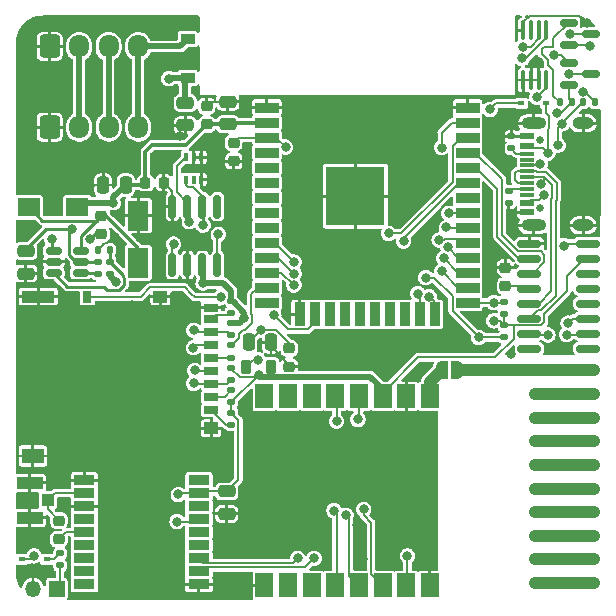
<source format=gbr>
%TF.GenerationSoftware,KiCad,Pcbnew,(6.0.0)*%
%TF.CreationDate,2022-09-29T22:13:06+02:00*%
%TF.ProjectId,bobbycar-lora-can-ethernet,626f6262-7963-4617-922d-6c6f72612d63,rev?*%
%TF.SameCoordinates,Original*%
%TF.FileFunction,Copper,L1,Top*%
%TF.FilePolarity,Positive*%
%FSLAX46Y46*%
G04 Gerber Fmt 4.6, Leading zero omitted, Abs format (unit mm)*
G04 Created by KiCad (PCBNEW (6.0.0)) date 2022-09-29 22:13:06*
%MOMM*%
%LPD*%
G01*
G04 APERTURE LIST*
G04 Aperture macros list*
%AMRoundRect*
0 Rectangle with rounded corners*
0 $1 Rounding radius*
0 $2 $3 $4 $5 $6 $7 $8 $9 X,Y pos of 4 corners*
0 Add a 4 corners polygon primitive as box body*
4,1,4,$2,$3,$4,$5,$6,$7,$8,$9,$2,$3,0*
0 Add four circle primitives for the rounded corners*
1,1,$1+$1,$2,$3*
1,1,$1+$1,$4,$5*
1,1,$1+$1,$6,$7*
1,1,$1+$1,$8,$9*
0 Add four rect primitives between the rounded corners*
20,1,$1+$1,$2,$3,$4,$5,0*
20,1,$1+$1,$4,$5,$6,$7,0*
20,1,$1+$1,$6,$7,$8,$9,0*
20,1,$1+$1,$8,$9,$2,$3,0*%
%AMOutline4P*
0 Free polygon, 4 corners , with rotation*
0 The origin of the aperture is its center*
0 number of corners: always 4*
0 $1 to $8 corner X, Y*
0 $9 Rotation angle, in degrees counterclockwise*
0 create outline with 4 corners*
4,1,4,$1,$2,$3,$4,$5,$6,$7,$8,$1,$2,$9*%
%AMFreePoly0*
4,1,22,0.500000,-0.750000,0.000000,-0.750000,0.000000,-0.745033,-0.079941,-0.743568,-0.215256,-0.701293,-0.333266,-0.622738,-0.424486,-0.514219,-0.481581,-0.384460,-0.499164,-0.250000,-0.500000,-0.250000,-0.500000,0.250000,-0.499164,0.250000,-0.499963,0.256109,-0.478152,0.396186,-0.417904,0.524511,-0.324060,0.630769,-0.204165,0.706417,-0.067858,0.745374,0.000000,0.744959,0.000000,0.750000,
0.500000,0.750000,0.500000,-0.750000,0.500000,-0.750000,$1*%
%AMFreePoly1*
4,1,20,0.000000,0.744959,0.073905,0.744508,0.209726,0.703889,0.328688,0.626782,0.421226,0.519385,0.479903,0.390333,0.500000,0.250000,0.500000,-0.250000,0.499851,-0.262216,0.476331,-0.402017,0.414519,-0.529596,0.319384,-0.634700,0.198574,-0.708877,0.061801,-0.746166,0.000000,-0.745033,0.000000,-0.750000,-0.500000,-0.750000,-0.500000,0.750000,0.000000,0.750000,0.000000,0.744959,
0.000000,0.744959,$1*%
G04 Aperture macros list end*
%TA.AperFunction,EtchedComponent*%
%ADD10C,1.000000*%
%TD*%
%TA.AperFunction,SMDPad,CuDef*%
%ADD11R,1.900000X1.600000*%
%TD*%
%TA.AperFunction,SMDPad,CuDef*%
%ADD12RoundRect,0.250000X0.475000X-0.250000X0.475000X0.250000X-0.475000X0.250000X-0.475000X-0.250000X0*%
%TD*%
%TA.AperFunction,SMDPad,CuDef*%
%ADD13R,0.400000X0.650000*%
%TD*%
%TA.AperFunction,SMDPad,CuDef*%
%ADD14RoundRect,0.225000X-0.250000X0.225000X-0.250000X-0.225000X0.250000X-0.225000X0.250000X0.225000X0*%
%TD*%
%TA.AperFunction,SMDPad,CuDef*%
%ADD15R,0.600000X0.450000*%
%TD*%
%TA.AperFunction,SMDPad,CuDef*%
%ADD16RoundRect,0.135000X-0.185000X0.135000X-0.185000X-0.135000X0.185000X-0.135000X0.185000X0.135000X0*%
%TD*%
%TA.AperFunction,SMDPad,CuDef*%
%ADD17RoundRect,0.135000X0.135000X0.185000X-0.135000X0.185000X-0.135000X-0.185000X0.135000X-0.185000X0*%
%TD*%
%TA.AperFunction,SMDPad,CuDef*%
%ADD18RoundRect,0.150000X-0.825000X-0.150000X0.825000X-0.150000X0.825000X0.150000X-0.825000X0.150000X0*%
%TD*%
%TA.AperFunction,ComponentPad*%
%ADD19R,1.350000X1.350000*%
%TD*%
%TA.AperFunction,ComponentPad*%
%ADD20O,1.350000X1.350000*%
%TD*%
%TA.AperFunction,SMDPad,CuDef*%
%ADD21R,1.500000X2.000000*%
%TD*%
%TA.AperFunction,SMDPad,CuDef*%
%ADD22R,1.200000X0.900000*%
%TD*%
%TA.AperFunction,SMDPad,CuDef*%
%ADD23RoundRect,0.250000X-0.475000X0.250000X-0.475000X-0.250000X0.475000X-0.250000X0.475000X0.250000X0*%
%TD*%
%TA.AperFunction,SMDPad,CuDef*%
%ADD24RoundRect,0.218750X0.218750X0.381250X-0.218750X0.381250X-0.218750X-0.381250X0.218750X-0.381250X0*%
%TD*%
%TA.AperFunction,SMDPad,CuDef*%
%ADD25RoundRect,0.135000X-0.135000X-0.185000X0.135000X-0.185000X0.135000X0.185000X-0.135000X0.185000X0*%
%TD*%
%TA.AperFunction,SMDPad,CuDef*%
%ADD26R,2.000000X0.900000*%
%TD*%
%TA.AperFunction,SMDPad,CuDef*%
%ADD27R,0.900000X2.000000*%
%TD*%
%TA.AperFunction,SMDPad,CuDef*%
%ADD28R,5.000000X5.000000*%
%TD*%
%TA.AperFunction,SMDPad,CuDef*%
%ADD29RoundRect,0.150000X0.150000X-0.825000X0.150000X0.825000X-0.150000X0.825000X-0.150000X-0.825000X0*%
%TD*%
%TA.AperFunction,SMDPad,CuDef*%
%ADD30RoundRect,0.135000X0.185000X-0.135000X0.185000X0.135000X-0.185000X0.135000X-0.185000X-0.135000X0*%
%TD*%
%TA.AperFunction,SMDPad,CuDef*%
%ADD31R,1.800000X0.900000*%
%TD*%
%TA.AperFunction,ComponentPad*%
%ADD32RoundRect,0.250000X-0.600000X-0.725000X0.600000X-0.725000X0.600000X0.725000X-0.600000X0.725000X0*%
%TD*%
%TA.AperFunction,ComponentPad*%
%ADD33O,1.700000X1.950000*%
%TD*%
%TA.AperFunction,SMDPad,CuDef*%
%ADD34RoundRect,0.150000X-0.512500X-0.150000X0.512500X-0.150000X0.512500X0.150000X-0.512500X0.150000X0*%
%TD*%
%TA.AperFunction,SMDPad,CuDef*%
%ADD35R,1.050000X1.000000*%
%TD*%
%TA.AperFunction,SMDPad,CuDef*%
%ADD36R,2.200000X1.050000*%
%TD*%
%TA.AperFunction,SMDPad,CuDef*%
%ADD37R,1.800000X2.500000*%
%TD*%
%TA.AperFunction,SMDPad,CuDef*%
%ADD38FreePoly0,0.000000*%
%TD*%
%TA.AperFunction,SMDPad,CuDef*%
%ADD39FreePoly1,0.000000*%
%TD*%
%TA.AperFunction,SMDPad,CuDef*%
%ADD40RoundRect,0.225000X0.250000X-0.225000X0.250000X0.225000X-0.250000X0.225000X-0.250000X-0.225000X0*%
%TD*%
%TA.AperFunction,SMDPad,CuDef*%
%ADD41R,1.200000X0.700000*%
%TD*%
%TA.AperFunction,SMDPad,CuDef*%
%ADD42R,0.800000X1.000000*%
%TD*%
%TA.AperFunction,SMDPad,CuDef*%
%ADD43R,2.800000X1.000000*%
%TD*%
%TA.AperFunction,SMDPad,CuDef*%
%ADD44R,1.900000X1.300000*%
%TD*%
%TA.AperFunction,SMDPad,CuDef*%
%ADD45R,1.200000X1.000000*%
%TD*%
%TA.AperFunction,ComponentPad*%
%ADD46C,1.000000*%
%TD*%
%TA.AperFunction,SMDPad,CuDef*%
%ADD47Outline4P,-0.350000X-0.400000X0.350000X-0.400000X0.050000X0.400000X-0.050000X0.400000X90.000000*%
%TD*%
%TA.AperFunction,SMDPad,CuDef*%
%ADD48RoundRect,0.150000X-0.587500X-0.150000X0.587500X-0.150000X0.587500X0.150000X-0.587500X0.150000X0*%
%TD*%
%TA.AperFunction,SMDPad,CuDef*%
%ADD49RoundRect,0.218750X-0.256250X0.218750X-0.256250X-0.218750X0.256250X-0.218750X0.256250X0.218750X0*%
%TD*%
%TA.AperFunction,SMDPad,CuDef*%
%ADD50RoundRect,0.250000X-0.250000X-0.475000X0.250000X-0.475000X0.250000X0.475000X-0.250000X0.475000X0*%
%TD*%
%TA.AperFunction,ComponentPad*%
%ADD51C,0.650000*%
%TD*%
%TA.AperFunction,ComponentPad*%
%ADD52O,2.100000X1.000000*%
%TD*%
%TA.AperFunction,ComponentPad*%
%ADD53O,1.800000X1.000000*%
%TD*%
%TA.AperFunction,SMDPad,CuDef*%
%ADD54R,1.150000X0.600000*%
%TD*%
%TA.AperFunction,SMDPad,CuDef*%
%ADD55R,1.150000X0.300000*%
%TD*%
%TA.AperFunction,SMDPad,CuDef*%
%ADD56RoundRect,0.100000X-0.100000X0.712500X-0.100000X-0.712500X0.100000X-0.712500X0.100000X0.712500X0*%
%TD*%
%TA.AperFunction,SMDPad,CuDef*%
%ADD57RoundRect,0.225000X-0.225000X-0.250000X0.225000X-0.250000X0.225000X0.250000X-0.225000X0.250000X0*%
%TD*%
%TA.AperFunction,ViaPad*%
%ADD58C,0.800000*%
%TD*%
%TA.AperFunction,Conductor*%
%ADD59C,0.500000*%
%TD*%
%TA.AperFunction,Conductor*%
%ADD60C,0.200000*%
%TD*%
%TA.AperFunction,Conductor*%
%ADD61C,0.300000*%
%TD*%
%TA.AperFunction,Conductor*%
%ADD62C,0.250000*%
%TD*%
%TA.AperFunction,Conductor*%
%ADD63C,1.000000*%
%TD*%
G04 APERTURE END LIST*
D10*
%TO.C,AE2*%
X49200000Y-46300000D02*
X44200000Y-46300000D01*
X49200000Y-34300000D02*
X44200000Y-34300000D01*
X49200000Y-40300000D02*
X44200000Y-40300000D01*
X49200000Y-38300000D02*
X44200000Y-38300000D01*
X49200000Y-44300000D02*
X44200000Y-44300000D01*
X49200000Y-36300000D02*
X44200000Y-36300000D01*
X49200000Y-48300000D02*
X44200000Y-48300000D01*
X38200000Y-30300000D02*
X49200000Y-30300000D01*
X49200000Y-42300000D02*
X44200000Y-42300000D01*
X49200000Y-32300000D02*
X44200000Y-32300000D01*
%TD*%
D11*
%TO.P,L3,2*%
%TO.N,+3V3*%
X5450000Y-16500000D03*
%TO.P,L3,1*%
%TO.N,Net-(C11-Pad1)*%
X1350000Y-16500000D03*
%TD*%
D12*
%TO.P,C10,1*%
%TO.N,GND*%
X14600000Y-9550000D03*
%TO.P,C10,2*%
%TO.N,15V*%
X14600000Y-7650000D03*
%TD*%
D13*
%TO.P,D6,1,K*%
%TO.N,CANL*%
X14650000Y-14150000D03*
%TO.P,D6,3,K*%
%TO.N,GND*%
X15950000Y-14150000D03*
%TO.P,D6,5,K*%
X15300000Y-12250000D03*
%TO.P,D6,2,A*%
%TO.N,unconnected-(D6-Pad2)*%
X15300000Y-14150000D03*
%TO.P,D6,4,K*%
%TO.N,GND*%
X15950000Y-12250000D03*
%TO.P,D6,6,K*%
%TO.N,CANH*%
X14650000Y-12250000D03*
%TD*%
D14*
%TO.P,C11,1*%
%TO.N,Net-(C11-Pad1)*%
X7500000Y-17225000D03*
%TO.P,C11,2*%
%TO.N,Net-(C11-Pad2)*%
X7500000Y-18775000D03*
%TD*%
D15*
%TO.P,D1,1,K*%
%TO.N,Net-(D1-Pad1)*%
X2850000Y-46300000D03*
%TO.P,D1,2,A*%
%TO.N,+3V3*%
X750000Y-46300000D03*
%TD*%
D16*
%TO.P,R14,1*%
%TO.N,IO0*%
X41600000Y-24490000D03*
%TO.P,R14,2*%
%TO.N,+3V3*%
X41600000Y-25510000D03*
%TD*%
D17*
%TO.P,R9,1*%
%TO.N,DTR*%
X47300000Y-7600000D03*
%TO.P,R9,2*%
%TO.N,Net-(Q1-Pad1)*%
X46280000Y-7600000D03*
%TD*%
D18*
%TO.P,U5,1,GND*%
%TO.N,GND*%
X43725000Y-19555000D03*
%TO.P,U5,2,TXD*%
%TO.N,ESP_RX*%
X43725000Y-20825000D03*
%TO.P,U5,3,RXD*%
%TO.N,ESP_TX*%
X43725000Y-22095000D03*
%TO.P,U5,4,V3*%
%TO.N,Net-(C3-Pad2)*%
X43725000Y-23365000D03*
%TO.P,U5,5,UD+*%
%TO.N,USB_DP*%
X43725000Y-24635000D03*
%TO.P,U5,6,UD-*%
%TO.N,USB_DN*%
X43725000Y-25905000D03*
%TO.P,U5,7,VBUS*%
%TO.N,+5V*%
X43725000Y-27175000D03*
%TO.P,U5,8,~{ACT}*%
%TO.N,unconnected-(U5-Pad8)*%
X43725000Y-28445000D03*
%TO.P,U5,9,~{DCD}*%
%TO.N,unconnected-(U5-Pad9)*%
X48675000Y-28445000D03*
%TO.P,U5,10,~{DTR}/TNOW*%
%TO.N,DTR*%
X48675000Y-27175000D03*
%TO.P,U5,11,~{RTS}*%
%TO.N,RTS*%
X48675000Y-25905000D03*
%TO.P,U5,12,~{DSR}*%
%TO.N,unconnected-(U5-Pad12)*%
X48675000Y-24635000D03*
%TO.P,U5,13,~{CTS}*%
%TO.N,unconnected-(U5-Pad13)*%
X48675000Y-23365000D03*
%TO.P,U5,14,~{RI}*%
%TO.N,unconnected-(U5-Pad14)*%
X48675000Y-22095000D03*
%TO.P,U5,15,VIO*%
%TO.N,+3V3*%
X48675000Y-20825000D03*
%TO.P,U5,16,VDD5*%
%TO.N,+5V*%
X48675000Y-19555000D03*
%TD*%
D12*
%TO.P,C9,1*%
%TO.N,GND*%
X1100000Y-22100000D03*
%TO.P,C9,2*%
%TO.N,15V*%
X1100000Y-20200000D03*
%TD*%
D19*
%TO.P,BT1,1,+*%
%TO.N,VBAT_3V*%
X3700000Y-48800000D03*
D20*
%TO.P,BT1,2,-*%
%TO.N,GND*%
X1700000Y-48800000D03*
%TD*%
D21*
%TO.P,U2,1,ANT*%
%TO.N,Net-(JP1-Pad1)*%
X35300000Y-32500000D03*
%TO.P,U2,2,GND*%
%TO.N,GND*%
X33300000Y-32500000D03*
%TO.P,U2,3,VDD*%
%TO.N,+3V3*%
X31300000Y-32500000D03*
%TO.P,U2,4,~{RESET}*%
%TO.N,LORA_RESET*%
X29300000Y-32500000D03*
%TO.P,U2,5,DIO0*%
%TO.N,LORA_TX_EN*%
X27300000Y-32500000D03*
%TO.P,U2,6,DIO1*%
%TO.N,unconnected-(U2-Pad6)*%
X25300000Y-32500000D03*
%TO.P,U2,7,DIO2*%
%TO.N,unconnected-(U2-Pad7)*%
X23300000Y-32500000D03*
%TO.P,U2,8,DIO3*%
%TO.N,unconnected-(U2-Pad8)*%
X21300000Y-32500000D03*
%TO.P,U2,9,GND*%
%TO.N,GND*%
X21300000Y-48500000D03*
%TO.P,U2,10,DIO4*%
%TO.N,unconnected-(U2-Pad10)*%
X23300000Y-48500000D03*
%TO.P,U2,11,DIO5*%
%TO.N,unconnected-(U2-Pad11)*%
X25300000Y-48500000D03*
%TO.P,U2,12,SCK*%
%TO.N,LORA_CLK*%
X27300000Y-48500000D03*
%TO.P,U2,13,MISO*%
%TO.N,LORA_MISO*%
X29300000Y-48500000D03*
%TO.P,U2,14,MOSI*%
%TO.N,LORA_MOSI*%
X31300000Y-48500000D03*
%TO.P,U2,15,~{NSS}*%
%TO.N,LORA_NSS*%
X33300000Y-48500000D03*
%TO.P,U2,16,GND*%
%TO.N,GND*%
X35300000Y-48500000D03*
%TD*%
D16*
%TO.P,R21,1*%
%TO.N,+3V3*%
X18500000Y-24400000D03*
%TO.P,R21,2*%
%TO.N,Net-(J4-Pad8)*%
X18500000Y-25420000D03*
%TD*%
D22*
%TO.P,D3,1,K*%
%TO.N,15V*%
X14800000Y-5550000D03*
%TO.P,D3,2,A*%
%TO.N,Net-(D3-Pad2)*%
X14800000Y-2250000D03*
%TD*%
D23*
%TO.P,C4,1*%
%TO.N,GND*%
X18200000Y-7550000D03*
%TO.P,C4,2*%
%TO.N,+3V3*%
X18200000Y-9450000D03*
%TD*%
D24*
%TO.P,L2,1,1*%
%TO.N,+3V3*%
X21862500Y-30000000D03*
%TO.P,L2,2,2*%
%TO.N,Net-(J4-Pad4)*%
X19737500Y-30000000D03*
%TD*%
D25*
%TO.P,R10,1*%
%TO.N,RTS*%
X48280000Y-7600000D03*
%TO.P,R10,2*%
%TO.N,Net-(Q2-Pad1)*%
X49300000Y-7600000D03*
%TD*%
D26*
%TO.P,U1,1,GND*%
%TO.N,GND*%
X21500000Y-8045000D03*
%TO.P,U1,2,VDD*%
%TO.N,+3V3*%
X21500000Y-9315000D03*
%TO.P,U1,3,EN*%
%TO.N,EN*%
X21500000Y-10585000D03*
%TO.P,U1,4,SENSOR_VP*%
%TO.N,unconnected-(U1-Pad4)*%
X21500000Y-11855000D03*
%TO.P,U1,5,SENSOR_VN*%
%TO.N,unconnected-(U1-Pad5)*%
X21500000Y-13125000D03*
%TO.P,U1,6,IO34*%
%TO.N,unconnected-(U1-Pad6)*%
X21500000Y-14395000D03*
%TO.P,U1,7,IO35*%
%TO.N,unconnected-(U1-Pad7)*%
X21500000Y-15665000D03*
%TO.P,U1,8,IO32*%
%TO.N,unconnected-(U1-Pad8)*%
X21500000Y-16935000D03*
%TO.P,U1,9,IO33*%
%TO.N,unconnected-(U1-Pad9)*%
X21500000Y-18205000D03*
%TO.P,U1,10,IO25*%
%TO.N,LORA_CLK*%
X21500000Y-19475000D03*
%TO.P,U1,11,IO26*%
%TO.N,LORA_MISO*%
X21500000Y-20745000D03*
%TO.P,U1,12,IO27*%
%TO.N,LORA_MOSI*%
X21500000Y-22015000D03*
%TO.P,U1,13,IO14*%
%TO.N,GPIO14_SD_CLK*%
X21500000Y-23285000D03*
%TO.P,U1,14,IO12*%
%TO.N,unconnected-(U1-Pad14)*%
X21500000Y-24555000D03*
D27*
%TO.P,U1,15,GND*%
%TO.N,GND*%
X24285000Y-25555000D03*
%TO.P,U1,16,IO13*%
%TO.N,SD_DETECT*%
X25555000Y-25555000D03*
%TO.P,U1,17,SHD/SD2*%
%TO.N,unconnected-(U1-Pad17)*%
X26825000Y-25555000D03*
%TO.P,U1,18,SWP/SD3*%
%TO.N,unconnected-(U1-Pad18)*%
X28095000Y-25555000D03*
%TO.P,U1,19,SCS/CMD*%
%TO.N,unconnected-(U1-Pad19)*%
X29365000Y-25555000D03*
%TO.P,U1,20,SCK/CLK*%
%TO.N,unconnected-(U1-Pad20)*%
X30635000Y-25555000D03*
%TO.P,U1,21,SDO/SD0*%
%TO.N,unconnected-(U1-Pad21)*%
X31905000Y-25555000D03*
%TO.P,U1,22,SDI/SD1*%
%TO.N,unconnected-(U1-Pad22)*%
X33175000Y-25555000D03*
%TO.P,U1,23,IO15*%
%TO.N,GPIO15_SD_CMD*%
X34445000Y-25555000D03*
%TO.P,U1,24,IO2*%
%TO.N,GPIO2_SD_DAT0*%
X35715000Y-25555000D03*
D26*
%TO.P,U1,25,IO0*%
%TO.N,IO0*%
X38500000Y-24555000D03*
%TO.P,U1,26,IO4*%
%TO.N,LORA_TX_EN*%
X38500000Y-23285000D03*
%TO.P,U1,27,IO16*%
%TO.N,GPS_RX*%
X38500000Y-22015000D03*
%TO.P,U1,28,IO17*%
%TO.N,GPS_TX*%
X38500000Y-20745000D03*
%TO.P,U1,29,IO5*%
%TO.N,LORA_NSS*%
X38500000Y-19475000D03*
%TO.P,U1,30,IO18*%
%TO.N,I2S_SDA*%
X38500000Y-18205000D03*
%TO.P,U1,31,IO19*%
%TO.N,I2S_SCL*%
X38500000Y-16935000D03*
%TO.P,U1,32,NC*%
%TO.N,unconnected-(U1-Pad32)*%
X38500000Y-15665000D03*
%TO.P,U1,33,IO21*%
%TO.N,CAN_TX*%
X38500000Y-14395000D03*
%TO.P,U1,34,RXD0/IO3*%
%TO.N,ESP_RX*%
X38500000Y-13125000D03*
%TO.P,U1,35,TXD0/IO1*%
%TO.N,ESP_TX*%
X38500000Y-11855000D03*
%TO.P,U1,36,IO22*%
%TO.N,CAN_RX*%
X38500000Y-10585000D03*
%TO.P,U1,37,IO23*%
%TO.N,LORA_RESET*%
X38500000Y-9315000D03*
%TO.P,U1,38,GND*%
%TO.N,GND*%
X38500000Y-8045000D03*
D28*
%TO.P,U1,39,GND*%
X29000000Y-15545000D03*
%TD*%
D29*
%TO.P,U6,1,D*%
%TO.N,CAN_TX*%
X13495000Y-21375000D03*
%TO.P,U6,2,GND*%
%TO.N,GND*%
X14765000Y-21375000D03*
%TO.P,U6,3,VCC*%
%TO.N,+3V3*%
X16035000Y-21375000D03*
%TO.P,U6,4,R*%
%TO.N,CAN_RX*%
X17305000Y-21375000D03*
%TO.P,U6,5,Vref*%
%TO.N,unconnected-(U6-Pad5)*%
X17305000Y-16425000D03*
%TO.P,U6,6,CANL*%
%TO.N,CANL*%
X16035000Y-16425000D03*
%TO.P,U6,7,CANH*%
%TO.N,CANH*%
X14765000Y-16425000D03*
%TO.P,U6,8,Rs*%
%TO.N,GND*%
X13495000Y-16425000D03*
%TD*%
D14*
%TO.P,C5,1*%
%TO.N,GND*%
X16400000Y-7925000D03*
%TO.P,C5,2*%
%TO.N,+3V3*%
X16400000Y-9475000D03*
%TD*%
D25*
%TO.P,R25,1*%
%TO.N,GND*%
X7190000Y-20100000D03*
%TO.P,R25,2*%
%TO.N,Net-(R24-Pad1)*%
X8210000Y-20100000D03*
%TD*%
D16*
%TO.P,R16,1*%
%TO.N,+3V3*%
X18500000Y-33890000D03*
%TO.P,R16,2*%
%TO.N,Net-(J4-Pad1)*%
X18500000Y-34910000D03*
%TD*%
%TO.P,R8,1*%
%TO.N,Net-(R8-Pad1)*%
X42000000Y-15090000D03*
%TO.P,R8,2*%
%TO.N,GND*%
X42000000Y-16110000D03*
%TD*%
%TO.P,R13,1*%
%TO.N,+3V3*%
X41600000Y-26490000D03*
%TO.P,R13,2*%
%TO.N,EN*%
X41600000Y-27510000D03*
%TD*%
D23*
%TO.P,C1,1*%
%TO.N,+3V3*%
X18100000Y-40550000D03*
%TO.P,C1,2*%
%TO.N,GND*%
X18100000Y-42450000D03*
%TD*%
D30*
%TO.P,R15,1*%
%TO.N,Net-(R15-Pad1)*%
X7200000Y-22110000D03*
%TO.P,R15,2*%
%TO.N,15V*%
X7200000Y-21090000D03*
%TD*%
D15*
%TO.P,D2,1,K*%
%TO.N,15V*%
X43050000Y-7700000D03*
%TO.P,D2,2,A*%
%TO.N,+5V*%
X45150000Y-7700000D03*
%TD*%
D16*
%TO.P,R12,1*%
%TO.N,GND*%
X42200000Y-10490000D03*
%TO.P,R12,2*%
%TO.N,Net-(R12-Pad2)*%
X42200000Y-11510000D03*
%TD*%
D31*
%TO.P,J3,1,Pin_1*%
%TO.N,GND*%
X15750000Y-48400000D03*
%TO.P,J3,2,Pin_2*%
%TO.N,GPS_TX*%
X15750000Y-47300000D03*
%TO.P,J3,3,Pin_3*%
%TO.N,GPS_RX*%
X15750000Y-46200000D03*
%TO.P,J3,4,Pin_4*%
%TO.N,unconnected-(J3-Pad4)*%
X15750000Y-45100000D03*
%TO.P,J3,5,Pin_5*%
%TO.N,unconnected-(J3-Pad5)*%
X15750000Y-44000000D03*
%TO.P,J3,6,Pin_6*%
%TO.N,VBAT_3V*%
X15750000Y-42900000D03*
%TO.P,J3,7,Pin_7*%
%TO.N,unconnected-(J3-Pad7)*%
X15750000Y-41800000D03*
%TO.P,J3,8,Pin_8*%
%TO.N,+3V3*%
X15750000Y-40700000D03*
%TO.P,J3,9,Pin_9*%
%TO.N,unconnected-(J3-Pad9)*%
X15750000Y-39600000D03*
%TO.P,J3,10,Pin_10*%
%TO.N,GND*%
X6050000Y-39600000D03*
%TO.P,J3,11,Pin_11*%
%TO.N,Net-(AE1-Pad1)*%
X6050000Y-40700000D03*
%TO.P,J3,12,Pin_12*%
%TO.N,GND*%
X6050000Y-41800000D03*
%TO.P,J3,13,Pin_13*%
%TO.N,unconnected-(J3-Pad13)*%
X6050000Y-42900000D03*
%TO.P,J3,14,Pin_14*%
%TO.N,Net-(J3-Pad14)*%
X6050000Y-44000000D03*
%TO.P,J3,15,Pin_15*%
%TO.N,unconnected-(J3-Pad15)*%
X6050000Y-45100000D03*
%TO.P,J3,16,Pin_16*%
%TO.N,unconnected-(J3-Pad16)*%
X6050000Y-46200000D03*
%TO.P,J3,17,Pin_17*%
%TO.N,unconnected-(J3-Pad17)*%
X6050000Y-47300000D03*
%TO.P,J3,18,Pin_18*%
%TO.N,unconnected-(J3-Pad18)*%
X6050000Y-48400000D03*
%TD*%
D16*
%TO.P,R18,1*%
%TO.N,+3V3*%
X18500000Y-30090000D03*
%TO.P,R18,2*%
%TO.N,GPIO15_SD_CMD*%
X18500000Y-31110000D03*
%TD*%
D32*
%TO.P,J2,1,Pin_1*%
%TO.N,GND*%
X3100000Y-2875000D03*
D33*
%TO.P,J2,2,Pin_2*%
%TO.N,CANL*%
X5600000Y-2875000D03*
%TO.P,J2,3,Pin_3*%
%TO.N,CANH*%
X8100000Y-2875000D03*
%TO.P,J2,4,Pin_4*%
%TO.N,Net-(D3-Pad2)*%
X10600000Y-2875000D03*
%TD*%
D34*
%TO.P,U7,1,BST*%
%TO.N,Net-(C11-Pad2)*%
X3462500Y-20150000D03*
%TO.P,U7,2,GND*%
%TO.N,GND*%
X3462500Y-21100000D03*
%TO.P,U7,3,FB*%
%TO.N,Net-(R24-Pad1)*%
X3462500Y-22050000D03*
%TO.P,U7,4,EN*%
%TO.N,Net-(R15-Pad1)*%
X5737500Y-22050000D03*
%TO.P,U7,5,IN*%
%TO.N,15V*%
X5737500Y-21100000D03*
%TO.P,U7,6,SW*%
%TO.N,Net-(C11-Pad1)*%
X5737500Y-20150000D03*
%TD*%
D14*
%TO.P,C3,1*%
%TO.N,GND*%
X41700000Y-21600000D03*
%TO.P,C3,2*%
%TO.N,Net-(C3-Pad2)*%
X41700000Y-23150000D03*
%TD*%
D35*
%TO.P,AE1,1,A*%
%TO.N,Net-(AE1-Pad1)*%
X2950000Y-41300000D03*
D36*
%TO.P,AE1,2,Shield*%
%TO.N,GND*%
X1425000Y-39825000D03*
X1425000Y-42775000D03*
%TD*%
D16*
%TO.P,R19,1*%
%TO.N,GPIO14_SD_CLK*%
X18500000Y-28190000D03*
%TO.P,R19,2*%
%TO.N,Net-(J4-Pad5)*%
X18500000Y-29210000D03*
%TD*%
D37*
%TO.P,D4,1,K*%
%TO.N,Net-(C11-Pad1)*%
X10600000Y-21200000D03*
%TO.P,D4,2,A*%
%TO.N,GND*%
X10600000Y-17200000D03*
%TD*%
D38*
%TO.P,JP1,1,A*%
%TO.N,Net-(JP1-Pad1)*%
X36300000Y-30300000D03*
D39*
%TO.P,JP1,2,B*%
%TO.N,Net-(AE2-Pad1)*%
X37600000Y-30300000D03*
%TD*%
D40*
%TO.P,C13,1*%
%TO.N,GND*%
X18700000Y-12575000D03*
%TO.P,C13,2*%
%TO.N,EN*%
X18700000Y-11025000D03*
%TD*%
D41*
%TO.P,J4,1,DAT2*%
%TO.N,Net-(J4-Pad1)*%
X16790000Y-33645000D03*
%TO.P,J4,2,DAT3/CD*%
%TO.N,Net-(J4-Pad2)*%
X16790000Y-32545000D03*
%TO.P,J4,3,CMD*%
%TO.N,GPIO15_SD_CMD*%
X16790000Y-31445000D03*
%TO.P,J4,4,VDD*%
%TO.N,Net-(J4-Pad4)*%
X16790000Y-30345000D03*
%TO.P,J4,5,CLK*%
%TO.N,Net-(J4-Pad5)*%
X16790000Y-29245000D03*
%TO.P,J4,6,VSS*%
%TO.N,Net-(C6-Pad2)*%
X16790000Y-28145000D03*
%TO.P,J4,7,DAT0*%
%TO.N,GPIO2_SD_DAT0*%
X16790000Y-27045000D03*
%TO.P,J4,8,DAT1*%
%TO.N,Net-(J4-Pad8)*%
X16790000Y-25945000D03*
%TO.P,J4,9,DET_B*%
%TO.N,GND*%
X16790000Y-24995000D03*
D42*
%TO.P,J4,10,DET_A*%
%TO.N,SD_DETECT*%
X6290000Y-24045000D03*
D43*
%TO.P,J4,11,SHIELD*%
%TO.N,GND*%
X2140000Y-24045000D03*
D44*
X1690000Y-37545000D03*
D45*
X12490000Y-24045000D03*
X16790000Y-35195000D03*
%TD*%
D30*
%TO.P,R17,1*%
%TO.N,+3V3*%
X18500000Y-33010000D03*
%TO.P,R17,2*%
%TO.N,Net-(J4-Pad2)*%
X18500000Y-31990000D03*
%TD*%
D32*
%TO.P,J1,1,Pin_1*%
%TO.N,GND*%
X3100000Y-9700000D03*
D33*
%TO.P,J1,2,Pin_2*%
%TO.N,CANL*%
X5600000Y-9700000D03*
%TO.P,J1,3,Pin_3*%
%TO.N,CANH*%
X8100000Y-9700000D03*
%TO.P,J1,4,Pin_4*%
%TO.N,Net-(D3-Pad2)*%
X10600000Y-9700000D03*
%TD*%
D40*
%TO.P,C6,1*%
%TO.N,GND*%
X23400000Y-29975000D03*
%TO.P,C6,2*%
%TO.N,Net-(C6-Pad2)*%
X23400000Y-28425000D03*
%TD*%
D46*
%TO.P,AE2,*%
%TO.N,*%
X44200000Y-42300000D03*
X49200000Y-42300000D03*
X44200000Y-46300000D03*
X44200000Y-48300000D03*
X44200000Y-34300000D03*
X49200000Y-40300000D03*
X44200000Y-44300000D03*
X49200000Y-44300000D03*
X44200000Y-32300000D03*
X49200000Y-38300000D03*
X49200000Y-36300000D03*
X49200000Y-46300000D03*
X44200000Y-38300000D03*
X49200000Y-32300000D03*
X49200000Y-48300000D03*
X44200000Y-36300000D03*
X49200000Y-34300000D03*
X44200000Y-40300000D03*
X49200000Y-30300000D03*
D47*
%TO.P,AE2,1,A*%
%TO.N,Net-(AE2-Pad1)*%
X37500000Y-30300000D03*
%TD*%
D16*
%TO.P,R1,1*%
%TO.N,Net-(D1-Pad1)*%
X4000000Y-45790000D03*
%TO.P,R1,2*%
%TO.N,VBAT_3V*%
X4000000Y-46810000D03*
%TD*%
D48*
%TO.P,Q2,1,B*%
%TO.N,Net-(Q2-Pad1)*%
X47062500Y-4250000D03*
%TO.P,Q2,2,E*%
%TO.N,DTR*%
X47062500Y-6150000D03*
%TO.P,Q2,3,C*%
%TO.N,IO0*%
X48937500Y-5200000D03*
%TD*%
D49*
%TO.P,L1,1,1*%
%TO.N,Net-(AE1-Pad1)*%
X3900000Y-43012500D03*
%TO.P,L1,2,2*%
%TO.N,Net-(J3-Pad14)*%
X3900000Y-44587500D03*
%TD*%
D48*
%TO.P,Q1,1,B*%
%TO.N,Net-(Q1-Pad1)*%
X47062500Y-850000D03*
%TO.P,Q1,2,E*%
%TO.N,RTS*%
X47062500Y-2750000D03*
%TO.P,Q1,3,C*%
%TO.N,EN*%
X48937500Y-1800000D03*
%TD*%
D50*
%TO.P,C12,1*%
%TO.N,GND*%
X7650000Y-14600000D03*
%TO.P,C12,2*%
%TO.N,+3V3*%
X9550000Y-14600000D03*
%TD*%
D16*
%TO.P,R24,1*%
%TO.N,Net-(R24-Pad1)*%
X8200000Y-21090000D03*
%TO.P,R24,2*%
%TO.N,+3V3*%
X8200000Y-22110000D03*
%TD*%
%TO.P,R20,1*%
%TO.N,+3V3*%
X18500000Y-26290000D03*
%TO.P,R20,2*%
%TO.N,GPIO2_SD_DAT0*%
X18500000Y-27310000D03*
%TD*%
D51*
%TO.P,USBC1,*%
%TO.N,*%
X44592500Y-10805000D03*
X44592500Y-16585000D03*
D52*
%TO.P,USBC1,1,SHIELD*%
%TO.N,GND*%
X44092500Y-18015000D03*
D53*
%TO.P,USBC1,2,SHIELD*%
X48272500Y-18015000D03*
%TO.P,USBC1,3,SHIELD*%
X48272500Y-9375000D03*
D52*
%TO.P,USBC1,4,SHIELD*%
X44092500Y-9375000D03*
D54*
%TO.P,USBC1,A1-B12,GND*%
X43532500Y-16895000D03*
%TO.P,USBC1,A4-B9,VBUS*%
%TO.N,+5V*%
X43532500Y-16095000D03*
D55*
%TO.P,USBC1,A5,CC1*%
%TO.N,Net-(R8-Pad1)*%
X43532500Y-14945000D03*
%TO.P,USBC1,A6,DP1*%
%TO.N,USB_DP*%
X43532500Y-13945000D03*
%TO.P,USBC1,A7,DN1*%
%TO.N,USB_DN*%
X43532500Y-13445000D03*
%TO.P,USBC1,A8,SBU1*%
%TO.N,unconnected-(USBC1-PadA8)*%
X43532500Y-12445000D03*
D54*
%TO.P,USBC1,B1-A12,GND*%
%TO.N,GND*%
X43532500Y-10495000D03*
%TO.P,USBC1,B4-A9,VBUS*%
%TO.N,+5V*%
X43532500Y-11295000D03*
D55*
%TO.P,USBC1,B5,CC2*%
%TO.N,Net-(R12-Pad2)*%
X43532500Y-11945000D03*
%TO.P,USBC1,B6,DP2*%
%TO.N,USB_DP*%
X43532500Y-12945000D03*
%TO.P,USBC1,B7,DN2*%
%TO.N,USB_DN*%
X43532500Y-14445000D03*
%TO.P,USBC1,B8,SBU2*%
%TO.N,unconnected-(USBC1-PadB8)*%
X43532500Y-15445000D03*
%TD*%
D56*
%TO.P,U3,1,SDA*%
%TO.N,I2S_SDA*%
X45175000Y-1487500D03*
%TO.P,U3,2,SCL*%
%TO.N,I2S_SCL*%
X44525000Y-1487500D03*
%TO.P,U3,3,O.S.*%
%TO.N,unconnected-(U3-Pad3)*%
X43875000Y-1487500D03*
%TO.P,U3,4,GND*%
%TO.N,GND*%
X43225000Y-1487500D03*
%TO.P,U3,5,A2*%
X43225000Y-5712500D03*
%TO.P,U3,6,A1*%
X43875000Y-5712500D03*
%TO.P,U3,7,A0*%
X44525000Y-5712500D03*
%TO.P,U3,8,+Vs*%
%TO.N,+3V3*%
X45175000Y-5712500D03*
%TD*%
D57*
%TO.P,C8,1*%
%TO.N,+3V3*%
X11225000Y-14400000D03*
%TO.P,C8,2*%
%TO.N,GND*%
X12775000Y-14400000D03*
%TD*%
D50*
%TO.P,C7,1*%
%TO.N,Net-(C6-Pad2)*%
X19950000Y-27900000D03*
%TO.P,C7,2*%
%TO.N,GND*%
X21850000Y-27900000D03*
%TD*%
D58*
%TO.N,+3V3*%
X16100000Y-22900000D03*
X8700000Y-22800000D03*
X8500000Y-16100000D03*
%TO.N,GND*%
X24150000Y-13400000D03*
X35200000Y-34600000D03*
X21150000Y-34900000D03*
X32579500Y-35100000D03*
X46033260Y-13000028D03*
X19450000Y-18250000D03*
X12250000Y-1050000D03*
X5850000Y-14600000D03*
X2850000Y-950000D03*
X16900000Y-12150000D03*
X10750000Y-19050000D03*
X26200000Y-43500000D03*
X4300000Y-41700000D03*
X1550000Y-14400000D03*
X3600000Y-31100000D03*
X6150000Y-12000000D03*
X1800000Y-25800000D03*
X48600000Y-900000D03*
X1700000Y-44400000D03*
X13000000Y-7500000D03*
X35200000Y-41600000D03*
X18600000Y-13800000D03*
X31250000Y-30150000D03*
X6600000Y-27700000D03*
X25050000Y-29950000D03*
X13400000Y-48300000D03*
X44500000Y-4200000D03*
X35300000Y-46100000D03*
X29600000Y-46300000D03*
X35200000Y-36700000D03*
X14000000Y-34700000D03*
X24500000Y-44300000D03*
X8500000Y-39800000D03*
X41700000Y-12650000D03*
X19350000Y-15350000D03*
X29300000Y-39900000D03*
X25300000Y-27750000D03*
X14600000Y-29400000D03*
X2950000Y-5150000D03*
X8650000Y-19000000D03*
X25700000Y-21650000D03*
X35200000Y-44000000D03*
X19700000Y-33000000D03*
X8600000Y-36700000D03*
X5900000Y-30800000D03*
X7000000Y-33300000D03*
X30000000Y-9900000D03*
X41300000Y-20350000D03*
X18300000Y-44700000D03*
X31200000Y-45500000D03*
X21950000Y-39600000D03*
X25500000Y-23550000D03*
X33000000Y-17300000D03*
X8200000Y-48100000D03*
X13400000Y-39400000D03*
X18700000Y-48600000D03*
X1150000Y-8900000D03*
X20800000Y-45600000D03*
X38730135Y-28423863D03*
X32579500Y-39807727D03*
X42250000Y-17750000D03*
X31900000Y-23050000D03*
X9000000Y-29800000D03*
X8200000Y-44800000D03*
X12150000Y-4550000D03*
X33650000Y-27700000D03*
X10075332Y-24724500D03*
X40300000Y-28400000D03*
X1700000Y-47350000D03*
X16200000Y-37200000D03*
X24600000Y-34700000D03*
X19400000Y-23200000D03*
X2000000Y-35300000D03*
X5000000Y-37600000D03*
X26900000Y-37500000D03*
X13000000Y-25400000D03*
X48400000Y-16600000D03*
X31900000Y-46400000D03*
X3850000Y-39550000D03*
X23700000Y-9650000D03*
X13700000Y-45000000D03*
X22600000Y-42700000D03*
X38900000Y-25700000D03*
X16800000Y-14600000D03*
X12300000Y-21800000D03*
X30450000Y-21700000D03*
X32579500Y-37300000D03*
X48350000Y-10900000D03*
X1350000Y-41400000D03*
X36200000Y-13200000D03*
X1900000Y-29100000D03*
X34350000Y-20650000D03*
X1200000Y-18300000D03*
X10350000Y-11750000D03*
X46500000Y-28450000D03*
X33500000Y-13450000D03*
X35200000Y-39000000D03*
X42150000Y-28950000D03*
X10900000Y-35000000D03*
X29159011Y-43378394D03*
X35000000Y-9900000D03*
X24000000Y-17850000D03*
X12438427Y-12029500D03*
X13000000Y-29600000D03*
X14171665Y-10470500D03*
%TO.N,+3V3*%
X40700000Y-26100000D03*
X14000000Y-40800000D03*
X19600000Y-25900000D03*
X20795489Y-30695489D03*
X1800000Y-46000000D03*
X44355522Y-7172819D03*
%TO.N,15V*%
X40400000Y-8200000D03*
X5000000Y-18349011D03*
X13200000Y-5600000D03*
%TO.N,Net-(C11-Pad2)*%
X6500000Y-19200000D03*
X3300000Y-19200000D03*
%TO.N,CANH*%
X14931630Y-17695500D03*
%TO.N,CANL*%
X16100000Y-18000000D03*
%TO.N,DTR*%
X46100000Y-8500000D03*
X46882283Y-27272403D03*
%TO.N,RTS*%
X46500000Y-9400000D03*
X47000000Y-26300000D03*
X46169520Y-11230480D03*
X48900000Y-2800000D03*
%TO.N,Net-(Q2-Pad1)*%
X48270500Y-6700000D03*
X45810387Y-3594417D03*
%TO.N,EN*%
X23079456Y-11397757D03*
X34951978Y-22442199D03*
X47200000Y-1800000D03*
X39445978Y-27510000D03*
%TO.N,IO0*%
X40718033Y-24557825D03*
X47100000Y-5200000D03*
%TO.N,GPIO15_SD_CMD*%
X34296607Y-23799066D03*
X15300000Y-31400000D03*
%TO.N,Net-(J4-Pad4)*%
X15400000Y-30300000D03*
X20777936Y-29393510D03*
%TO.N,GPIO2_SD_DAT0*%
X35240989Y-24058996D03*
X15300000Y-26900000D03*
%TO.N,LORA_CLK*%
X27189947Y-42171743D03*
X23800000Y-21118033D03*
%TO.N,LORA_MISO*%
X28204596Y-42565240D03*
X23800000Y-22097536D03*
%TO.N,LORA_MOSI*%
X23800000Y-23077039D03*
X29693106Y-42072606D03*
%TO.N,GPS_RX*%
X36496707Y-20809008D03*
X24100000Y-46200000D03*
%TO.N,GPS_TX*%
X25500000Y-46200000D03*
X36833013Y-19889050D03*
%TO.N,I2S_SDA*%
X36700000Y-18200000D03*
X43120500Y-3885820D03*
%TO.N,I2S_SCL*%
X43200000Y-2879500D03*
X36900000Y-17000000D03*
%TO.N,CAN_TX*%
X33082185Y-19354622D03*
X13600000Y-19600000D03*
%TO.N,CAN_RX*%
X31800000Y-18700000D03*
X17386696Y-18786696D03*
%TO.N,LORA_RESET*%
X29216940Y-34448944D03*
X36300000Y-11429500D03*
%TO.N,USB_DP*%
X44700000Y-14500000D03*
X44642505Y-12817692D03*
%TO.N,+5V*%
X45300000Y-11900000D03*
X45300000Y-27300000D03*
X46640989Y-19732204D03*
X44966626Y-15442516D03*
%TO.N,Net-(C6-Pad2)*%
X15279151Y-28379500D03*
X20970500Y-26867558D03*
%TO.N,SD_DETECT*%
X17617105Y-24111853D03*
X22088529Y-25615438D03*
%TO.N,VBAT_3V*%
X13900000Y-43100000D03*
%TO.N,LORA_TX_EN*%
X36300000Y-21900000D03*
X27400000Y-34600000D03*
%TO.N,LORA_NSS*%
X33400000Y-46000000D03*
X36092694Y-19247683D03*
%TD*%
D59*
%TO.N,+3V3*%
X21862500Y-30846540D02*
X21854520Y-30854520D01*
X21862500Y-30000000D02*
X21862500Y-30846540D01*
X21854520Y-30854520D02*
X20954520Y-30854520D01*
X30263542Y-30854520D02*
X21854520Y-30854520D01*
D60*
X31300000Y-32190978D02*
X31300000Y-32500000D01*
X34290978Y-29200000D02*
X31300000Y-32190978D01*
%TO.N,Net-(C6-Pad2)*%
X20970500Y-26879500D02*
X20970500Y-26867558D01*
X22291412Y-26867558D02*
X20970500Y-26867558D01*
X22629520Y-27205666D02*
X22291412Y-26867558D01*
X22629520Y-27229520D02*
X22629520Y-27205666D01*
X23400000Y-28000000D02*
X22629520Y-27229520D01*
%TO.N,SD_DETECT*%
X23307602Y-26834511D02*
X22088529Y-25615438D01*
%TO.N,Net-(C6-Pad2)*%
X23400000Y-28425000D02*
X23400000Y-28000000D01*
%TO.N,SD_DETECT*%
X25555000Y-26294022D02*
X25014511Y-26834511D01*
X25555000Y-25555000D02*
X25555000Y-26294022D01*
%TO.N,Net-(C6-Pad2)*%
X19950000Y-27900000D02*
X20970500Y-26879500D01*
%TO.N,SD_DETECT*%
X25014511Y-26834511D02*
X23307602Y-26834511D01*
%TO.N,GPIO14_SD_CLK*%
X20720978Y-23285000D02*
X21500000Y-23285000D01*
X20200489Y-23805489D02*
X20720978Y-23285000D01*
X20200489Y-25539528D02*
X20200489Y-23805489D01*
X20279501Y-26281460D02*
X20279501Y-25618540D01*
X19665481Y-26895480D02*
X20279501Y-26281460D01*
X19480666Y-26895480D02*
X19665481Y-26895480D01*
X19170480Y-27205666D02*
X19480666Y-26895480D01*
X19170480Y-27545739D02*
X19170480Y-27205666D01*
X18526219Y-28190000D02*
X19170480Y-27545739D01*
D59*
%TO.N,+3V3*%
X18500000Y-24400000D02*
X18598351Y-24400000D01*
X19600000Y-25401649D02*
X19600000Y-25900000D01*
D60*
%TO.N,GPIO14_SD_CLK*%
X20279501Y-25618540D02*
X20200489Y-25539528D01*
X18500000Y-28190000D02*
X18526219Y-28190000D01*
D59*
%TO.N,+3V3*%
X19210000Y-26290000D02*
X19600000Y-25900000D01*
X18500000Y-26290000D02*
X19210000Y-26290000D01*
X18598351Y-24400000D02*
X19600000Y-25401649D01*
X20954520Y-30854520D02*
X20795489Y-30695489D01*
X31300000Y-31890978D02*
X30263542Y-30854520D01*
X31300000Y-32500000D02*
X31300000Y-31890978D01*
X17800000Y-22900000D02*
X18500000Y-23600000D01*
X16100000Y-22900000D02*
X17800000Y-22900000D01*
X18500000Y-23600000D02*
X18500000Y-24400000D01*
X16100000Y-21440000D02*
X16035000Y-21375000D01*
X16100000Y-22900000D02*
X16100000Y-21440000D01*
X8200000Y-22110000D02*
X8200000Y-22300000D01*
X8200000Y-22300000D02*
X8700000Y-22800000D01*
X8500000Y-15650000D02*
X9550000Y-14600000D01*
X8500000Y-16100000D02*
X8500000Y-15650000D01*
X5850000Y-16100000D02*
X8500000Y-16100000D01*
X5450000Y-16500000D02*
X5850000Y-16100000D01*
D61*
X11025000Y-14600000D02*
X11225000Y-14400000D01*
X9550000Y-14600000D02*
X11025000Y-14600000D01*
X11800000Y-11200000D02*
X11225000Y-11775000D01*
X11225000Y-11775000D02*
X11225000Y-14400000D01*
X16400000Y-9475000D02*
X14675000Y-11200000D01*
X14675000Y-11200000D02*
X11800000Y-11200000D01*
X16425000Y-9450000D02*
X16400000Y-9475000D01*
X18200000Y-9450000D02*
X16425000Y-9450000D01*
X18335000Y-9315000D02*
X18200000Y-9450000D01*
X21500000Y-9315000D02*
X18335000Y-9315000D01*
D60*
%TO.N,CANH*%
X14765000Y-16112567D02*
X14765000Y-16325000D01*
%TO.N,GND*%
X13495000Y-16425000D02*
X13495000Y-15120000D01*
%TO.N,CANH*%
X14650000Y-12250000D02*
X13874511Y-13025489D01*
X13874511Y-13025489D02*
X13874511Y-15222078D01*
%TO.N,GND*%
X13495000Y-15120000D02*
X12775000Y-14400000D01*
%TO.N,CANH*%
X13874511Y-15222078D02*
X14765000Y-16112567D01*
D59*
%TO.N,15V*%
X14600000Y-5750000D02*
X14800000Y-5550000D01*
X14600000Y-7650000D02*
X14600000Y-5750000D01*
%TO.N,CANH*%
X8100000Y-2875000D02*
X8100000Y-9700000D01*
%TO.N,CANL*%
X5600000Y-2875000D02*
X5600000Y-9700000D01*
%TO.N,15V*%
X13250000Y-5550000D02*
X13200000Y-5600000D01*
X14800000Y-5550000D02*
X13250000Y-5550000D01*
%TO.N,Net-(D3-Pad2)*%
X14175000Y-2875000D02*
X14800000Y-2250000D01*
X10600000Y-2875000D02*
X14175000Y-2875000D01*
X10600000Y-2875000D02*
X10600000Y-9700000D01*
D60*
%TO.N,GND*%
X18200000Y-7550000D02*
X16775000Y-7550000D01*
X16775000Y-7550000D02*
X16400000Y-7925000D01*
%TO.N,Net-(J4-Pad4)*%
X20343990Y-29393510D02*
X20777936Y-29393510D01*
X19737500Y-30000000D02*
X20343990Y-29393510D01*
D62*
%TO.N,15V*%
X2800989Y-18349011D02*
X5000000Y-18349011D01*
X1100000Y-20050000D02*
X2800989Y-18349011D01*
D60*
%TO.N,CAN_RX*%
X17305000Y-18868392D02*
X17386696Y-18786696D01*
X17305000Y-21275000D02*
X17305000Y-18868392D01*
%TO.N,CAN_TX*%
X13495000Y-19705000D02*
X13600000Y-19600000D01*
X13495000Y-21275000D02*
X13495000Y-19705000D01*
%TO.N,CANL*%
X14650000Y-14584022D02*
X14650000Y-14150000D01*
X14820489Y-14754511D02*
X14650000Y-14584022D01*
X15254511Y-14754511D02*
X14820489Y-14754511D01*
X16035000Y-15535000D02*
X15254511Y-14754511D01*
X16035000Y-16325000D02*
X16035000Y-15535000D01*
D62*
%TO.N,Net-(C11-Pad1)*%
X10600000Y-19953684D02*
X10600000Y-21000000D01*
X7871316Y-17225000D02*
X10600000Y-19953684D01*
X7500000Y-17225000D02*
X7871316Y-17225000D01*
D60*
%TO.N,GND*%
X21850000Y-28263499D02*
X23400000Y-29813499D01*
X21850000Y-27900000D02*
X21850000Y-28263499D01*
X23400000Y-29813499D02*
X23400000Y-29975000D01*
%TO.N,Net-(D1-Pad1)*%
X3490000Y-46300000D02*
X4000000Y-45790000D01*
X2850000Y-46300000D02*
X3490000Y-46300000D01*
%TO.N,VBAT_3V*%
X4000000Y-48500000D02*
X3700000Y-48800000D01*
X4000000Y-46810000D02*
X4000000Y-48500000D01*
%TO.N,+3V3*%
X750000Y-46300000D02*
X1500000Y-46300000D01*
X1500000Y-46300000D02*
X1800000Y-46000000D01*
X40816219Y-29200000D02*
X34290978Y-29200000D01*
X42384520Y-27631699D02*
X40816219Y-29200000D01*
X42384520Y-26484520D02*
X42384520Y-27631699D01*
%TO.N,GND*%
X48600000Y-900000D02*
X47970480Y-270480D01*
X44525000Y-5712500D02*
X44525000Y-4225000D01*
X8463499Y-19000000D02*
X8650000Y-19000000D01*
X7958979Y-19504520D02*
X8463499Y-19000000D01*
X7785480Y-19504520D02*
X7958979Y-19504520D01*
X43225000Y-788278D02*
X43225000Y-1487500D01*
X44525000Y-4225000D02*
X44500000Y-4200000D01*
X47970480Y-270480D02*
X43742798Y-270480D01*
X7190000Y-20100000D02*
X7785480Y-19504520D01*
X43742798Y-270480D02*
X43225000Y-788278D01*
%TO.N,Net-(AE1-Pad1)*%
X2950000Y-41300000D02*
X3550000Y-40700000D01*
X3550000Y-40700000D02*
X6050000Y-40700000D01*
X2950000Y-41300000D02*
X2950000Y-42062500D01*
X2950000Y-42062500D02*
X3900000Y-43012500D01*
%TO.N,+3V3*%
X19099520Y-39550480D02*
X18100000Y-40550000D01*
X18500000Y-33010000D02*
X18500000Y-33890000D01*
X18500000Y-33890000D02*
X19099520Y-34489520D01*
X40700000Y-26100000D02*
X41210000Y-26100000D01*
X46918540Y-23560615D02*
X44979520Y-25499635D01*
X18500000Y-32990978D02*
X18500000Y-33010000D01*
X18500000Y-30167160D02*
X19212360Y-30879520D01*
X48675000Y-20825000D02*
X48362567Y-20825000D01*
X19212360Y-30879520D02*
X20611458Y-30879520D01*
X42384520Y-26484520D02*
X41605480Y-26484520D01*
X48362567Y-20825000D02*
X46918540Y-22269027D01*
X15750000Y-40700000D02*
X14100000Y-40700000D01*
X44727913Y-26484520D02*
X42384520Y-26484520D01*
X45175000Y-6411722D02*
X44413903Y-7172819D01*
X45175000Y-5712500D02*
X45175000Y-6411722D01*
X15900000Y-40550000D02*
X15750000Y-40700000D01*
X18100000Y-40550000D02*
X15900000Y-40550000D01*
X41210000Y-26100000D02*
X41600000Y-26490000D01*
X46918540Y-22269027D02*
X46918540Y-23560615D01*
X20795489Y-30695489D02*
X18500000Y-32990978D01*
X44979520Y-25499635D02*
X44979520Y-26232913D01*
X20611458Y-30879520D02*
X20795489Y-30695489D01*
X41600000Y-25510000D02*
X41600000Y-26490000D01*
X41605480Y-26484520D02*
X41600000Y-26490000D01*
X44413903Y-7172819D02*
X44355522Y-7172819D01*
X18500000Y-30090000D02*
X18500000Y-30167160D01*
X19099520Y-34489520D02*
X19099520Y-39550480D01*
X44979520Y-26232913D02*
X44727913Y-26484520D01*
X14100000Y-40700000D02*
X14000000Y-40800000D01*
%TO.N,Net-(J4-Pad1)*%
X16790000Y-33645000D02*
X18055000Y-34910000D01*
X18055000Y-34910000D02*
X18500000Y-34910000D01*
%TO.N,Net-(C3-Pad2)*%
X43510000Y-23150000D02*
X43725000Y-23365000D01*
X41700000Y-23150000D02*
X43510000Y-23150000D01*
D62*
%TO.N,15V*%
X7190000Y-21100000D02*
X7200000Y-21090000D01*
D60*
X40900000Y-7700000D02*
X40400000Y-8200000D01*
X43050000Y-7700000D02*
X40900000Y-7700000D01*
D62*
X5737500Y-21100000D02*
X5353928Y-21100000D01*
X4750480Y-18598531D02*
X5000000Y-18349011D01*
X5737500Y-21100000D02*
X7190000Y-21100000D01*
X4750480Y-20496552D02*
X4750480Y-18598531D01*
X5353928Y-21100000D02*
X4750480Y-20496552D01*
%TO.N,Net-(C11-Pad1)*%
X5737500Y-20150000D02*
X5737500Y-18937900D01*
X7450400Y-17225000D02*
X7500000Y-17225000D01*
X7100489Y-17624511D02*
X7500000Y-17225000D01*
X5737500Y-18937900D02*
X7450400Y-17225000D01*
X2474511Y-17624511D02*
X7100489Y-17624511D01*
X1350000Y-16500000D02*
X2474511Y-17624511D01*
%TO.N,Net-(C11-Pad2)*%
X3300000Y-19200000D02*
X3300000Y-19987500D01*
X6925000Y-18775000D02*
X6500000Y-19200000D01*
X3300000Y-19987500D02*
X3462500Y-20150000D01*
X7500000Y-18775000D02*
X6925000Y-18775000D01*
%TO.N,CANH*%
X14765000Y-16325000D02*
X14931630Y-16491630D01*
X14931630Y-16491630D02*
X14931630Y-17695500D01*
%TO.N,CANL*%
X16100000Y-18000000D02*
X16100000Y-16390000D01*
X16100000Y-16390000D02*
X16035000Y-16325000D01*
D60*
%TO.N,Net-(R8-Pad1)*%
X43532500Y-14945000D02*
X42145000Y-14945000D01*
X42145000Y-14945000D02*
X42000000Y-15090000D01*
%TO.N,DTR*%
X47062500Y-6150000D02*
X47062500Y-7362500D01*
X47300000Y-7600000D02*
X46400000Y-8500000D01*
X48577597Y-27272403D02*
X46882283Y-27272403D01*
X48675000Y-27175000D02*
X48577597Y-27272403D01*
X46400000Y-8500000D02*
X46100000Y-8500000D01*
X47062500Y-7362500D02*
X47300000Y-7600000D01*
%TO.N,Net-(Q1-Pad1)*%
X45717783Y-7037783D02*
X46280000Y-7600000D01*
X47062500Y-850000D02*
X45717783Y-2194717D01*
X45717783Y-2194717D02*
X45717783Y-2921256D01*
X44781460Y-3116972D02*
X44781460Y-3520499D01*
X45279501Y-4018540D02*
X45279501Y-4440462D01*
X44977176Y-2921256D02*
X44781460Y-3116972D01*
X45717783Y-4878744D02*
X45717783Y-7037783D01*
X45279501Y-4440462D02*
X45717783Y-4878744D01*
X45717783Y-2921256D02*
X44977176Y-2921256D01*
X44781460Y-3520499D02*
X45279501Y-4018540D01*
%TO.N,RTS*%
X48675000Y-25905000D02*
X47395000Y-25905000D01*
X47395000Y-25905000D02*
X47000000Y-26300000D01*
X46169520Y-11230480D02*
X46169520Y-9710480D01*
X47062500Y-2750000D02*
X48850000Y-2750000D01*
X46480000Y-9400000D02*
X46500000Y-9400000D01*
X46500000Y-9380000D02*
X46500000Y-9400000D01*
X46169520Y-9710480D02*
X46480000Y-9400000D01*
X48280000Y-7600000D02*
X46500000Y-9380000D01*
X48850000Y-2750000D02*
X48900000Y-2800000D01*
%TO.N,Net-(Q2-Pad1)*%
X47062500Y-4250000D02*
X46406917Y-3594417D01*
X46406917Y-3594417D02*
X45810387Y-3594417D01*
X49300000Y-7600000D02*
X48400000Y-6700000D01*
X48400000Y-6700000D02*
X48270500Y-6700000D01*
%TO.N,Net-(R12-Pad2)*%
X42200000Y-11510000D02*
X42635000Y-11945000D01*
X42635000Y-11945000D02*
X43532500Y-11945000D01*
%TO.N,EN*%
X37220489Y-25284511D02*
X37220489Y-24020489D01*
X48937500Y-1800000D02*
X47200000Y-1800000D01*
X21500000Y-10585000D02*
X22266699Y-10585000D01*
X37220489Y-24020489D02*
X35642199Y-22442199D01*
X21500000Y-10585000D02*
X19040000Y-10585000D01*
X22266699Y-10585000D02*
X23079456Y-11397757D01*
X19040000Y-10585000D02*
X18700000Y-10925000D01*
X35642199Y-22442199D02*
X34951978Y-22442199D01*
X39445978Y-27510000D02*
X37220489Y-25284511D01*
X39445978Y-27510000D02*
X41600000Y-27510000D01*
%TO.N,IO0*%
X41600000Y-24490000D02*
X41532175Y-24557825D01*
X47100000Y-5200000D02*
X48937500Y-5200000D01*
X40715208Y-24555000D02*
X40718033Y-24557825D01*
X41532175Y-24557825D02*
X40718033Y-24557825D01*
X38500000Y-24555000D02*
X40715208Y-24555000D01*
D62*
%TO.N,Net-(R15-Pad1)*%
X7140000Y-22050000D02*
X7200000Y-22110000D01*
X5737500Y-22050000D02*
X7140000Y-22050000D01*
D60*
%TO.N,Net-(J4-Pad2)*%
X17945000Y-32545000D02*
X18500000Y-31990000D01*
X16790000Y-32545000D02*
X17945000Y-32545000D01*
%TO.N,GPIO15_SD_CMD*%
X16790000Y-31445000D02*
X18165000Y-31445000D01*
X16790000Y-31445000D02*
X15345000Y-31445000D01*
X34445000Y-23947459D02*
X34296607Y-23799066D01*
X15345000Y-31445000D02*
X15300000Y-31400000D01*
X34445000Y-25555000D02*
X34445000Y-23947459D01*
X18165000Y-31445000D02*
X18500000Y-31110000D01*
%TO.N,Net-(J4-Pad4)*%
X15445000Y-30345000D02*
X15400000Y-30300000D01*
X16790000Y-30345000D02*
X15445000Y-30345000D01*
%TO.N,GPIO2_SD_DAT0*%
X16790000Y-27045000D02*
X18235000Y-27045000D01*
X35715000Y-24533007D02*
X35240989Y-24058996D01*
X15445000Y-27045000D02*
X15300000Y-26900000D01*
X35715000Y-25555000D02*
X35715000Y-24533007D01*
X16790000Y-27045000D02*
X15445000Y-27045000D01*
X18235000Y-27045000D02*
X18500000Y-27310000D01*
%TO.N,Net-(J4-Pad5)*%
X18465000Y-29245000D02*
X18500000Y-29210000D01*
X16790000Y-29245000D02*
X18465000Y-29245000D01*
D62*
%TO.N,Net-(R24-Pad1)*%
X9424501Y-23100099D02*
X9424501Y-22499901D01*
X9324501Y-22399901D02*
X9324501Y-22214501D01*
X7675499Y-23200099D02*
X7999901Y-23524501D01*
X9424501Y-22499901D02*
X9324501Y-22399901D01*
X9324501Y-22214501D02*
X8200000Y-21090000D01*
X8210000Y-21080000D02*
X8200000Y-21090000D01*
X9000099Y-23524501D02*
X9424501Y-23100099D01*
X3462500Y-22050000D02*
X4612599Y-23200099D01*
X4612599Y-23200099D02*
X7675499Y-23200099D01*
X8210000Y-20100000D02*
X8210000Y-21080000D01*
X7999901Y-23524501D02*
X9000099Y-23524501D01*
D60*
%TO.N,LORA_CLK*%
X27300000Y-48500000D02*
X27400000Y-48400000D01*
X27400000Y-42381796D02*
X27189947Y-42171743D01*
X21500000Y-19475000D02*
X22156967Y-19475000D01*
X22156967Y-19475000D02*
X23800000Y-21118033D01*
X27400000Y-48400000D02*
X27400000Y-42381796D01*
%TO.N,LORA_MISO*%
X29300000Y-48500000D02*
X28479511Y-47679511D01*
X22447464Y-20745000D02*
X23800000Y-22097536D01*
X21500000Y-20745000D02*
X22447464Y-20745000D01*
X28479511Y-47679511D02*
X28479511Y-42840155D01*
X28479511Y-42840155D02*
X28204596Y-42565240D01*
%TO.N,LORA_MOSI*%
X30341009Y-47541009D02*
X30341009Y-43222383D01*
X31300000Y-48500000D02*
X30341009Y-47541009D01*
X21500000Y-22015000D02*
X22737961Y-22015000D01*
X29693106Y-42574480D02*
X29693106Y-42072606D01*
X30341009Y-43222383D02*
X29693106Y-42574480D01*
X22737961Y-22015000D02*
X23800000Y-23077039D01*
%TO.N,GPS_RX*%
X16929511Y-46600000D02*
X23700000Y-46600000D01*
X15750000Y-46200000D02*
X16120489Y-46570489D01*
X16900000Y-46570489D02*
X16929511Y-46600000D01*
X38500000Y-22015000D02*
X37702699Y-22015000D01*
X23700000Y-46600000D02*
X24100000Y-46200000D01*
X16120489Y-46570489D02*
X16900000Y-46570489D01*
X37702699Y-22015000D02*
X36496707Y-20809008D01*
%TO.N,GPS_TX*%
X16070480Y-46979520D02*
X24720480Y-46979520D01*
X37688963Y-20745000D02*
X36833013Y-19889050D01*
X24720480Y-46979520D02*
X25500000Y-46200000D01*
X15750000Y-47300000D02*
X16070480Y-46979520D01*
X38500000Y-20745000D02*
X37688963Y-20745000D01*
%TO.N,I2S_SDA*%
X45175000Y-1487500D02*
X45175000Y-2186722D01*
X36705000Y-18205000D02*
X36700000Y-18200000D01*
X43475902Y-3885820D02*
X43120500Y-3885820D01*
X38500000Y-18205000D02*
X36705000Y-18205000D01*
X45175000Y-2186722D02*
X43475902Y-3885820D01*
%TO.N,I2S_SCL*%
X36965000Y-16935000D02*
X36900000Y-17000000D01*
X38500000Y-16935000D02*
X36965000Y-16935000D01*
X44525000Y-2186722D02*
X43832222Y-2879500D01*
X44525000Y-1487500D02*
X44525000Y-2186722D01*
X43832222Y-2879500D02*
X43200000Y-2879500D01*
%TO.N,CAN_TX*%
X38500000Y-14395000D02*
X37805000Y-14395000D01*
X37805000Y-14395000D02*
X33082185Y-19117815D01*
X33082185Y-19117815D02*
X33082185Y-19354622D01*
%TO.N,ESP_RX*%
X38500000Y-13125000D02*
X39239022Y-13125000D01*
X42875857Y-20825000D02*
X43725000Y-20825000D01*
X39239022Y-13125000D02*
X41020969Y-14906947D01*
X41020969Y-18970112D02*
X42875857Y-20825000D01*
X41020969Y-14906947D02*
X41020969Y-18970112D01*
%TO.N,ESP_TX*%
X44682433Y-20200000D02*
X44979520Y-20497087D01*
X44037433Y-22095000D02*
X43725000Y-22095000D01*
X38500000Y-11855000D02*
X39155000Y-11855000D01*
X42787567Y-20200000D02*
X44682433Y-20200000D01*
X39155000Y-11855000D02*
X41400480Y-14100480D01*
X41400480Y-14100480D02*
X41400480Y-18812913D01*
X41400480Y-18812913D02*
X42787567Y-20200000D01*
X44979520Y-20497087D02*
X44979520Y-21152913D01*
X44979520Y-21152913D02*
X44037433Y-22095000D01*
%TO.N,CAN_RX*%
X37905461Y-10585000D02*
X37220489Y-11269972D01*
X38500000Y-10585000D02*
X37905461Y-10585000D01*
X37220489Y-14379511D02*
X32900000Y-18700000D01*
X37220489Y-11269972D02*
X37220489Y-14379511D01*
X32900000Y-18700000D02*
X31800000Y-18700000D01*
%TO.N,LORA_RESET*%
X29300000Y-34365884D02*
X29216940Y-34448944D01*
X36300000Y-10175978D02*
X36300000Y-11429500D01*
X29300000Y-32500000D02*
X29300000Y-34365884D01*
X38500000Y-9315000D02*
X37160978Y-9315000D01*
X37160978Y-9315000D02*
X36300000Y-10175978D01*
%TO.N,USB_DP*%
X45581977Y-23568023D02*
X44515000Y-24635000D01*
X45581977Y-15788126D02*
X45581977Y-23568023D01*
X44515000Y-24635000D02*
X43725000Y-24635000D01*
X43532500Y-13945000D02*
X44926800Y-13945000D01*
X44700000Y-14500000D02*
X44926800Y-14273200D01*
X44926800Y-14273200D02*
X44926800Y-13945000D01*
X44515197Y-12945000D02*
X44642505Y-12817692D01*
X44926800Y-13945000D02*
X45619831Y-14638031D01*
X43532500Y-12945000D02*
X44515197Y-12945000D01*
X45646127Y-15723976D02*
X45581977Y-15788126D01*
X45619831Y-14638031D02*
X45619831Y-15134760D01*
X45619831Y-15134760D02*
X45646127Y-15161056D01*
X45646127Y-15161056D02*
X45646127Y-15723976D01*
%TO.N,USB_DN*%
X45115393Y-13497193D02*
X46025638Y-14407438D01*
X42498261Y-13598261D02*
X42498261Y-14194783D01*
X42748478Y-14445000D02*
X43532500Y-14445000D01*
X44415480Y-25214520D02*
X43725000Y-25905000D01*
X43532500Y-13445000D02*
X42651522Y-13445000D01*
X46025638Y-14407438D02*
X46025638Y-15881175D01*
X45961488Y-15945324D02*
X45961488Y-23980945D01*
X44361045Y-13497193D02*
X45115393Y-13497193D01*
X45961488Y-23980945D02*
X44727913Y-25214520D01*
X43532500Y-13445000D02*
X44308852Y-13445000D01*
X42651522Y-13445000D02*
X42498261Y-13598261D01*
X42498261Y-14194783D02*
X42748478Y-14445000D01*
X46025638Y-15881175D02*
X45961488Y-15945324D01*
X44727913Y-25214520D02*
X44415480Y-25214520D01*
X44308852Y-13445000D02*
X44361045Y-13497193D01*
%TO.N,+5V*%
X45300000Y-27300000D02*
X43850000Y-27300000D01*
X45150000Y-8510961D02*
X45150000Y-7700000D01*
X45300000Y-9939039D02*
X45422020Y-9817019D01*
X45422020Y-8782981D02*
X45150000Y-8510961D01*
X43532500Y-11295000D02*
X43737021Y-11499521D01*
X43850000Y-27300000D02*
X43725000Y-27175000D01*
X46818193Y-19555000D02*
X46640989Y-19732204D01*
X43752989Y-15874511D02*
X44534631Y-15874511D01*
X44534631Y-15874511D02*
X44966626Y-15442516D01*
X43737021Y-11499521D02*
X44899521Y-11499521D01*
X48675000Y-19555000D02*
X46818193Y-19555000D01*
X44899521Y-11499521D02*
X45300000Y-11900000D01*
X45300000Y-11900000D02*
X45300000Y-9939039D01*
X43532500Y-16095000D02*
X43752989Y-15874511D01*
X45422020Y-9817019D02*
X45422020Y-8782981D01*
%TO.N,Net-(J4-Pad8)*%
X18275489Y-25644511D02*
X17090489Y-25644511D01*
X17090489Y-25644511D02*
X16790000Y-25945000D01*
X18500000Y-25420000D02*
X18275489Y-25644511D01*
D63*
%TO.N,Net-(JP1-Pad1)*%
X35300000Y-32500000D02*
X35300000Y-31300000D01*
X35300000Y-31300000D02*
X36300000Y-30300000D01*
D60*
%TO.N,Net-(C6-Pad2)*%
X16790000Y-28145000D02*
X15513651Y-28145000D01*
X15513651Y-28145000D02*
X15279151Y-28379500D01*
%TO.N,SD_DETECT*%
X14565489Y-23265489D02*
X15100000Y-23800000D01*
X11610489Y-23265489D02*
X14465489Y-23265489D01*
X14465489Y-23265489D02*
X14565489Y-23265489D01*
X10830978Y-24045000D02*
X11610489Y-23265489D01*
X6290000Y-24045000D02*
X10830978Y-24045000D01*
X15100000Y-23800000D02*
X15411853Y-24111853D01*
X15411853Y-24111853D02*
X17617105Y-24111853D01*
%TO.N,Net-(J3-Pad14)*%
X3900000Y-44587500D02*
X4487500Y-44000000D01*
X4487500Y-44000000D02*
X6050000Y-44000000D01*
%TO.N,VBAT_3V*%
X15750000Y-42900000D02*
X15550000Y-43100000D01*
X15550000Y-43100000D02*
X13900000Y-43100000D01*
%TO.N,LORA_TX_EN*%
X38500000Y-23285000D02*
X37685000Y-23285000D01*
X37685000Y-23285000D02*
X36300000Y-21900000D01*
X27400000Y-34600000D02*
X27400000Y-32600000D01*
X27400000Y-32600000D02*
X27300000Y-32500000D01*
%TO.N,LORA_NSS*%
X36481921Y-19247683D02*
X36092694Y-19247683D01*
X38218801Y-19193801D02*
X36535803Y-19193801D01*
X33400000Y-48400000D02*
X33300000Y-48500000D01*
X33400000Y-46000000D02*
X33400000Y-48400000D01*
X36535803Y-19193801D02*
X36481921Y-19247683D01*
X38500000Y-19475000D02*
X38218801Y-19193801D01*
%TD*%
%TA.AperFunction,Conductor*%
%TO.N,GND*%
G36*
X2598329Y-19179452D02*
G01*
X2641594Y-19222717D01*
X2651786Y-19256798D01*
X2662035Y-19349633D01*
X2667700Y-19365113D01*
X2712059Y-19486329D01*
X2716143Y-19497490D01*
X2737742Y-19529632D01*
X2740896Y-19534326D01*
X2757659Y-19593170D01*
X2736632Y-19650629D01*
X2717717Y-19668863D01*
X2711658Y-19671950D01*
X2621950Y-19761658D01*
X2618415Y-19768595D01*
X2618414Y-19768597D01*
X2572627Y-19858459D01*
X2564354Y-19874696D01*
X2563135Y-19882390D01*
X2563135Y-19882391D01*
X2553248Y-19944816D01*
X2549500Y-19968481D01*
X2549501Y-20331518D01*
X2550110Y-20335361D01*
X2550110Y-20335366D01*
X2552817Y-20352456D01*
X2564354Y-20425304D01*
X2571609Y-20439542D01*
X2617494Y-20529596D01*
X2621950Y-20538342D01*
X2638957Y-20555349D01*
X2666734Y-20609866D01*
X2657163Y-20670298D01*
X2638957Y-20695357D01*
X2627865Y-20706449D01*
X2618823Y-20718894D01*
X2568371Y-20817912D01*
X2563616Y-20832547D01*
X2550609Y-20914673D01*
X2550000Y-20922412D01*
X2550000Y-20959320D01*
X2554122Y-20972005D01*
X2558243Y-20975000D01*
X4359319Y-20975000D01*
X4372004Y-20970878D01*
X4374999Y-20966757D01*
X4374999Y-20922415D01*
X4374390Y-20914683D01*
X4372526Y-20902910D01*
X4382099Y-20842478D01*
X4425365Y-20799214D01*
X4485797Y-20789644D01*
X4540312Y-20817421D01*
X4795505Y-21072614D01*
X4823282Y-21127131D01*
X4824501Y-21142618D01*
X4824501Y-21281518D01*
X4825110Y-21285361D01*
X4825110Y-21285366D01*
X4827911Y-21303050D01*
X4839354Y-21375304D01*
X4846840Y-21389996D01*
X4891028Y-21476719D01*
X4896950Y-21488342D01*
X4913604Y-21504996D01*
X4941381Y-21559513D01*
X4931810Y-21619945D01*
X4913604Y-21645004D01*
X4896950Y-21661658D01*
X4893415Y-21668595D01*
X4893414Y-21668597D01*
X4860475Y-21733243D01*
X4839354Y-21774696D01*
X4838135Y-21782390D01*
X4838135Y-21782391D01*
X4830755Y-21828990D01*
X4824500Y-21868481D01*
X4824501Y-22231518D01*
X4825110Y-22235361D01*
X4825110Y-22235366D01*
X4830947Y-22272217D01*
X4839354Y-22325304D01*
X4860270Y-22366354D01*
X4890407Y-22425500D01*
X4896950Y-22438342D01*
X4986658Y-22528050D01*
X4993595Y-22531585D01*
X4993597Y-22531586D01*
X5091808Y-22581627D01*
X5099696Y-22585646D01*
X5107390Y-22586865D01*
X5107391Y-22586865D01*
X5189635Y-22599891D01*
X5189637Y-22599891D01*
X5193481Y-22600500D01*
X5737430Y-22600500D01*
X6281518Y-22600499D01*
X6285361Y-22599890D01*
X6285366Y-22599890D01*
X6325200Y-22593581D01*
X6375304Y-22585646D01*
X6445744Y-22549755D01*
X6481403Y-22531586D01*
X6481405Y-22531585D01*
X6488342Y-22528050D01*
X6551658Y-22464734D01*
X6606175Y-22436957D01*
X6666607Y-22446528D01*
X6697031Y-22472696D01*
X6697216Y-22472511D01*
X6699383Y-22474674D01*
X6703007Y-22478292D01*
X6714409Y-22489674D01*
X6788044Y-22563181D01*
X6903344Y-22619541D01*
X6958079Y-22627526D01*
X6958833Y-22627636D01*
X7013685Y-22654745D01*
X7042127Y-22708919D01*
X7033294Y-22769463D01*
X6990561Y-22813253D01*
X6944542Y-22824599D01*
X4809144Y-22824599D01*
X4750953Y-22805692D01*
X4739140Y-22795603D01*
X4380063Y-22436526D01*
X4352286Y-22382009D01*
X4355912Y-22335931D01*
X4357110Y-22332243D01*
X4360646Y-22325304D01*
X4362998Y-22310458D01*
X4374891Y-22235365D01*
X4374891Y-22235363D01*
X4375500Y-22231519D01*
X4375499Y-21868482D01*
X4360646Y-21774696D01*
X4314716Y-21684553D01*
X4306586Y-21668597D01*
X4306585Y-21668595D01*
X4303050Y-21661658D01*
X4286043Y-21644651D01*
X4258266Y-21590134D01*
X4267837Y-21529702D01*
X4286043Y-21504643D01*
X4297135Y-21493551D01*
X4306177Y-21481106D01*
X4356629Y-21382088D01*
X4361384Y-21367453D01*
X4374391Y-21285327D01*
X4375000Y-21277588D01*
X4375000Y-21240680D01*
X4370878Y-21227995D01*
X4366757Y-21225000D01*
X2565681Y-21225000D01*
X2552996Y-21229122D01*
X2550001Y-21233243D01*
X2550001Y-21277585D01*
X2550611Y-21285329D01*
X2563616Y-21367449D01*
X2568373Y-21382091D01*
X2618823Y-21481106D01*
X2627865Y-21493551D01*
X2638957Y-21504643D01*
X2666734Y-21559160D01*
X2657163Y-21619592D01*
X2638957Y-21644651D01*
X2621950Y-21661658D01*
X2618415Y-21668595D01*
X2618414Y-21668597D01*
X2585475Y-21733243D01*
X2564354Y-21774696D01*
X2563135Y-21782390D01*
X2563135Y-21782391D01*
X2555755Y-21828990D01*
X2549500Y-21868481D01*
X2549501Y-22231518D01*
X2550110Y-22235361D01*
X2550110Y-22235366D01*
X2555947Y-22272217D01*
X2564354Y-22325304D01*
X2585270Y-22366354D01*
X2615407Y-22425500D01*
X2621950Y-22438342D01*
X2711658Y-22528050D01*
X2718595Y-22531585D01*
X2718597Y-22531586D01*
X2816808Y-22581627D01*
X2824696Y-22585646D01*
X2832390Y-22586865D01*
X2832391Y-22586865D01*
X2914635Y-22599891D01*
X2914637Y-22599891D01*
X2918481Y-22600500D01*
X2967336Y-22600500D01*
X3440954Y-22600499D01*
X3499145Y-22619406D01*
X3510958Y-22629495D01*
X3914677Y-23033215D01*
X4311291Y-23429829D01*
X4324451Y-23446125D01*
X4331027Y-23456309D01*
X4358302Y-23477811D01*
X4364217Y-23483067D01*
X4366259Y-23484797D01*
X4369137Y-23487675D01*
X4372453Y-23490044D01*
X4372457Y-23490048D01*
X4385171Y-23499134D01*
X4388900Y-23501933D01*
X4407427Y-23516538D01*
X4429199Y-23533702D01*
X4436415Y-23536236D01*
X4438898Y-23537526D01*
X4445118Y-23541971D01*
X4452957Y-23544315D01*
X4452956Y-23544315D01*
X4494290Y-23556677D01*
X4498724Y-23558118D01*
X4541271Y-23573059D01*
X4541275Y-23573060D01*
X4547147Y-23575122D01*
X4552654Y-23575599D01*
X4554795Y-23575599D01*
X4555979Y-23575650D01*
X4558422Y-23575857D01*
X4564886Y-23577790D01*
X4573060Y-23577469D01*
X4573061Y-23577469D01*
X4618714Y-23575675D01*
X4622601Y-23575599D01*
X5540500Y-23575599D01*
X5598691Y-23594506D01*
X5634655Y-23644006D01*
X5639500Y-23674599D01*
X5639500Y-24569674D01*
X5654034Y-24642740D01*
X5709399Y-24725601D01*
X5717509Y-24731020D01*
X5725944Y-24736656D01*
X5792260Y-24780966D01*
X5865326Y-24795500D01*
X6714674Y-24795500D01*
X6787740Y-24780966D01*
X6854056Y-24736656D01*
X6862491Y-24731020D01*
X6870601Y-24725601D01*
X6925966Y-24642740D01*
X6940500Y-24569674D01*
X6940500Y-24564766D01*
X11640000Y-24564766D01*
X11640948Y-24574388D01*
X11652603Y-24632983D01*
X11659922Y-24650651D01*
X11704341Y-24717130D01*
X11717870Y-24730659D01*
X11784349Y-24775078D01*
X11802017Y-24782397D01*
X11860612Y-24794052D01*
X11870234Y-24795000D01*
X12349320Y-24795000D01*
X12362005Y-24790878D01*
X12365000Y-24786757D01*
X12365000Y-24779320D01*
X12615000Y-24779320D01*
X12619122Y-24792005D01*
X12623243Y-24795000D01*
X13109766Y-24795000D01*
X13119388Y-24794052D01*
X13177983Y-24782397D01*
X13195651Y-24775078D01*
X13262130Y-24730659D01*
X13275659Y-24717130D01*
X13320078Y-24650651D01*
X13327397Y-24632983D01*
X13339052Y-24574388D01*
X13340000Y-24564766D01*
X13340000Y-24185680D01*
X13335878Y-24172995D01*
X13331757Y-24170000D01*
X12630680Y-24170000D01*
X12617995Y-24174122D01*
X12615000Y-24178243D01*
X12615000Y-24779320D01*
X12365000Y-24779320D01*
X12365000Y-24185680D01*
X12360878Y-24172995D01*
X12356757Y-24170000D01*
X11655680Y-24170000D01*
X11642995Y-24174122D01*
X11640000Y-24178243D01*
X11640000Y-24564766D01*
X6940500Y-24564766D01*
X6940500Y-24494500D01*
X6959407Y-24436309D01*
X7008907Y-24400345D01*
X7039500Y-24395500D01*
X10783030Y-24395500D01*
X10803866Y-24397718D01*
X10805148Y-24397994D01*
X10814239Y-24399951D01*
X10846049Y-24396186D01*
X10851941Y-24395839D01*
X10851941Y-24395836D01*
X10856008Y-24395500D01*
X10860093Y-24395500D01*
X10864119Y-24394830D01*
X10864130Y-24394829D01*
X10878097Y-24392504D01*
X10882704Y-24391848D01*
X10905667Y-24389130D01*
X10921990Y-24387198D01*
X10921991Y-24387198D01*
X10930116Y-24386236D01*
X10937100Y-24382882D01*
X10938432Y-24382461D01*
X10946081Y-24381188D01*
X10988138Y-24358495D01*
X10992261Y-24356395D01*
X11029695Y-24338420D01*
X11029699Y-24338418D01*
X11035304Y-24335726D01*
X11039252Y-24332408D01*
X11040760Y-24330900D01*
X11042049Y-24329718D01*
X11043075Y-24328852D01*
X11048772Y-24325778D01*
X11054323Y-24319773D01*
X11054328Y-24319769D01*
X11082787Y-24288982D01*
X11085481Y-24286179D01*
X11483421Y-23888239D01*
X11537938Y-23860462D01*
X11598370Y-23870033D01*
X11641635Y-23913298D01*
X11642761Y-23916017D01*
X11648243Y-23920000D01*
X13324320Y-23920000D01*
X13337005Y-23915878D01*
X13340000Y-23911757D01*
X13340000Y-23714989D01*
X13358907Y-23656798D01*
X13408407Y-23620834D01*
X13439000Y-23615989D01*
X14379299Y-23615989D01*
X14437490Y-23634896D01*
X14449303Y-23644985D01*
X15130108Y-24325790D01*
X15143273Y-24342093D01*
X15144586Y-24344127D01*
X15144589Y-24344131D01*
X15149028Y-24351005D01*
X15174185Y-24370838D01*
X15178594Y-24374755D01*
X15178595Y-24374754D01*
X15181720Y-24377402D01*
X15184600Y-24380282D01*
X15187911Y-24382648D01*
X15187918Y-24382654D01*
X15199449Y-24390894D01*
X15203177Y-24393693D01*
X15211116Y-24399951D01*
X15240664Y-24423245D01*
X15247966Y-24425809D01*
X15249220Y-24426461D01*
X15255522Y-24430964D01*
X15273395Y-24436309D01*
X15301268Y-24444645D01*
X15305704Y-24446086D01*
X15344886Y-24459846D01*
X15344889Y-24459847D01*
X15350759Y-24461908D01*
X15355897Y-24462353D01*
X15358035Y-24462353D01*
X15359754Y-24462427D01*
X15361115Y-24462542D01*
X15367317Y-24464397D01*
X15375488Y-24464076D01*
X15417407Y-24462429D01*
X15421294Y-24462353D01*
X15850801Y-24462353D01*
X15908992Y-24481260D01*
X15944956Y-24530760D01*
X15947899Y-24580668D01*
X15940947Y-24615615D01*
X15940000Y-24625234D01*
X15940000Y-24854320D01*
X15944122Y-24867005D01*
X15948243Y-24870000D01*
X17624320Y-24870000D01*
X17637005Y-24865878D01*
X17640000Y-24861757D01*
X17640000Y-24852874D01*
X17658907Y-24794683D01*
X17708407Y-24758719D01*
X17716898Y-24756373D01*
X17833250Y-24729725D01*
X17833253Y-24729724D01*
X17839073Y-24728391D01*
X17844621Y-24725601D01*
X17863169Y-24716272D01*
X17923650Y-24707019D01*
X17978020Y-24735082D01*
X17988004Y-24749118D01*
X17988848Y-24748514D01*
X17993609Y-24755164D01*
X17997216Y-24762511D01*
X18003008Y-24768293D01*
X18074719Y-24839880D01*
X18102544Y-24894372D01*
X18093025Y-24954813D01*
X18074844Y-24979883D01*
X17996819Y-25058044D01*
X17940459Y-25173344D01*
X17937491Y-25193690D01*
X17935213Y-25209303D01*
X17908103Y-25264155D01*
X17853930Y-25292596D01*
X17837250Y-25294011D01*
X17739000Y-25294011D01*
X17680809Y-25275104D01*
X17644845Y-25225604D01*
X17640000Y-25195011D01*
X17640000Y-25135680D01*
X17635878Y-25122995D01*
X17631757Y-25120000D01*
X15955680Y-25120000D01*
X15942995Y-25124122D01*
X15940000Y-25128243D01*
X15940000Y-25364766D01*
X15940948Y-25374388D01*
X15954505Y-25442545D01*
X15952866Y-25442871D01*
X15956767Y-25492448D01*
X15956311Y-25493853D01*
X15954034Y-25497260D01*
X15939500Y-25570326D01*
X15939500Y-26319674D01*
X15946585Y-26355293D01*
X15949267Y-26368775D01*
X15942075Y-26429536D01*
X15900543Y-26474466D01*
X15840533Y-26486403D01*
X15786311Y-26462006D01*
X15721321Y-26404102D01*
X15673976Y-26361919D01*
X15630807Y-26339062D01*
X15540105Y-26291037D01*
X15540102Y-26291036D01*
X15534831Y-26288245D01*
X15441281Y-26264747D01*
X15387918Y-26251343D01*
X15387915Y-26251343D01*
X15382128Y-26249889D01*
X15302564Y-26249473D01*
X15230650Y-26249096D01*
X15230648Y-26249096D01*
X15224684Y-26249065D01*
X15071588Y-26285820D01*
X15015409Y-26314816D01*
X14936985Y-26355293D01*
X14936983Y-26355295D01*
X14931679Y-26358032D01*
X14813034Y-26461533D01*
X14722501Y-26590348D01*
X14665309Y-26737039D01*
X14664531Y-26742950D01*
X14664530Y-26742953D01*
X14656421Y-26804552D01*
X14644758Y-26893138D01*
X14645413Y-26899071D01*
X14645413Y-26899075D01*
X14656483Y-26999346D01*
X14662035Y-27049633D01*
X14664087Y-27055240D01*
X14712575Y-27187739D01*
X14716143Y-27197490D01*
X14719472Y-27202444D01*
X14800629Y-27323219D01*
X14800632Y-27323223D01*
X14803958Y-27328172D01*
X14808369Y-27332186D01*
X14808371Y-27332188D01*
X14906855Y-27421801D01*
X14920410Y-27434135D01*
X14941885Y-27445795D01*
X15053530Y-27506414D01*
X15053532Y-27506415D01*
X15058776Y-27509262D01*
X15150072Y-27533213D01*
X15183345Y-27541942D01*
X15234833Y-27574997D01*
X15257059Y-27632003D01*
X15241533Y-27691186D01*
X15194185Y-27729939D01*
X15181334Y-27733967D01*
X15050739Y-27765320D01*
X14994180Y-27794512D01*
X14916136Y-27834793D01*
X14916134Y-27834795D01*
X14910830Y-27837532D01*
X14792185Y-27941033D01*
X14701652Y-28069848D01*
X14644460Y-28216539D01*
X14643682Y-28222450D01*
X14643681Y-28222453D01*
X14638786Y-28259634D01*
X14623909Y-28372638D01*
X14624564Y-28378571D01*
X14624564Y-28378575D01*
X14631263Y-28439251D01*
X14641186Y-28529133D01*
X14643238Y-28534740D01*
X14682922Y-28643181D01*
X14695294Y-28676990D01*
X14698623Y-28681944D01*
X14779780Y-28802719D01*
X14779783Y-28802723D01*
X14783109Y-28807672D01*
X14787520Y-28811686D01*
X14787522Y-28811688D01*
X14894768Y-28909274D01*
X14899561Y-28913635D01*
X14955313Y-28943906D01*
X15032681Y-28985914D01*
X15032683Y-28985915D01*
X15037927Y-28988762D01*
X15100170Y-29005091D01*
X15184451Y-29027202D01*
X15184455Y-29027202D01*
X15190220Y-29028715D01*
X15196181Y-29028809D01*
X15196184Y-29028809D01*
X15268933Y-29029951D01*
X15347646Y-29031188D01*
X15461592Y-29005091D01*
X15495300Y-28997371D01*
X15495302Y-28997370D01*
X15501119Y-28996038D01*
X15506450Y-28993357D01*
X15636450Y-28927974D01*
X15636452Y-28927973D01*
X15641776Y-28925295D01*
X15658054Y-28911392D01*
X15756961Y-28826918D01*
X15756962Y-28826917D01*
X15761499Y-28823042D01*
X15764980Y-28818197D01*
X15767628Y-28815318D01*
X15820934Y-28785283D01*
X15881714Y-28792316D01*
X15926751Y-28833732D01*
X15939500Y-28882330D01*
X15939500Y-29619674D01*
X15946153Y-29653120D01*
X15951903Y-29682027D01*
X15944711Y-29742788D01*
X15903179Y-29787718D01*
X15843169Y-29799655D01*
X15788946Y-29775257D01*
X15778430Y-29765887D01*
X15778428Y-29765886D01*
X15773976Y-29761919D01*
X15708950Y-29727489D01*
X15640105Y-29691037D01*
X15640102Y-29691036D01*
X15634831Y-29688245D01*
X15538781Y-29664119D01*
X15487918Y-29651343D01*
X15487915Y-29651343D01*
X15482128Y-29649889D01*
X15402564Y-29649473D01*
X15330650Y-29649096D01*
X15330648Y-29649096D01*
X15324684Y-29649065D01*
X15215886Y-29675185D01*
X15182614Y-29683173D01*
X15171588Y-29685820D01*
X15129179Y-29707709D01*
X15036985Y-29755293D01*
X15036983Y-29755295D01*
X15031679Y-29758032D01*
X14913034Y-29861533D01*
X14822501Y-29990348D01*
X14765309Y-30137039D01*
X14764531Y-30142950D01*
X14764530Y-30142953D01*
X14755881Y-30208651D01*
X14744758Y-30293138D01*
X14745413Y-30299071D01*
X14745413Y-30299075D01*
X14757496Y-30408518D01*
X14762035Y-30449633D01*
X14764087Y-30455240D01*
X14796269Y-30543181D01*
X14816143Y-30597490D01*
X14819472Y-30602444D01*
X14900629Y-30723219D01*
X14900632Y-30723223D01*
X14903958Y-30728172D01*
X14908370Y-30732187D01*
X14912273Y-30736708D01*
X14911333Y-30737520D01*
X14938519Y-30785187D01*
X14931802Y-30846003D01*
X14906655Y-30879862D01*
X14813034Y-30961533D01*
X14722501Y-31090348D01*
X14665309Y-31237039D01*
X14664531Y-31242950D01*
X14664530Y-31242953D01*
X14661943Y-31262603D01*
X14644758Y-31393138D01*
X14645413Y-31399071D01*
X14645413Y-31399075D01*
X14657115Y-31505065D01*
X14662035Y-31549633D01*
X14664087Y-31555240D01*
X14712363Y-31687160D01*
X14716143Y-31697490D01*
X14719472Y-31702444D01*
X14800629Y-31823219D01*
X14800632Y-31823223D01*
X14803958Y-31828172D01*
X14808369Y-31832186D01*
X14808371Y-31832188D01*
X14911654Y-31926168D01*
X14920410Y-31934135D01*
X14941885Y-31945795D01*
X15053530Y-32006414D01*
X15053532Y-32006415D01*
X15058776Y-32009262D01*
X15138534Y-32030186D01*
X15205300Y-32047702D01*
X15205304Y-32047702D01*
X15211069Y-32049215D01*
X15217030Y-32049309D01*
X15217033Y-32049309D01*
X15289782Y-32050452D01*
X15368495Y-32051688D01*
X15385899Y-32047702D01*
X15516149Y-32017871D01*
X15516151Y-32017870D01*
X15521968Y-32016538D01*
X15527299Y-32013857D01*
X15657299Y-31948474D01*
X15657301Y-31948473D01*
X15662625Y-31945795D01*
X15676277Y-31934135D01*
X15777809Y-31847419D01*
X15777810Y-31847417D01*
X15782348Y-31843542D01*
X15784254Y-31840889D01*
X15836645Y-31811369D01*
X15897425Y-31818402D01*
X15942463Y-31859817D01*
X15947862Y-31874391D01*
X15948400Y-31874168D01*
X15952132Y-31883177D01*
X15954034Y-31892740D01*
X15979009Y-31930118D01*
X15985611Y-31939999D01*
X16002219Y-31998887D01*
X15985611Y-32050001D01*
X15954034Y-32097260D01*
X15939500Y-32170326D01*
X15939500Y-32919674D01*
X15954034Y-32992740D01*
X15959451Y-33000847D01*
X15985611Y-33039999D01*
X16002219Y-33098887D01*
X15985611Y-33150001D01*
X15954034Y-33197260D01*
X15939500Y-33270326D01*
X15939500Y-34019674D01*
X15954034Y-34092740D01*
X15959451Y-34100847D01*
X16000770Y-34162686D01*
X16009399Y-34175601D01*
X16092260Y-34230966D01*
X16165326Y-34245500D01*
X16853810Y-34245500D01*
X16912001Y-34264407D01*
X16923814Y-34274496D01*
X16939952Y-34290634D01*
X16967729Y-34345151D01*
X16958158Y-34405583D01*
X16926962Y-34436779D01*
X16915000Y-34453243D01*
X16915000Y-35054320D01*
X16919122Y-35067005D01*
X16923243Y-35070000D01*
X17624318Y-35070000D01*
X17638322Y-35065450D01*
X17699508Y-35065450D01*
X17738919Y-35089601D01*
X17773255Y-35123937D01*
X17786420Y-35140240D01*
X17787733Y-35142274D01*
X17787736Y-35142278D01*
X17792175Y-35149152D01*
X17817332Y-35168985D01*
X17821737Y-35172899D01*
X17821738Y-35172898D01*
X17824869Y-35175551D01*
X17827746Y-35178428D01*
X17842601Y-35189044D01*
X17846312Y-35191830D01*
X17883811Y-35221392D01*
X17891118Y-35223958D01*
X17892363Y-35224605D01*
X17898669Y-35229111D01*
X17944432Y-35242797D01*
X17948862Y-35244237D01*
X17959127Y-35247842D01*
X17994993Y-35274738D01*
X17997216Y-35272511D01*
X18088044Y-35363181D01*
X18203344Y-35419541D01*
X18250724Y-35426453D01*
X18274920Y-35429983D01*
X18274922Y-35429983D01*
X18278465Y-35430500D01*
X18299599Y-35430500D01*
X18650020Y-35430499D01*
X18708211Y-35449406D01*
X18744175Y-35498906D01*
X18749020Y-35529499D01*
X18749020Y-39364290D01*
X18730113Y-39422481D01*
X18720024Y-39434294D01*
X18383814Y-39770504D01*
X18329297Y-39798281D01*
X18313810Y-39799500D01*
X17625250Y-39799501D01*
X17577624Y-39799501D01*
X17574965Y-39799790D01*
X17574962Y-39799790D01*
X17522595Y-39805478D01*
X17522593Y-39805478D01*
X17516420Y-39806149D01*
X17466729Y-39824777D01*
X17388785Y-39853996D01*
X17388782Y-39853997D01*
X17382176Y-39856474D01*
X17267454Y-39942454D01*
X17181474Y-40057176D01*
X17178998Y-40063782D01*
X17178997Y-40063783D01*
X17152205Y-40135252D01*
X17114074Y-40183103D01*
X17059505Y-40199500D01*
X16996303Y-40199500D01*
X16938112Y-40180593D01*
X16902148Y-40131093D01*
X16899388Y-40084317D01*
X16899075Y-40084286D01*
X16899270Y-40082307D01*
X16899204Y-40081191D01*
X16899552Y-40079440D01*
X16900500Y-40074674D01*
X16900500Y-39125326D01*
X16885966Y-39052260D01*
X16830601Y-38969399D01*
X16803065Y-38951000D01*
X16755847Y-38919451D01*
X16755848Y-38919451D01*
X16747740Y-38914034D01*
X16674674Y-38899500D01*
X14825326Y-38899500D01*
X14752260Y-38914034D01*
X14744152Y-38919451D01*
X14744153Y-38919451D01*
X14696936Y-38951000D01*
X14669399Y-38969399D01*
X14614034Y-39052260D01*
X14599500Y-39125326D01*
X14599500Y-40074674D01*
X14610642Y-40130688D01*
X14610642Y-40169312D01*
X14599500Y-40225326D01*
X14599500Y-40242054D01*
X14580593Y-40300245D01*
X14531093Y-40336209D01*
X14469907Y-40336209D01*
X14434642Y-40315971D01*
X14416992Y-40300245D01*
X14373976Y-40261919D01*
X14356421Y-40252624D01*
X14240105Y-40191037D01*
X14240102Y-40191036D01*
X14234831Y-40188245D01*
X14153284Y-40167762D01*
X14087918Y-40151343D01*
X14087915Y-40151343D01*
X14082128Y-40149889D01*
X14002564Y-40149473D01*
X13930650Y-40149096D01*
X13930648Y-40149096D01*
X13924684Y-40149065D01*
X13771588Y-40185820D01*
X13704270Y-40220565D01*
X13636985Y-40255293D01*
X13636983Y-40255295D01*
X13631679Y-40258032D01*
X13513034Y-40361533D01*
X13422501Y-40490348D01*
X13365309Y-40637039D01*
X13344758Y-40793138D01*
X13345413Y-40799071D01*
X13345413Y-40799075D01*
X13356611Y-40900500D01*
X13362035Y-40949633D01*
X13364087Y-40955240D01*
X13393720Y-41036215D01*
X13416143Y-41097490D01*
X13419472Y-41102444D01*
X13500629Y-41223219D01*
X13500632Y-41223223D01*
X13503958Y-41228172D01*
X13508369Y-41232186D01*
X13508371Y-41232188D01*
X13610729Y-41325326D01*
X13620410Y-41334135D01*
X13641885Y-41345795D01*
X13753530Y-41406414D01*
X13753532Y-41406415D01*
X13758776Y-41409262D01*
X13838534Y-41430186D01*
X13905300Y-41447702D01*
X13905304Y-41447702D01*
X13911069Y-41449215D01*
X13917030Y-41449309D01*
X13917033Y-41449309D01*
X13989782Y-41450452D01*
X14068495Y-41451688D01*
X14085899Y-41447702D01*
X14216149Y-41417871D01*
X14216151Y-41417870D01*
X14221968Y-41416538D01*
X14227299Y-41413857D01*
X14357299Y-41348474D01*
X14357301Y-41348473D01*
X14362625Y-41345795D01*
X14380903Y-41330184D01*
X14436205Y-41282952D01*
X14492733Y-41259537D01*
X14552228Y-41273821D01*
X14591964Y-41320347D01*
X14599500Y-41358232D01*
X14599500Y-42274674D01*
X14610642Y-42330688D01*
X14610642Y-42369312D01*
X14599500Y-42425326D01*
X14599500Y-42650421D01*
X14580593Y-42708612D01*
X14531093Y-42744576D01*
X14469907Y-42744576D01*
X14418912Y-42706496D01*
X14394912Y-42671576D01*
X14394911Y-42671575D01*
X14391531Y-42666657D01*
X14387078Y-42662690D01*
X14387075Y-42662686D01*
X14316622Y-42599915D01*
X14273976Y-42561919D01*
X14255594Y-42552186D01*
X14140105Y-42491037D01*
X14140102Y-42491036D01*
X14134831Y-42488245D01*
X14058480Y-42469067D01*
X13987918Y-42451343D01*
X13987915Y-42451343D01*
X13982128Y-42449889D01*
X13902564Y-42449473D01*
X13830650Y-42449096D01*
X13830648Y-42449096D01*
X13824684Y-42449065D01*
X13671588Y-42485820D01*
X13612828Y-42516148D01*
X13536985Y-42555293D01*
X13536983Y-42555295D01*
X13531679Y-42558032D01*
X13413034Y-42661533D01*
X13322501Y-42790348D01*
X13265309Y-42937039D01*
X13264531Y-42942950D01*
X13264530Y-42942953D01*
X13261068Y-42969253D01*
X13244758Y-43093138D01*
X13245413Y-43099071D01*
X13245413Y-43099075D01*
X13259978Y-43230997D01*
X13262035Y-43249633D01*
X13264087Y-43255240D01*
X13312664Y-43387983D01*
X13316143Y-43397490D01*
X13319472Y-43402444D01*
X13400629Y-43523219D01*
X13400632Y-43523223D01*
X13403958Y-43528172D01*
X13408369Y-43532186D01*
X13408371Y-43532188D01*
X13472795Y-43590809D01*
X13520410Y-43634135D01*
X13554932Y-43652879D01*
X13653530Y-43706414D01*
X13653532Y-43706415D01*
X13658776Y-43709262D01*
X13738534Y-43730186D01*
X13805300Y-43747702D01*
X13805304Y-43747702D01*
X13811069Y-43749215D01*
X13817030Y-43749309D01*
X13817033Y-43749309D01*
X13889782Y-43750451D01*
X13968495Y-43751688D01*
X13985899Y-43747702D01*
X14116149Y-43717871D01*
X14116151Y-43717870D01*
X14121968Y-43716538D01*
X14129812Y-43712593D01*
X14257299Y-43648474D01*
X14257301Y-43648473D01*
X14262625Y-43645795D01*
X14382348Y-43543542D01*
X14419580Y-43491728D01*
X14468888Y-43455507D01*
X14499974Y-43450500D01*
X14500500Y-43450500D01*
X14558691Y-43469407D01*
X14594655Y-43518907D01*
X14599500Y-43549500D01*
X14599500Y-44474674D01*
X14610642Y-44530688D01*
X14610642Y-44569312D01*
X14599500Y-44625326D01*
X14599500Y-45574674D01*
X14610642Y-45630688D01*
X14610642Y-45669312D01*
X14599500Y-45725326D01*
X14599500Y-46674674D01*
X14610642Y-46730688D01*
X14610642Y-46769312D01*
X14599500Y-46825326D01*
X14599500Y-47774674D01*
X14610897Y-47831970D01*
X14610897Y-47870597D01*
X14600947Y-47920615D01*
X14600000Y-47930234D01*
X14600000Y-48259320D01*
X14604122Y-48272005D01*
X14608243Y-48275000D01*
X16884320Y-48275000D01*
X16897005Y-48270878D01*
X16900000Y-48266757D01*
X16900000Y-47930234D01*
X16899053Y-47920615D01*
X16889103Y-47870597D01*
X16889103Y-47831970D01*
X16900500Y-47774674D01*
X16900500Y-47429020D01*
X16919407Y-47370829D01*
X16968907Y-47334865D01*
X16999500Y-47330020D01*
X20208281Y-47330020D01*
X20266472Y-47348927D01*
X20302436Y-47398427D01*
X20305379Y-47448334D01*
X20300948Y-47470612D01*
X20300000Y-47480234D01*
X20300000Y-48359320D01*
X20304122Y-48372005D01*
X20308243Y-48375000D01*
X21326000Y-48375000D01*
X21384191Y-48393907D01*
X21420155Y-48443407D01*
X21425000Y-48474000D01*
X21425000Y-48526000D01*
X21406093Y-48584191D01*
X21356593Y-48620155D01*
X21326000Y-48625000D01*
X20315680Y-48625000D01*
X20302995Y-48629122D01*
X20300000Y-48633243D01*
X20300000Y-49519766D01*
X20300948Y-49529388D01*
X20312603Y-49587982D01*
X20323013Y-49613114D01*
X20327814Y-49674110D01*
X20295845Y-49726280D01*
X20239317Y-49749695D01*
X20231549Y-49750000D01*
X4677741Y-49750000D01*
X4619550Y-49731093D01*
X4583586Y-49681593D01*
X4583586Y-49620407D01*
X4595425Y-49595999D01*
X4605549Y-49580847D01*
X4610966Y-49572740D01*
X4625500Y-49499674D01*
X4625500Y-48100326D01*
X4610966Y-48027260D01*
X4555601Y-47944399D01*
X4534951Y-47930601D01*
X4480847Y-47894451D01*
X4480848Y-47894451D01*
X4472740Y-47889034D01*
X4455180Y-47885541D01*
X4430185Y-47880569D01*
X4376801Y-47850671D01*
X4351186Y-47795106D01*
X4350500Y-47783471D01*
X4350500Y-47354913D01*
X4369407Y-47296722D01*
X4398994Y-47271829D01*
X4398512Y-47271155D01*
X4405170Y-47266388D01*
X4412511Y-47262784D01*
X4430609Y-47244655D01*
X4497400Y-47177747D01*
X4503181Y-47171956D01*
X4559541Y-47056656D01*
X4570500Y-46981535D01*
X4570499Y-46638466D01*
X4559346Y-46562691D01*
X4554045Y-46551893D01*
X4506388Y-46454830D01*
X4502784Y-46447489D01*
X4493977Y-46438697D01*
X4425281Y-46370120D01*
X4397456Y-46315628D01*
X4406975Y-46255187D01*
X4425156Y-46230117D01*
X4503181Y-46151956D01*
X4559541Y-46036656D01*
X4570500Y-45961535D01*
X4570499Y-45618466D01*
X4561542Y-45557612D01*
X4560466Y-45550300D01*
X4559346Y-45542691D01*
X4502784Y-45427489D01*
X4415165Y-45340023D01*
X4387340Y-45285531D01*
X4396859Y-45225091D01*
X4425736Y-45190738D01*
X4485824Y-45145705D01*
X4491472Y-45141472D01*
X4572083Y-45033912D01*
X4619266Y-44908051D01*
X4619936Y-44901879D01*
X4619937Y-44901877D01*
X4625211Y-44853324D01*
X4625500Y-44850665D01*
X4625499Y-44449499D01*
X4644406Y-44391309D01*
X4693906Y-44355345D01*
X4724499Y-44350500D01*
X4800500Y-44350500D01*
X4858691Y-44369407D01*
X4894655Y-44418907D01*
X4899500Y-44449500D01*
X4899500Y-44474674D01*
X4910642Y-44530688D01*
X4910642Y-44569312D01*
X4899500Y-44625326D01*
X4899500Y-45574674D01*
X4910642Y-45630688D01*
X4910642Y-45669312D01*
X4899500Y-45725326D01*
X4899500Y-46674674D01*
X4910642Y-46730688D01*
X4910642Y-46769312D01*
X4899500Y-46825326D01*
X4899500Y-47774674D01*
X4910642Y-47830688D01*
X4910642Y-47869312D01*
X4899500Y-47925326D01*
X4899500Y-48874674D01*
X4914034Y-48947740D01*
X4969399Y-49030601D01*
X5052260Y-49085966D01*
X5125326Y-49100500D01*
X6974674Y-49100500D01*
X7047740Y-49085966D01*
X7130601Y-49030601D01*
X7185966Y-48947740D01*
X7200500Y-48874674D01*
X7200500Y-48869766D01*
X14600000Y-48869766D01*
X14600948Y-48879388D01*
X14612603Y-48937983D01*
X14619922Y-48955651D01*
X14664341Y-49022130D01*
X14677870Y-49035659D01*
X14744349Y-49080078D01*
X14762017Y-49087397D01*
X14820612Y-49099052D01*
X14830234Y-49100000D01*
X15609320Y-49100000D01*
X15622005Y-49095878D01*
X15625000Y-49091757D01*
X15625000Y-49084320D01*
X15875000Y-49084320D01*
X15879122Y-49097005D01*
X15883243Y-49100000D01*
X16669766Y-49100000D01*
X16679388Y-49099052D01*
X16737983Y-49087397D01*
X16755651Y-49080078D01*
X16822130Y-49035659D01*
X16835659Y-49022130D01*
X16880078Y-48955651D01*
X16887397Y-48937983D01*
X16899052Y-48879388D01*
X16900000Y-48869766D01*
X16900000Y-48540680D01*
X16895878Y-48527995D01*
X16891757Y-48525000D01*
X15890680Y-48525000D01*
X15877995Y-48529122D01*
X15875000Y-48533243D01*
X15875000Y-49084320D01*
X15625000Y-49084320D01*
X15625000Y-48540680D01*
X15620878Y-48527995D01*
X15616757Y-48525000D01*
X14615680Y-48525000D01*
X14602995Y-48529122D01*
X14600000Y-48533243D01*
X14600000Y-48869766D01*
X7200500Y-48869766D01*
X7200500Y-47925326D01*
X7189358Y-47869312D01*
X7189358Y-47830688D01*
X7200500Y-47774674D01*
X7200500Y-46825326D01*
X7189358Y-46769312D01*
X7189358Y-46730688D01*
X7200500Y-46674674D01*
X7200500Y-45725326D01*
X7189358Y-45669312D01*
X7189358Y-45630688D01*
X7200500Y-45574674D01*
X7200500Y-44625326D01*
X7189358Y-44569312D01*
X7189358Y-44530688D01*
X7200500Y-44474674D01*
X7200500Y-43525326D01*
X7189358Y-43469312D01*
X7189358Y-43430688D01*
X7200500Y-43374674D01*
X7200500Y-42425326D01*
X7189103Y-42368030D01*
X7189103Y-42329403D01*
X7199053Y-42279385D01*
X7200000Y-42269766D01*
X7200000Y-41940680D01*
X7195878Y-41927995D01*
X7191757Y-41925000D01*
X4915680Y-41925000D01*
X4902995Y-41929122D01*
X4900000Y-41933243D01*
X4900000Y-42269766D01*
X4900947Y-42279385D01*
X4910897Y-42329403D01*
X4910897Y-42368030D01*
X4899500Y-42425326D01*
X4899500Y-43374674D01*
X4910642Y-43430688D01*
X4910642Y-43469312D01*
X4899500Y-43525326D01*
X4899500Y-43550500D01*
X4880593Y-43608691D01*
X4831093Y-43644655D01*
X4800500Y-43649500D01*
X4627160Y-43649500D01*
X4568969Y-43630593D01*
X4533005Y-43581093D01*
X4533005Y-43519907D01*
X4547939Y-43491128D01*
X4567852Y-43464558D01*
X4567853Y-43464556D01*
X4572083Y-43458912D01*
X4619266Y-43333051D01*
X4619936Y-43326879D01*
X4619937Y-43326877D01*
X4625211Y-43278324D01*
X4625500Y-43275665D01*
X4625499Y-42749336D01*
X4624526Y-42740372D01*
X4620779Y-42705878D01*
X4619266Y-42691949D01*
X4614181Y-42678383D01*
X4574560Y-42572695D01*
X4574560Y-42572694D01*
X4572083Y-42566088D01*
X4566046Y-42558032D01*
X4495705Y-42464176D01*
X4491472Y-42458528D01*
X4478887Y-42449096D01*
X4389558Y-42382148D01*
X4389556Y-42382147D01*
X4383912Y-42377917D01*
X4376265Y-42375050D01*
X4263866Y-42332914D01*
X4258051Y-42330734D01*
X4251879Y-42330064D01*
X4251877Y-42330063D01*
X4219133Y-42326506D01*
X4200665Y-42324500D01*
X4170476Y-42324500D01*
X3748691Y-42324501D01*
X3690500Y-42305594D01*
X3678687Y-42295505D01*
X3565968Y-42182786D01*
X3538191Y-42128269D01*
X3547762Y-42067837D01*
X3580971Y-42030466D01*
X3581090Y-42030387D01*
X3655601Y-41980601D01*
X3671854Y-41956277D01*
X3687244Y-41933243D01*
X3710966Y-41897740D01*
X3725500Y-41824674D01*
X3725500Y-41149500D01*
X3744407Y-41091309D01*
X3793907Y-41055345D01*
X3824500Y-41050500D01*
X4800500Y-41050500D01*
X4858691Y-41069407D01*
X4894655Y-41118907D01*
X4899500Y-41149500D01*
X4899500Y-41174674D01*
X4910897Y-41231970D01*
X4910897Y-41270597D01*
X4900947Y-41320615D01*
X4900000Y-41330234D01*
X4900000Y-41659320D01*
X4904122Y-41672005D01*
X4908243Y-41675000D01*
X7184320Y-41675000D01*
X7197005Y-41670878D01*
X7200000Y-41666757D01*
X7200000Y-41330234D01*
X7199053Y-41320615D01*
X7189103Y-41270597D01*
X7189103Y-41231970D01*
X7200500Y-41174674D01*
X7200500Y-40225326D01*
X7189103Y-40168030D01*
X7189103Y-40129403D01*
X7199053Y-40079385D01*
X7200000Y-40069766D01*
X7200000Y-39740680D01*
X7195878Y-39727995D01*
X7191757Y-39725000D01*
X4915680Y-39725000D01*
X4902995Y-39729122D01*
X4900000Y-39733243D01*
X4900000Y-40069766D01*
X4900947Y-40079385D01*
X4910897Y-40129403D01*
X4910897Y-40168030D01*
X4899500Y-40225326D01*
X4899500Y-40250500D01*
X4880593Y-40308691D01*
X4831093Y-40344655D01*
X4800500Y-40349500D01*
X3597948Y-40349500D01*
X3577112Y-40347282D01*
X3575830Y-40347006D01*
X3566739Y-40345049D01*
X3534929Y-40348814D01*
X3529037Y-40349161D01*
X3529037Y-40349164D01*
X3524970Y-40349500D01*
X3520885Y-40349500D01*
X3516859Y-40350170D01*
X3516848Y-40350171D01*
X3502881Y-40352496D01*
X3498269Y-40353153D01*
X3450861Y-40358764D01*
X3443878Y-40362117D01*
X3442544Y-40362539D01*
X3434897Y-40363812D01*
X3427696Y-40367698D01*
X3427695Y-40367698D01*
X3392861Y-40386494D01*
X3388703Y-40388612D01*
X3351288Y-40406578D01*
X3351287Y-40406579D01*
X3345674Y-40409274D01*
X3341726Y-40412592D01*
X3340216Y-40414102D01*
X3338929Y-40415282D01*
X3337903Y-40416148D01*
X3332206Y-40419222D01*
X3326655Y-40425227D01*
X3326650Y-40425231D01*
X3298191Y-40456018D01*
X3295497Y-40458821D01*
X3233814Y-40520504D01*
X3179297Y-40548281D01*
X3163810Y-40549500D01*
X2860847Y-40549500D01*
X2802656Y-40530593D01*
X2766692Y-40481093D01*
X2763749Y-40431186D01*
X2774052Y-40379388D01*
X2775000Y-40369766D01*
X2775000Y-39965680D01*
X2770878Y-39952995D01*
X2766757Y-39950000D01*
X1565680Y-39950000D01*
X1552995Y-39954122D01*
X1550000Y-39958243D01*
X1550000Y-40584320D01*
X1554122Y-40597005D01*
X1558243Y-40600000D01*
X2088743Y-40600000D01*
X2146934Y-40618907D01*
X2182898Y-40668407D01*
X2185841Y-40718313D01*
X2174500Y-40775326D01*
X2174500Y-41824674D01*
X2185841Y-41881687D01*
X2178650Y-41942446D01*
X2137117Y-41987377D01*
X2088743Y-42000000D01*
X1565680Y-42000000D01*
X1552995Y-42004122D01*
X1550000Y-42008243D01*
X1550000Y-42634320D01*
X1554122Y-42647005D01*
X1558243Y-42650000D01*
X2759320Y-42650000D01*
X2772005Y-42645878D01*
X2775000Y-42641757D01*
X2775000Y-42622190D01*
X2793907Y-42563999D01*
X2843407Y-42528035D01*
X2904593Y-42528035D01*
X2944004Y-42552186D01*
X3145504Y-42753686D01*
X3173281Y-42808203D01*
X3174500Y-42823690D01*
X3174501Y-43051545D01*
X3174501Y-43275664D01*
X3180734Y-43333051D01*
X3182913Y-43338863D01*
X3182913Y-43338864D01*
X3201327Y-43387983D01*
X3227917Y-43458912D01*
X3232147Y-43464556D01*
X3232148Y-43464558D01*
X3295808Y-43549500D01*
X3308528Y-43566472D01*
X3314176Y-43570705D01*
X3410442Y-43642852D01*
X3410444Y-43642853D01*
X3416088Y-43647083D01*
X3422694Y-43649560D01*
X3422695Y-43649560D01*
X3460713Y-43663812D01*
X3541949Y-43694266D01*
X3548121Y-43694936D01*
X3548123Y-43694937D01*
X3580867Y-43698494D01*
X3599335Y-43700500D01*
X3609986Y-43700500D01*
X4052313Y-43700499D01*
X4110503Y-43719406D01*
X4146467Y-43768906D01*
X4146467Y-43830091D01*
X4122316Y-43869503D01*
X4121315Y-43870504D01*
X4066798Y-43898281D01*
X4051311Y-43899500D01*
X3629546Y-43899501D01*
X3599336Y-43899501D01*
X3596677Y-43899790D01*
X3596673Y-43899790D01*
X3577440Y-43901879D01*
X3541949Y-43905734D01*
X3536137Y-43907913D01*
X3536136Y-43907913D01*
X3422695Y-43950440D01*
X3416088Y-43952917D01*
X3410444Y-43957147D01*
X3410442Y-43957148D01*
X3314176Y-44029295D01*
X3308528Y-44033528D01*
X3227917Y-44141088D01*
X3180734Y-44266949D01*
X3174500Y-44324335D01*
X3174501Y-44850664D01*
X3180734Y-44908051D01*
X3227917Y-45033912D01*
X3308528Y-45141472D01*
X3314176Y-45145705D01*
X3410442Y-45217852D01*
X3410444Y-45217853D01*
X3416088Y-45222083D01*
X3422695Y-45224560D01*
X3422697Y-45224561D01*
X3480604Y-45246269D01*
X3528455Y-45284399D01*
X3544755Y-45343373D01*
X3523277Y-45400665D01*
X3515919Y-45408910D01*
X3503872Y-45420979D01*
X3496819Y-45428044D01*
X3440459Y-45543344D01*
X3429500Y-45618465D01*
X3429501Y-45738743D01*
X3429501Y-45775265D01*
X3410594Y-45833456D01*
X3361094Y-45869420D01*
X3299909Y-45869421D01*
X3275501Y-45857582D01*
X3255850Y-45844452D01*
X3255847Y-45844451D01*
X3247740Y-45839034D01*
X3174674Y-45824500D01*
X2525326Y-45824500D01*
X2518113Y-45825935D01*
X2516978Y-45825801D01*
X2515714Y-45825925D01*
X2515687Y-45825648D01*
X2457353Y-45818747D01*
X2412421Y-45777217D01*
X2406186Y-45763832D01*
X2393471Y-45730184D01*
X2380710Y-45696412D01*
X2305369Y-45586791D01*
X2294912Y-45571576D01*
X2294911Y-45571575D01*
X2291531Y-45566657D01*
X2287078Y-45562690D01*
X2287075Y-45562686D01*
X2219557Y-45502531D01*
X2173976Y-45461919D01*
X2161462Y-45455293D01*
X2040105Y-45391037D01*
X2040102Y-45391036D01*
X2034831Y-45388245D01*
X1958479Y-45369067D01*
X1887918Y-45351343D01*
X1887915Y-45351343D01*
X1882128Y-45349889D01*
X1802564Y-45349473D01*
X1730650Y-45349096D01*
X1730648Y-45349096D01*
X1724684Y-45349065D01*
X1571588Y-45385820D01*
X1526852Y-45408910D01*
X1436985Y-45455293D01*
X1436983Y-45455295D01*
X1431679Y-45458032D01*
X1313034Y-45561533D01*
X1222501Y-45690348D01*
X1220333Y-45695909D01*
X1193472Y-45764804D01*
X1154718Y-45812152D01*
X1095536Y-45827679D01*
X1081924Y-45825942D01*
X1081214Y-45825801D01*
X1074674Y-45824500D01*
X425326Y-45824500D01*
X420565Y-45825447D01*
X418162Y-45825925D01*
X368313Y-45835841D01*
X307554Y-45828650D01*
X262623Y-45787117D01*
X250000Y-45738743D01*
X250000Y-43649000D01*
X268907Y-43590809D01*
X318407Y-43554845D01*
X349000Y-43550000D01*
X1284320Y-43550000D01*
X1297005Y-43545878D01*
X1300000Y-43541757D01*
X1300000Y-43534320D01*
X1550000Y-43534320D01*
X1554122Y-43547005D01*
X1558243Y-43550000D01*
X2544766Y-43550000D01*
X2554388Y-43549052D01*
X2612983Y-43537397D01*
X2630651Y-43530078D01*
X2697130Y-43485659D01*
X2710659Y-43472130D01*
X2755078Y-43405651D01*
X2762397Y-43387983D01*
X2774052Y-43329388D01*
X2775000Y-43319766D01*
X2775000Y-42915680D01*
X2770878Y-42902995D01*
X2766757Y-42900000D01*
X1565680Y-42900000D01*
X1552995Y-42904122D01*
X1550000Y-42908243D01*
X1550000Y-43534320D01*
X1300000Y-43534320D01*
X1300000Y-42015680D01*
X1295878Y-42002995D01*
X1291757Y-42000000D01*
X349000Y-42000000D01*
X290809Y-41981093D01*
X254845Y-41931593D01*
X250000Y-41901000D01*
X250000Y-40699000D01*
X268907Y-40640809D01*
X318407Y-40604845D01*
X349000Y-40600000D01*
X1284320Y-40600000D01*
X1297005Y-40595878D01*
X1300000Y-40591757D01*
X1300000Y-39684320D01*
X1550000Y-39684320D01*
X1554122Y-39697005D01*
X1558243Y-39700000D01*
X2759320Y-39700000D01*
X2772005Y-39695878D01*
X2775000Y-39691757D01*
X2775000Y-39459320D01*
X4900000Y-39459320D01*
X4904122Y-39472005D01*
X4908243Y-39475000D01*
X5909320Y-39475000D01*
X5922005Y-39470878D01*
X5925000Y-39466757D01*
X5925000Y-39459320D01*
X6175000Y-39459320D01*
X6179122Y-39472005D01*
X6183243Y-39475000D01*
X7184320Y-39475000D01*
X7197005Y-39470878D01*
X7200000Y-39466757D01*
X7200000Y-39130234D01*
X7199052Y-39120612D01*
X7187397Y-39062017D01*
X7180078Y-39044349D01*
X7135659Y-38977870D01*
X7122130Y-38964341D01*
X7055651Y-38919922D01*
X7037983Y-38912603D01*
X6979388Y-38900948D01*
X6969766Y-38900000D01*
X6190680Y-38900000D01*
X6177995Y-38904122D01*
X6175000Y-38908243D01*
X6175000Y-39459320D01*
X5925000Y-39459320D01*
X5925000Y-38915680D01*
X5920878Y-38902995D01*
X5916757Y-38900000D01*
X5130234Y-38900000D01*
X5120612Y-38900948D01*
X5062017Y-38912603D01*
X5044349Y-38919922D01*
X4977870Y-38964341D01*
X4964341Y-38977870D01*
X4919922Y-39044349D01*
X4912603Y-39062017D01*
X4900948Y-39120612D01*
X4900000Y-39130234D01*
X4900000Y-39459320D01*
X2775000Y-39459320D01*
X2775000Y-39280234D01*
X2774052Y-39270612D01*
X2762397Y-39212017D01*
X2755078Y-39194349D01*
X2710659Y-39127870D01*
X2697130Y-39114341D01*
X2630651Y-39069922D01*
X2612983Y-39062603D01*
X2554388Y-39050948D01*
X2544766Y-39050000D01*
X1565680Y-39050000D01*
X1552995Y-39054122D01*
X1550000Y-39058243D01*
X1550000Y-39684320D01*
X1300000Y-39684320D01*
X1300000Y-39065680D01*
X1295878Y-39052995D01*
X1291757Y-39050000D01*
X349000Y-39050000D01*
X290809Y-39031093D01*
X254845Y-38981593D01*
X250000Y-38951000D01*
X250000Y-38214766D01*
X490000Y-38214766D01*
X490948Y-38224388D01*
X502603Y-38282983D01*
X509922Y-38300651D01*
X554341Y-38367130D01*
X567870Y-38380659D01*
X634349Y-38425078D01*
X652017Y-38432397D01*
X710612Y-38444052D01*
X720234Y-38445000D01*
X1549320Y-38445000D01*
X1562005Y-38440878D01*
X1565000Y-38436757D01*
X1565000Y-38429320D01*
X1815000Y-38429320D01*
X1819122Y-38442005D01*
X1823243Y-38445000D01*
X2659766Y-38445000D01*
X2669388Y-38444052D01*
X2727983Y-38432397D01*
X2745651Y-38425078D01*
X2812130Y-38380659D01*
X2825659Y-38367130D01*
X2870078Y-38300651D01*
X2877397Y-38282983D01*
X2889052Y-38224388D01*
X2890000Y-38214766D01*
X2890000Y-37685680D01*
X2885878Y-37672995D01*
X2881757Y-37670000D01*
X1830680Y-37670000D01*
X1817995Y-37674122D01*
X1815000Y-37678243D01*
X1815000Y-38429320D01*
X1565000Y-38429320D01*
X1565000Y-37685680D01*
X1560878Y-37672995D01*
X1556757Y-37670000D01*
X505680Y-37670000D01*
X492995Y-37674122D01*
X490000Y-37678243D01*
X490000Y-38214766D01*
X250000Y-38214766D01*
X250000Y-37404320D01*
X490000Y-37404320D01*
X494122Y-37417005D01*
X498243Y-37420000D01*
X1549320Y-37420000D01*
X1562005Y-37415878D01*
X1565000Y-37411757D01*
X1565000Y-37404320D01*
X1815000Y-37404320D01*
X1819122Y-37417005D01*
X1823243Y-37420000D01*
X2874320Y-37420000D01*
X2887005Y-37415878D01*
X2890000Y-37411757D01*
X2890000Y-36875234D01*
X2889052Y-36865612D01*
X2877397Y-36807017D01*
X2870078Y-36789349D01*
X2825659Y-36722870D01*
X2812130Y-36709341D01*
X2745651Y-36664922D01*
X2727983Y-36657603D01*
X2669388Y-36645948D01*
X2659766Y-36645000D01*
X1830680Y-36645000D01*
X1817995Y-36649122D01*
X1815000Y-36653243D01*
X1815000Y-37404320D01*
X1565000Y-37404320D01*
X1565000Y-36660680D01*
X1560878Y-36647995D01*
X1556757Y-36645000D01*
X720234Y-36645000D01*
X710612Y-36645948D01*
X652017Y-36657603D01*
X634349Y-36664922D01*
X567870Y-36709341D01*
X554341Y-36722870D01*
X509922Y-36789349D01*
X502603Y-36807017D01*
X490948Y-36865612D01*
X490000Y-36875234D01*
X490000Y-37404320D01*
X250000Y-37404320D01*
X250000Y-35714766D01*
X15940000Y-35714766D01*
X15940948Y-35724388D01*
X15952603Y-35782983D01*
X15959922Y-35800651D01*
X16004341Y-35867130D01*
X16017870Y-35880659D01*
X16084349Y-35925078D01*
X16102017Y-35932397D01*
X16160612Y-35944052D01*
X16170234Y-35945000D01*
X16649320Y-35945000D01*
X16662005Y-35940878D01*
X16665000Y-35936757D01*
X16665000Y-35929320D01*
X16915000Y-35929320D01*
X16919122Y-35942005D01*
X16923243Y-35945000D01*
X17409766Y-35945000D01*
X17419388Y-35944052D01*
X17477983Y-35932397D01*
X17495651Y-35925078D01*
X17562130Y-35880659D01*
X17575659Y-35867130D01*
X17620078Y-35800651D01*
X17627397Y-35782983D01*
X17639052Y-35724388D01*
X17640000Y-35714766D01*
X17640000Y-35335680D01*
X17635878Y-35322995D01*
X17631757Y-35320000D01*
X16930680Y-35320000D01*
X16917995Y-35324122D01*
X16915000Y-35328243D01*
X16915000Y-35929320D01*
X16665000Y-35929320D01*
X16665000Y-35335680D01*
X16660878Y-35322995D01*
X16656757Y-35320000D01*
X15955680Y-35320000D01*
X15942995Y-35324122D01*
X15940000Y-35328243D01*
X15940000Y-35714766D01*
X250000Y-35714766D01*
X250000Y-35054320D01*
X15940000Y-35054320D01*
X15944122Y-35067005D01*
X15948243Y-35070000D01*
X16649320Y-35070000D01*
X16662005Y-35065878D01*
X16665000Y-35061757D01*
X16665000Y-34460680D01*
X16660878Y-34447995D01*
X16656757Y-34445000D01*
X16170234Y-34445000D01*
X16160612Y-34445948D01*
X16102017Y-34457603D01*
X16084349Y-34464922D01*
X16017870Y-34509341D01*
X16004341Y-34522870D01*
X15959922Y-34589349D01*
X15952603Y-34607017D01*
X15940948Y-34665612D01*
X15940000Y-34675234D01*
X15940000Y-35054320D01*
X250000Y-35054320D01*
X250000Y-24564766D01*
X490000Y-24564766D01*
X490948Y-24574388D01*
X502603Y-24632983D01*
X509922Y-24650651D01*
X554341Y-24717130D01*
X567870Y-24730659D01*
X634349Y-24775078D01*
X652017Y-24782397D01*
X710612Y-24794052D01*
X720234Y-24795000D01*
X1999320Y-24795000D01*
X2012005Y-24790878D01*
X2015000Y-24786757D01*
X2015000Y-24779320D01*
X2265000Y-24779320D01*
X2269122Y-24792005D01*
X2273243Y-24795000D01*
X3559766Y-24795000D01*
X3569388Y-24794052D01*
X3627983Y-24782397D01*
X3645651Y-24775078D01*
X3712130Y-24730659D01*
X3725659Y-24717130D01*
X3770078Y-24650651D01*
X3777397Y-24632983D01*
X3789052Y-24574388D01*
X3790000Y-24564766D01*
X3790000Y-24185680D01*
X3785878Y-24172995D01*
X3781757Y-24170000D01*
X2280680Y-24170000D01*
X2267995Y-24174122D01*
X2265000Y-24178243D01*
X2265000Y-24779320D01*
X2015000Y-24779320D01*
X2015000Y-24185680D01*
X2010878Y-24172995D01*
X2006757Y-24170000D01*
X505680Y-24170000D01*
X492995Y-24174122D01*
X490000Y-24178243D01*
X490000Y-24564766D01*
X250000Y-24564766D01*
X250000Y-23904320D01*
X490000Y-23904320D01*
X494122Y-23917005D01*
X498243Y-23920000D01*
X1999320Y-23920000D01*
X2012005Y-23915878D01*
X2015000Y-23911757D01*
X2015000Y-23904320D01*
X2265000Y-23904320D01*
X2269122Y-23917005D01*
X2273243Y-23920000D01*
X3774320Y-23920000D01*
X3787005Y-23915878D01*
X3790000Y-23911757D01*
X3790000Y-23525234D01*
X3789052Y-23515612D01*
X3777397Y-23457017D01*
X3770078Y-23439349D01*
X3725659Y-23372870D01*
X3712130Y-23359341D01*
X3645651Y-23314922D01*
X3627983Y-23307603D01*
X3569388Y-23295948D01*
X3559766Y-23295000D01*
X2280680Y-23295000D01*
X2267995Y-23299122D01*
X2265000Y-23303243D01*
X2265000Y-23904320D01*
X2015000Y-23904320D01*
X2015000Y-23310680D01*
X2010878Y-23297995D01*
X2006757Y-23295000D01*
X720234Y-23295000D01*
X710612Y-23295948D01*
X652017Y-23307603D01*
X634349Y-23314922D01*
X567870Y-23359341D01*
X554341Y-23372870D01*
X509922Y-23439349D01*
X502603Y-23457017D01*
X490948Y-23515612D01*
X490000Y-23525234D01*
X490000Y-23904320D01*
X250000Y-23904320D01*
X250000Y-22886283D01*
X268907Y-22828092D01*
X318407Y-22792128D01*
X383751Y-22793583D01*
X510710Y-22841177D01*
X522702Y-22844029D01*
X575009Y-22849711D01*
X580343Y-22850000D01*
X959320Y-22850000D01*
X972005Y-22845878D01*
X975000Y-22841757D01*
X975000Y-22834320D01*
X1225000Y-22834320D01*
X1229122Y-22847005D01*
X1233243Y-22850000D01*
X1619657Y-22850000D01*
X1624991Y-22849711D01*
X1677298Y-22844029D01*
X1689287Y-22841178D01*
X1810982Y-22795557D01*
X1823219Y-22788857D01*
X1926545Y-22711419D01*
X1936419Y-22701545D01*
X2013857Y-22598219D01*
X2020557Y-22585982D01*
X2066178Y-22464287D01*
X2069029Y-22452298D01*
X2074711Y-22399991D01*
X2075000Y-22394657D01*
X2075000Y-22240680D01*
X2070878Y-22227995D01*
X2066757Y-22225000D01*
X1240680Y-22225000D01*
X1227995Y-22229122D01*
X1225000Y-22233243D01*
X1225000Y-22834320D01*
X975000Y-22834320D01*
X975000Y-21959320D01*
X1225000Y-21959320D01*
X1229122Y-21972005D01*
X1233243Y-21975000D01*
X2059320Y-21975000D01*
X2072005Y-21970878D01*
X2075000Y-21966757D01*
X2075000Y-21805341D01*
X2074711Y-21800009D01*
X2069029Y-21747702D01*
X2066178Y-21735713D01*
X2020557Y-21614018D01*
X2013857Y-21601781D01*
X1936419Y-21498455D01*
X1926545Y-21488581D01*
X1823219Y-21411143D01*
X1810982Y-21404443D01*
X1689287Y-21358822D01*
X1677298Y-21355971D01*
X1624991Y-21350289D01*
X1619657Y-21350000D01*
X1240680Y-21350000D01*
X1227995Y-21354122D01*
X1225000Y-21358243D01*
X1225000Y-21959320D01*
X975000Y-21959320D01*
X975000Y-21365680D01*
X970878Y-21352995D01*
X966757Y-21350000D01*
X580343Y-21350000D01*
X575009Y-21350289D01*
X522702Y-21355971D01*
X510710Y-21358823D01*
X383751Y-21406417D01*
X322627Y-21409139D01*
X271576Y-21375414D01*
X250000Y-21313717D01*
X250000Y-20986816D01*
X268907Y-20928625D01*
X318407Y-20892661D01*
X383750Y-20894116D01*
X516420Y-20943851D01*
X577623Y-20950500D01*
X1099804Y-20950500D01*
X1622376Y-20950499D01*
X1625035Y-20950210D01*
X1625038Y-20950210D01*
X1677405Y-20944522D01*
X1677407Y-20944522D01*
X1683580Y-20943851D01*
X1751296Y-20918466D01*
X1811215Y-20896004D01*
X1811218Y-20896003D01*
X1817824Y-20893526D01*
X1894863Y-20835788D01*
X1926898Y-20811779D01*
X1932546Y-20807546D01*
X2018526Y-20692824D01*
X2021576Y-20684690D01*
X2048025Y-20614134D01*
X2068851Y-20558580D01*
X2075500Y-20497377D01*
X2075499Y-19902624D01*
X2074877Y-19896898D01*
X2069522Y-19847595D01*
X2069522Y-19847593D01*
X2068851Y-19841420D01*
X2028722Y-19734374D01*
X2026000Y-19673251D01*
X2051418Y-19629620D01*
X2483380Y-19197658D01*
X2537897Y-19169881D01*
X2598329Y-19179452D01*
G37*
%TD.AperFunction*%
%TA.AperFunction,Conductor*%
G36*
X2275905Y-46551794D02*
G01*
X2309768Y-46602755D01*
X2311514Y-46610072D01*
X2312131Y-46613176D01*
X2312132Y-46613179D01*
X2314034Y-46622740D01*
X2330711Y-46647699D01*
X2359391Y-46690622D01*
X2369399Y-46705601D01*
X2377509Y-46711020D01*
X2410381Y-46732984D01*
X2452260Y-46760966D01*
X2525326Y-46775500D01*
X3174674Y-46775500D01*
X3247740Y-46760966D01*
X3255847Y-46755549D01*
X3255850Y-46755548D01*
X3275501Y-46742418D01*
X3334389Y-46725810D01*
X3391793Y-46746989D01*
X3425784Y-46797863D01*
X3429501Y-46824731D01*
X3429501Y-46981534D01*
X3430028Y-46985112D01*
X3439439Y-47049051D01*
X3440654Y-47057309D01*
X3497216Y-47172511D01*
X3588044Y-47263181D01*
X3595395Y-47266774D01*
X3602058Y-47271527D01*
X3601058Y-47272929D01*
X3637955Y-47308627D01*
X3649500Y-47355024D01*
X3649500Y-47775500D01*
X3630593Y-47833691D01*
X3581093Y-47869655D01*
X3550500Y-47874500D01*
X3000326Y-47874500D01*
X2927260Y-47889034D01*
X2919152Y-47894451D01*
X2919153Y-47894451D01*
X2865050Y-47930601D01*
X2844399Y-47944399D01*
X2789034Y-48027260D01*
X2774500Y-48100326D01*
X2774500Y-48488546D01*
X2755593Y-48546737D01*
X2706093Y-48582701D01*
X2644907Y-48582701D01*
X2595407Y-48546737D01*
X2581345Y-48519139D01*
X2551286Y-48426626D01*
X2547092Y-48417206D01*
X2455056Y-48257795D01*
X2448991Y-48249448D01*
X2325827Y-48112661D01*
X2318156Y-48105754D01*
X2169246Y-47997564D01*
X2160310Y-47992405D01*
X1992153Y-47917536D01*
X1982344Y-47914349D01*
X1840338Y-47884165D01*
X1827250Y-47885541D01*
X1825000Y-47893938D01*
X1825000Y-48826000D01*
X1806093Y-48884191D01*
X1756593Y-48920155D01*
X1726000Y-48925000D01*
X1674000Y-48925000D01*
X1615809Y-48906093D01*
X1579845Y-48856593D01*
X1575000Y-48826000D01*
X1575000Y-47896585D01*
X1570933Y-47884069D01*
X1562254Y-47883614D01*
X1417656Y-47914349D01*
X1407847Y-47917536D01*
X1239687Y-47992406D01*
X1230762Y-47997559D01*
X1081838Y-48105759D01*
X1074175Y-48112658D01*
X951009Y-48249448D01*
X944944Y-48257795D01*
X852908Y-48417206D01*
X848714Y-48426626D01*
X791832Y-48601690D01*
X789688Y-48611780D01*
X784639Y-48659816D01*
X759752Y-48715712D01*
X706764Y-48746305D01*
X645914Y-48739909D01*
X601459Y-48700684D01*
X510824Y-48550755D01*
X505268Y-48540170D01*
X398670Y-48303320D01*
X394431Y-48292142D01*
X338576Y-48112897D01*
X317160Y-48044170D01*
X314301Y-48032569D01*
X267483Y-47777090D01*
X266043Y-47765231D01*
X251914Y-47531642D01*
X252996Y-47515742D01*
X252996Y-47509562D01*
X254898Y-47500000D01*
X251902Y-47484938D01*
X250000Y-47465624D01*
X250000Y-46861257D01*
X268907Y-46803066D01*
X318407Y-46767102D01*
X368313Y-46764159D01*
X425326Y-46775500D01*
X1074674Y-46775500D01*
X1147740Y-46760966D01*
X1189619Y-46732984D01*
X1222491Y-46711020D01*
X1230601Y-46705601D01*
X1238019Y-46694499D01*
X1242711Y-46690800D01*
X1242913Y-46690598D01*
X1242937Y-46690622D01*
X1286069Y-46656619D01*
X1320335Y-46650500D01*
X1452052Y-46650500D01*
X1472888Y-46652718D01*
X1474170Y-46652994D01*
X1483261Y-46654951D01*
X1515071Y-46651186D01*
X1520963Y-46650839D01*
X1520963Y-46650836D01*
X1525030Y-46650500D01*
X1529115Y-46650500D01*
X1533141Y-46649830D01*
X1533152Y-46649829D01*
X1547119Y-46647504D01*
X1551726Y-46646848D01*
X1574689Y-46644130D01*
X1591012Y-46642198D01*
X1591013Y-46642198D01*
X1599138Y-46641236D01*
X1605275Y-46638289D01*
X1612879Y-46636558D01*
X1615103Y-46636188D01*
X1615104Y-46636187D01*
X1615402Y-46637978D01*
X1661757Y-46636278D01*
X1711069Y-46649215D01*
X1717038Y-46649309D01*
X1717040Y-46649309D01*
X1774206Y-46650207D01*
X1868495Y-46651688D01*
X1885912Y-46647699D01*
X2016149Y-46617871D01*
X2016151Y-46617870D01*
X2021968Y-46616538D01*
X2034825Y-46610072D01*
X2157296Y-46548475D01*
X2162625Y-46545795D01*
X2162755Y-46546053D01*
X2218556Y-46530470D01*
X2275905Y-46551794D01*
G37*
%TD.AperFunction*%
%TA.AperFunction,Conductor*%
G36*
X35602292Y-29569407D02*
G01*
X35638256Y-29618907D01*
X35638256Y-29680093D01*
X35633719Y-29691565D01*
X35585736Y-29793764D01*
X35564563Y-29863018D01*
X35556482Y-29914920D01*
X35549055Y-29962621D01*
X35521238Y-30017394D01*
X34814863Y-30723770D01*
X34803538Y-30733501D01*
X34789313Y-30743970D01*
X34789310Y-30743973D01*
X34784676Y-30747383D01*
X34780954Y-30751765D01*
X34780951Y-30751767D01*
X34750160Y-30788011D01*
X34744716Y-30793917D01*
X34738330Y-30800303D01*
X34720585Y-30822732D01*
X34718454Y-30825331D01*
X34671368Y-30880755D01*
X34668755Y-30885873D01*
X34665558Y-30890666D01*
X34665454Y-30890597D01*
X34663605Y-30893476D01*
X34663712Y-30893542D01*
X34660688Y-30898439D01*
X34657119Y-30902949D01*
X34654683Y-30908161D01*
X34626345Y-30968794D01*
X34624827Y-30971899D01*
X34591781Y-31036616D01*
X34590413Y-31042205D01*
X34588409Y-31047595D01*
X34588291Y-31047551D01*
X34587152Y-31050786D01*
X34587272Y-31050826D01*
X34585458Y-31056279D01*
X34583021Y-31061493D01*
X34581849Y-31067126D01*
X34581849Y-31067127D01*
X34568225Y-31132626D01*
X34567463Y-31135995D01*
X34555415Y-31185233D01*
X34523219Y-31237262D01*
X34478567Y-31258800D01*
X34461827Y-31262130D01*
X34461822Y-31262132D01*
X34452260Y-31264034D01*
X34369399Y-31319399D01*
X34366794Y-31323298D01*
X34315126Y-31349623D01*
X34254694Y-31340052D01*
X34229635Y-31321846D01*
X34222130Y-31314341D01*
X34155651Y-31269922D01*
X34137983Y-31262603D01*
X34079388Y-31250948D01*
X34069766Y-31250000D01*
X33440680Y-31250000D01*
X33427995Y-31254122D01*
X33425000Y-31258243D01*
X33425000Y-33734320D01*
X33429122Y-33747005D01*
X33433243Y-33750000D01*
X34069766Y-33750000D01*
X34079388Y-33749052D01*
X34137983Y-33737397D01*
X34155651Y-33730078D01*
X34222130Y-33685659D01*
X34229635Y-33678154D01*
X34284152Y-33650377D01*
X34344584Y-33659948D01*
X34365991Y-33675501D01*
X34369399Y-33680601D01*
X34452260Y-33735966D01*
X34525326Y-33750500D01*
X35901000Y-33750500D01*
X35959191Y-33769407D01*
X35995155Y-33818907D01*
X36000000Y-33849500D01*
X36000000Y-47151000D01*
X35981093Y-47209191D01*
X35931593Y-47245155D01*
X35901000Y-47250000D01*
X35440680Y-47250000D01*
X35427995Y-47254122D01*
X35425000Y-47258243D01*
X35425000Y-48526000D01*
X35406093Y-48584191D01*
X35356593Y-48620155D01*
X35326000Y-48625000D01*
X35274000Y-48625000D01*
X35215809Y-48606093D01*
X35179845Y-48556593D01*
X35175000Y-48526000D01*
X35175000Y-47265680D01*
X35170878Y-47252995D01*
X35166757Y-47250000D01*
X34530234Y-47250000D01*
X34520612Y-47250948D01*
X34462017Y-47262603D01*
X34444349Y-47269922D01*
X34377870Y-47314341D01*
X34370365Y-47321846D01*
X34315848Y-47349623D01*
X34255416Y-47340052D01*
X34234009Y-47324499D01*
X34230601Y-47319399D01*
X34147740Y-47264034D01*
X34074674Y-47249500D01*
X33849500Y-47249500D01*
X33791309Y-47230593D01*
X33755345Y-47181093D01*
X33750500Y-47150500D01*
X33750500Y-46601790D01*
X33769407Y-46543599D01*
X33785205Y-46526510D01*
X33877810Y-46447418D01*
X33877811Y-46447417D01*
X33882348Y-46443542D01*
X33974224Y-46315683D01*
X33980548Y-46299953D01*
X34030726Y-46175131D01*
X34030727Y-46175129D01*
X34032950Y-46169598D01*
X34034994Y-46155240D01*
X34054678Y-46016929D01*
X34054678Y-46016925D01*
X34055134Y-46013723D01*
X34055188Y-46008627D01*
X34055244Y-46003231D01*
X34055278Y-46000000D01*
X34041418Y-45885467D01*
X34037080Y-45849616D01*
X34037079Y-45849613D01*
X34036363Y-45843694D01*
X34033884Y-45837132D01*
X33982820Y-45701996D01*
X33980710Y-45696412D01*
X33905369Y-45586791D01*
X33894912Y-45571576D01*
X33894911Y-45571575D01*
X33891531Y-45566657D01*
X33887078Y-45562690D01*
X33887075Y-45562686D01*
X33819557Y-45502531D01*
X33773976Y-45461919D01*
X33761462Y-45455293D01*
X33640105Y-45391037D01*
X33640102Y-45391036D01*
X33634831Y-45388245D01*
X33558479Y-45369067D01*
X33487918Y-45351343D01*
X33487915Y-45351343D01*
X33482128Y-45349889D01*
X33402564Y-45349473D01*
X33330650Y-45349096D01*
X33330648Y-45349096D01*
X33324684Y-45349065D01*
X33171588Y-45385820D01*
X33126852Y-45408910D01*
X33036985Y-45455293D01*
X33036983Y-45455295D01*
X33031679Y-45458032D01*
X32913034Y-45561533D01*
X32822501Y-45690348D01*
X32765309Y-45837039D01*
X32764531Y-45842950D01*
X32764530Y-45842953D01*
X32763653Y-45849616D01*
X32744758Y-45993138D01*
X32745413Y-45999071D01*
X32745413Y-45999075D01*
X32750339Y-46043694D01*
X32762035Y-46149633D01*
X32769341Y-46169598D01*
X32794017Y-46237027D01*
X32816143Y-46297490D01*
X32819472Y-46302444D01*
X32900629Y-46423219D01*
X32900632Y-46423223D01*
X32903958Y-46428172D01*
X32908368Y-46432184D01*
X32908375Y-46432193D01*
X33017128Y-46531150D01*
X33047443Y-46584297D01*
X33049500Y-46604373D01*
X33049500Y-47150500D01*
X33030593Y-47208691D01*
X32981093Y-47244655D01*
X32950500Y-47249500D01*
X32525326Y-47249500D01*
X32452260Y-47264034D01*
X32369399Y-47319399D01*
X32366974Y-47323029D01*
X32315487Y-47349262D01*
X32255055Y-47339691D01*
X32233880Y-47324307D01*
X32230601Y-47319399D01*
X32147740Y-47264034D01*
X32074674Y-47249500D01*
X30790509Y-47249500D01*
X30732318Y-47230593D01*
X30696354Y-47181093D01*
X30691509Y-47150500D01*
X30691509Y-43270331D01*
X30693727Y-43249495D01*
X30694237Y-43247124D01*
X30695960Y-43239122D01*
X30692195Y-43207312D01*
X30691848Y-43201420D01*
X30691845Y-43201420D01*
X30691509Y-43197353D01*
X30691509Y-43193268D01*
X30690839Y-43189242D01*
X30690838Y-43189231D01*
X30688513Y-43175264D01*
X30687855Y-43170645D01*
X30684093Y-43138857D01*
X30682245Y-43123244D01*
X30678892Y-43116261D01*
X30678470Y-43114927D01*
X30677197Y-43107280D01*
X30654515Y-43065244D01*
X30652397Y-43061086D01*
X30634431Y-43023671D01*
X30634430Y-43023670D01*
X30631735Y-43018057D01*
X30628417Y-43014109D01*
X30626907Y-43012599D01*
X30625727Y-43011312D01*
X30624861Y-43010286D01*
X30621787Y-43004589D01*
X30615782Y-42999038D01*
X30615778Y-42999033D01*
X30584991Y-42970574D01*
X30582188Y-42967880D01*
X30216112Y-42601804D01*
X30188335Y-42547287D01*
X30197906Y-42486855D01*
X30205720Y-42474030D01*
X30263843Y-42393142D01*
X30263844Y-42393141D01*
X30267330Y-42388289D01*
X30272496Y-42375440D01*
X30323832Y-42247737D01*
X30323833Y-42247735D01*
X30326056Y-42242204D01*
X30328100Y-42227846D01*
X30347784Y-42089535D01*
X30347784Y-42089531D01*
X30348240Y-42086329D01*
X30348384Y-42072606D01*
X30336269Y-41972491D01*
X30330186Y-41922222D01*
X30330185Y-41922219D01*
X30329469Y-41916300D01*
X30309418Y-41863235D01*
X30275926Y-41774602D01*
X30273816Y-41769018D01*
X30184637Y-41639263D01*
X30180184Y-41635296D01*
X30180181Y-41635292D01*
X30112663Y-41575137D01*
X30067082Y-41534525D01*
X30045478Y-41523086D01*
X29933211Y-41463643D01*
X29933208Y-41463642D01*
X29927937Y-41460851D01*
X29851586Y-41441673D01*
X29781024Y-41423949D01*
X29781021Y-41423949D01*
X29775234Y-41422495D01*
X29695670Y-41422079D01*
X29623756Y-41421702D01*
X29623754Y-41421702D01*
X29617790Y-41421671D01*
X29464694Y-41458426D01*
X29392141Y-41495873D01*
X29330091Y-41527899D01*
X29330089Y-41527901D01*
X29324785Y-41530638D01*
X29206140Y-41634139D01*
X29115607Y-41762954D01*
X29058415Y-41909645D01*
X29057637Y-41915556D01*
X29057636Y-41915559D01*
X29050141Y-41972491D01*
X29037864Y-42065744D01*
X29038519Y-42071677D01*
X29038519Y-42071681D01*
X29045167Y-42131897D01*
X29055141Y-42222239D01*
X29062447Y-42242204D01*
X29101895Y-42350000D01*
X29109249Y-42370096D01*
X29112578Y-42375050D01*
X29193735Y-42495825D01*
X29193738Y-42495829D01*
X29197064Y-42500778D01*
X29201475Y-42504792D01*
X29201477Y-42504794D01*
X29287692Y-42583243D01*
X29313516Y-42606741D01*
X29313178Y-42607113D01*
X29347313Y-42653074D01*
X29348355Y-42657711D01*
X29348625Y-42657633D01*
X29350908Y-42665491D01*
X29351870Y-42673618D01*
X29355224Y-42680602D01*
X29355645Y-42681934D01*
X29356918Y-42689583D01*
X29379611Y-42731640D01*
X29381711Y-42735763D01*
X29399686Y-42773197D01*
X29399688Y-42773201D01*
X29402380Y-42778806D01*
X29405698Y-42782754D01*
X29407206Y-42784262D01*
X29408388Y-42785551D01*
X29409254Y-42786577D01*
X29412328Y-42792274D01*
X29418333Y-42797825D01*
X29418337Y-42797830D01*
X29449124Y-42826289D01*
X29451927Y-42828983D01*
X29961513Y-43338569D01*
X29989290Y-43393086D01*
X29990509Y-43408573D01*
X29990509Y-47150500D01*
X29971602Y-47208691D01*
X29922102Y-47244655D01*
X29891509Y-47249500D01*
X28929011Y-47249500D01*
X28870820Y-47230593D01*
X28834856Y-47181093D01*
X28830011Y-47150500D01*
X28830011Y-42888108D01*
X28832229Y-42867270D01*
X28832741Y-42864894D01*
X28832741Y-42864893D01*
X28834463Y-42856895D01*
X28830697Y-42825076D01*
X28830350Y-42819198D01*
X28830348Y-42819198D01*
X28830011Y-42815120D01*
X28830011Y-42811040D01*
X28827809Y-42797812D01*
X28833610Y-42744629D01*
X28835321Y-42740372D01*
X28837546Y-42734838D01*
X28841263Y-42708726D01*
X28859274Y-42582169D01*
X28859274Y-42582165D01*
X28859730Y-42578963D01*
X28859874Y-42565240D01*
X28851321Y-42494562D01*
X28841676Y-42414856D01*
X28841675Y-42414853D01*
X28840959Y-42408934D01*
X28830838Y-42382148D01*
X28787416Y-42267236D01*
X28785306Y-42261652D01*
X28721805Y-42169258D01*
X28699508Y-42136816D01*
X28699507Y-42136815D01*
X28696127Y-42131897D01*
X28691674Y-42127930D01*
X28691671Y-42127926D01*
X28604769Y-42050500D01*
X28578572Y-42027159D01*
X28555034Y-42014696D01*
X28444701Y-41956277D01*
X28444698Y-41956276D01*
X28439427Y-41953485D01*
X28342433Y-41929122D01*
X28292514Y-41916583D01*
X28292511Y-41916583D01*
X28286724Y-41915129D01*
X28207160Y-41914713D01*
X28135246Y-41914336D01*
X28135244Y-41914336D01*
X28129280Y-41914305D01*
X27976184Y-41951060D01*
X27929151Y-41975336D01*
X27868773Y-41985223D01*
X27814112Y-41957732D01*
X27791138Y-41922356D01*
X27778223Y-41888178D01*
X27770657Y-41868155D01*
X27681478Y-41738400D01*
X27677025Y-41734433D01*
X27677022Y-41734429D01*
X27569934Y-41639018D01*
X27563923Y-41633662D01*
X27558652Y-41630871D01*
X27430052Y-41562780D01*
X27430049Y-41562779D01*
X27424778Y-41559988D01*
X27323405Y-41534525D01*
X27277865Y-41523086D01*
X27277862Y-41523086D01*
X27272075Y-41521632D01*
X27192511Y-41521216D01*
X27120597Y-41520839D01*
X27120595Y-41520839D01*
X27114631Y-41520808D01*
X26961535Y-41557563D01*
X26888982Y-41595010D01*
X26826932Y-41627036D01*
X26826930Y-41627038D01*
X26821626Y-41629775D01*
X26702981Y-41733276D01*
X26612448Y-41862091D01*
X26555256Y-42008782D01*
X26554478Y-42014693D01*
X26554477Y-42014696D01*
X26548536Y-42059823D01*
X26534705Y-42164881D01*
X26535360Y-42170814D01*
X26535360Y-42170818D01*
X26549126Y-42295505D01*
X26551982Y-42321376D01*
X26555161Y-42330063D01*
X26602173Y-42458528D01*
X26606090Y-42469233D01*
X26609419Y-42474187D01*
X26690576Y-42594962D01*
X26690579Y-42594966D01*
X26693905Y-42599915D01*
X26698316Y-42603929D01*
X26698318Y-42603931D01*
X26801832Y-42698121D01*
X26810357Y-42705878D01*
X26865398Y-42735763D01*
X26943477Y-42778157D01*
X26943479Y-42778158D01*
X26948723Y-42781005D01*
X26954495Y-42782519D01*
X26954502Y-42782522D01*
X26975623Y-42788063D01*
X27027111Y-42821118D01*
X27049500Y-42883822D01*
X27049500Y-47150500D01*
X27030593Y-47208691D01*
X26981093Y-47244655D01*
X26950500Y-47249500D01*
X26525326Y-47249500D01*
X26452260Y-47264034D01*
X26369399Y-47319399D01*
X26366974Y-47323029D01*
X26315487Y-47349262D01*
X26255055Y-47339691D01*
X26233880Y-47324307D01*
X26230601Y-47319399D01*
X26147740Y-47264034D01*
X26074674Y-47249500D01*
X25185190Y-47249500D01*
X25126999Y-47230593D01*
X25091035Y-47181093D01*
X25091035Y-47119907D01*
X25115186Y-47080496D01*
X25320137Y-46875545D01*
X25374654Y-46847768D01*
X25403578Y-46847465D01*
X25405296Y-46847700D01*
X25411069Y-46849215D01*
X25417034Y-46849309D01*
X25417036Y-46849309D01*
X25483703Y-46850356D01*
X25568495Y-46851688D01*
X25637914Y-46835789D01*
X25716149Y-46817871D01*
X25716151Y-46817870D01*
X25721968Y-46816538D01*
X25727299Y-46813857D01*
X25857299Y-46748474D01*
X25857301Y-46748473D01*
X25862625Y-46745795D01*
X25880317Y-46730685D01*
X25977810Y-46647418D01*
X25977811Y-46647417D01*
X25982348Y-46643542D01*
X26045406Y-46555788D01*
X26070740Y-46520532D01*
X26070741Y-46520530D01*
X26074224Y-46515683D01*
X26101667Y-46447418D01*
X26130726Y-46375131D01*
X26130727Y-46375129D01*
X26132950Y-46369598D01*
X26136734Y-46343014D01*
X26154678Y-46216929D01*
X26154678Y-46216925D01*
X26155134Y-46213723D01*
X26155278Y-46200000D01*
X26136363Y-46043694D01*
X26119853Y-46000000D01*
X26082820Y-45901996D01*
X26080710Y-45896412D01*
X25991531Y-45766657D01*
X25987078Y-45762690D01*
X25987075Y-45762686D01*
X25905884Y-45690348D01*
X25873976Y-45661919D01*
X25861462Y-45655293D01*
X25740105Y-45591037D01*
X25740102Y-45591036D01*
X25734831Y-45588245D01*
X25648885Y-45566657D01*
X25587918Y-45551343D01*
X25587915Y-45551343D01*
X25582128Y-45549889D01*
X25502564Y-45549473D01*
X25430650Y-45549096D01*
X25430648Y-45549096D01*
X25424684Y-45549065D01*
X25351408Y-45566657D01*
X25298184Y-45579435D01*
X25271588Y-45585820D01*
X25208339Y-45618465D01*
X25136985Y-45655293D01*
X25136983Y-45655295D01*
X25131679Y-45658032D01*
X25013034Y-45761533D01*
X24922501Y-45890348D01*
X24920335Y-45895904D01*
X24920330Y-45895913D01*
X24892233Y-45967979D01*
X24853480Y-46015327D01*
X24794297Y-46030853D01*
X24737291Y-46008627D01*
X24707387Y-45967011D01*
X24682820Y-45901996D01*
X24680710Y-45896412D01*
X24591531Y-45766657D01*
X24587078Y-45762690D01*
X24587075Y-45762686D01*
X24505884Y-45690348D01*
X24473976Y-45661919D01*
X24461462Y-45655293D01*
X24340105Y-45591037D01*
X24340102Y-45591036D01*
X24334831Y-45588245D01*
X24248885Y-45566657D01*
X24187918Y-45551343D01*
X24187915Y-45551343D01*
X24182128Y-45549889D01*
X24102564Y-45549473D01*
X24030650Y-45549096D01*
X24030648Y-45549096D01*
X24024684Y-45549065D01*
X23951408Y-45566657D01*
X23898184Y-45579435D01*
X23871588Y-45585820D01*
X23808339Y-45618465D01*
X23736985Y-45655293D01*
X23736983Y-45655295D01*
X23731679Y-45658032D01*
X23613034Y-45761533D01*
X23522501Y-45890348D01*
X23465309Y-46037039D01*
X23464531Y-46042950D01*
X23464530Y-46042953D01*
X23448670Y-46163422D01*
X23422329Y-46218647D01*
X23368558Y-46247842D01*
X23350517Y-46249500D01*
X17064537Y-46249500D01*
X17036173Y-46245350D01*
X17010580Y-46237696D01*
X17006151Y-46236256D01*
X16966699Y-46222402D01*
X16918059Y-46185283D01*
X16900500Y-46128994D01*
X16900500Y-45725326D01*
X16889358Y-45669312D01*
X16889358Y-45630688D01*
X16900500Y-45574674D01*
X16900500Y-44625326D01*
X16889358Y-44569312D01*
X16889358Y-44530688D01*
X16900500Y-44474674D01*
X16900500Y-43525326D01*
X16889358Y-43469312D01*
X16889358Y-43430688D01*
X16900500Y-43374674D01*
X16900500Y-42744657D01*
X17125000Y-42744657D01*
X17125289Y-42749991D01*
X17130971Y-42802298D01*
X17133822Y-42814287D01*
X17179443Y-42935982D01*
X17186143Y-42948219D01*
X17263581Y-43051545D01*
X17273455Y-43061419D01*
X17376781Y-43138857D01*
X17389018Y-43145557D01*
X17510713Y-43191178D01*
X17522702Y-43194029D01*
X17575009Y-43199711D01*
X17580343Y-43200000D01*
X17959320Y-43200000D01*
X17972005Y-43195878D01*
X17975000Y-43191757D01*
X17975000Y-43184320D01*
X18225000Y-43184320D01*
X18229122Y-43197005D01*
X18233243Y-43200000D01*
X18619657Y-43200000D01*
X18624991Y-43199711D01*
X18677298Y-43194029D01*
X18689287Y-43191178D01*
X18810982Y-43145557D01*
X18823219Y-43138857D01*
X18926545Y-43061419D01*
X18936419Y-43051545D01*
X19013857Y-42948219D01*
X19020557Y-42935982D01*
X19066178Y-42814287D01*
X19069029Y-42802298D01*
X19074711Y-42749991D01*
X19075000Y-42744657D01*
X19075000Y-42590680D01*
X19070878Y-42577995D01*
X19066757Y-42575000D01*
X18240680Y-42575000D01*
X18227995Y-42579122D01*
X18225000Y-42583243D01*
X18225000Y-43184320D01*
X17975000Y-43184320D01*
X17975000Y-42590680D01*
X17970878Y-42577995D01*
X17966757Y-42575000D01*
X17140680Y-42575000D01*
X17127995Y-42579122D01*
X17125000Y-42583243D01*
X17125000Y-42744657D01*
X16900500Y-42744657D01*
X16900500Y-42425326D01*
X16889358Y-42369312D01*
X16889358Y-42330688D01*
X16893608Y-42309320D01*
X17125000Y-42309320D01*
X17129122Y-42322005D01*
X17133243Y-42325000D01*
X17959320Y-42325000D01*
X17972005Y-42320878D01*
X17975000Y-42316757D01*
X17975000Y-42309320D01*
X18225000Y-42309320D01*
X18229122Y-42322005D01*
X18233243Y-42325000D01*
X19059320Y-42325000D01*
X19072005Y-42320878D01*
X19075000Y-42316757D01*
X19075000Y-42155343D01*
X19074711Y-42150009D01*
X19069029Y-42097702D01*
X19066178Y-42085713D01*
X19020557Y-41964018D01*
X19013857Y-41951781D01*
X18936419Y-41848455D01*
X18926545Y-41838581D01*
X18823219Y-41761143D01*
X18810982Y-41754443D01*
X18689287Y-41708822D01*
X18677298Y-41705971D01*
X18624991Y-41700289D01*
X18619657Y-41700000D01*
X18240680Y-41700000D01*
X18227995Y-41704122D01*
X18225000Y-41708243D01*
X18225000Y-42309320D01*
X17975000Y-42309320D01*
X17975000Y-41715680D01*
X17970878Y-41702995D01*
X17966757Y-41700000D01*
X17580343Y-41700000D01*
X17575009Y-41700289D01*
X17522702Y-41705971D01*
X17510713Y-41708822D01*
X17389018Y-41754443D01*
X17376781Y-41761143D01*
X17273455Y-41838581D01*
X17263581Y-41848455D01*
X17186143Y-41951781D01*
X17179443Y-41964018D01*
X17133822Y-42085713D01*
X17130971Y-42097702D01*
X17125289Y-42150009D01*
X17125000Y-42155343D01*
X17125000Y-42309320D01*
X16893608Y-42309320D01*
X16900500Y-42274674D01*
X16900500Y-41325326D01*
X16889358Y-41269312D01*
X16889358Y-41230688D01*
X16900500Y-41174674D01*
X16900500Y-40999500D01*
X16919407Y-40941309D01*
X16968907Y-40905345D01*
X16999500Y-40900500D01*
X17059505Y-40900500D01*
X17117696Y-40919407D01*
X17152205Y-40964748D01*
X17181474Y-41042824D01*
X17267454Y-41157546D01*
X17382176Y-41243526D01*
X17388782Y-41246003D01*
X17388785Y-41246004D01*
X17405474Y-41252260D01*
X17516420Y-41293851D01*
X17577623Y-41300500D01*
X18099804Y-41300500D01*
X18622376Y-41300499D01*
X18625035Y-41300210D01*
X18625038Y-41300210D01*
X18677405Y-41294522D01*
X18677407Y-41294522D01*
X18683580Y-41293851D01*
X18749031Y-41269315D01*
X18811215Y-41246004D01*
X18811218Y-41246003D01*
X18817824Y-41243526D01*
X18932546Y-41157546D01*
X19018526Y-41042824D01*
X19068851Y-40908580D01*
X19075500Y-40847377D01*
X19075499Y-40252624D01*
X19068851Y-40191420D01*
X19059981Y-40167758D01*
X19057258Y-40106637D01*
X19082677Y-40063005D01*
X19313457Y-39832225D01*
X19329760Y-39819060D01*
X19331794Y-39817747D01*
X19331798Y-39817744D01*
X19338672Y-39813305D01*
X19358505Y-39788148D01*
X19362422Y-39783739D01*
X19362421Y-39783738D01*
X19365069Y-39780613D01*
X19367949Y-39777733D01*
X19370315Y-39774422D01*
X19370321Y-39774415D01*
X19378561Y-39762884D01*
X19381360Y-39759156D01*
X19405848Y-39728093D01*
X19405849Y-39728092D01*
X19410912Y-39721669D01*
X19413476Y-39714367D01*
X19414128Y-39713113D01*
X19418631Y-39706811D01*
X19432312Y-39661065D01*
X19433753Y-39656629D01*
X19447513Y-39617447D01*
X19447514Y-39617444D01*
X19449575Y-39611574D01*
X19450020Y-39606436D01*
X19450020Y-39604298D01*
X19450094Y-39602579D01*
X19450209Y-39601218D01*
X19452064Y-39595016D01*
X19450096Y-39544926D01*
X19450020Y-39541039D01*
X19450020Y-34537468D01*
X19452238Y-34516632D01*
X19452748Y-34514261D01*
X19454471Y-34506259D01*
X19450706Y-34474449D01*
X19450359Y-34468557D01*
X19450356Y-34468557D01*
X19450020Y-34464490D01*
X19450020Y-34460405D01*
X19449350Y-34456379D01*
X19449349Y-34456368D01*
X19447024Y-34442401D01*
X19446366Y-34437782D01*
X19442555Y-34405583D01*
X19440756Y-34390381D01*
X19437405Y-34383401D01*
X19436980Y-34382060D01*
X19435708Y-34374417D01*
X19413020Y-34332370D01*
X19410915Y-34328237D01*
X19392945Y-34290813D01*
X19392944Y-34290811D01*
X19390246Y-34285193D01*
X19386928Y-34281246D01*
X19385422Y-34279740D01*
X19384240Y-34278451D01*
X19383371Y-34277422D01*
X19380298Y-34271726D01*
X19374293Y-34266175D01*
X19374289Y-34266170D01*
X19343502Y-34237711D01*
X19340699Y-34235017D01*
X19099496Y-33993814D01*
X19071719Y-33939297D01*
X19070500Y-33923810D01*
X19070499Y-33722085D01*
X19070499Y-33718466D01*
X19061863Y-33659793D01*
X19060466Y-33650300D01*
X19059346Y-33642691D01*
X19041257Y-33605847D01*
X19006389Y-33534831D01*
X19006388Y-33534830D01*
X19002784Y-33527489D01*
X18996996Y-33521711D01*
X18996993Y-33521707D01*
X18995281Y-33519998D01*
X18994066Y-33517618D01*
X18992230Y-33515054D01*
X18992616Y-33514778D01*
X18967456Y-33465506D01*
X18976975Y-33405065D01*
X18995157Y-33379994D01*
X19003181Y-33371956D01*
X19059541Y-33256656D01*
X19070500Y-33181535D01*
X19070499Y-32957169D01*
X19089406Y-32898979D01*
X19099495Y-32887165D01*
X20130496Y-31856164D01*
X20185013Y-31828387D01*
X20245445Y-31837958D01*
X20288710Y-31881223D01*
X20299500Y-31926168D01*
X20299500Y-33524674D01*
X20314034Y-33597740D01*
X20319451Y-33605847D01*
X20355841Y-33660309D01*
X20369399Y-33680601D01*
X20452260Y-33735966D01*
X20525326Y-33750500D01*
X22074674Y-33750500D01*
X22147740Y-33735966D01*
X22230601Y-33680601D01*
X22233026Y-33676971D01*
X22284513Y-33650738D01*
X22344945Y-33660309D01*
X22366120Y-33675693D01*
X22369399Y-33680601D01*
X22452260Y-33735966D01*
X22525326Y-33750500D01*
X24074674Y-33750500D01*
X24147740Y-33735966D01*
X24230601Y-33680601D01*
X24233026Y-33676971D01*
X24284513Y-33650738D01*
X24344945Y-33660309D01*
X24366120Y-33675693D01*
X24369399Y-33680601D01*
X24452260Y-33735966D01*
X24525326Y-33750500D01*
X26074674Y-33750500D01*
X26147740Y-33735966D01*
X26230601Y-33680601D01*
X26233026Y-33676971D01*
X26284513Y-33650738D01*
X26344945Y-33660309D01*
X26366120Y-33675693D01*
X26369399Y-33680601D01*
X26452260Y-33735966D01*
X26525326Y-33750500D01*
X26950500Y-33750500D01*
X27008691Y-33769407D01*
X27044655Y-33818907D01*
X27049500Y-33849500D01*
X27049500Y-33997473D01*
X27030593Y-34055664D01*
X27015580Y-34072076D01*
X26913034Y-34161533D01*
X26822501Y-34290348D01*
X26765309Y-34437039D01*
X26764531Y-34442950D01*
X26764530Y-34442953D01*
X26761147Y-34468653D01*
X26744758Y-34593138D01*
X26745413Y-34599071D01*
X26745413Y-34599075D01*
X26748173Y-34624075D01*
X26762035Y-34749633D01*
X26767522Y-34764627D01*
X26812539Y-34887641D01*
X26816143Y-34897490D01*
X26819472Y-34902444D01*
X26900629Y-35023219D01*
X26900632Y-35023223D01*
X26903958Y-35028172D01*
X26908369Y-35032186D01*
X26908371Y-35032188D01*
X27015995Y-35130118D01*
X27020410Y-35134135D01*
X27089593Y-35171698D01*
X27153530Y-35206414D01*
X27153532Y-35206415D01*
X27158776Y-35209262D01*
X27238534Y-35230186D01*
X27305300Y-35247702D01*
X27305304Y-35247702D01*
X27311069Y-35249215D01*
X27317030Y-35249309D01*
X27317033Y-35249309D01*
X27389782Y-35250451D01*
X27468495Y-35251688D01*
X27501028Y-35244237D01*
X27616149Y-35217871D01*
X27616151Y-35217870D01*
X27621968Y-35216538D01*
X27627299Y-35213857D01*
X27757299Y-35148474D01*
X27757301Y-35148473D01*
X27762625Y-35145795D01*
X27779497Y-35131385D01*
X27877810Y-35047418D01*
X27877811Y-35047417D01*
X27882348Y-35043542D01*
X27974224Y-34915683D01*
X27988114Y-34881132D01*
X28030726Y-34775131D01*
X28030727Y-34775129D01*
X28032950Y-34769598D01*
X28034994Y-34755240D01*
X28054678Y-34616929D01*
X28054678Y-34616925D01*
X28055134Y-34613723D01*
X28055278Y-34600000D01*
X28045189Y-34516632D01*
X28037080Y-34449616D01*
X28037079Y-34449613D01*
X28036363Y-34443694D01*
X28014417Y-34385614D01*
X27982820Y-34301996D01*
X27980710Y-34296412D01*
X27891531Y-34166657D01*
X27887078Y-34162690D01*
X27887075Y-34162686D01*
X27783642Y-34070531D01*
X27752772Y-34017704D01*
X27750500Y-33996614D01*
X27750500Y-33849500D01*
X27769407Y-33791309D01*
X27818907Y-33755345D01*
X27849500Y-33750500D01*
X28074674Y-33750500D01*
X28147740Y-33735966D01*
X28230601Y-33680601D01*
X28233026Y-33676971D01*
X28284513Y-33650738D01*
X28344945Y-33660309D01*
X28366120Y-33675693D01*
X28369399Y-33680601D01*
X28452260Y-33735966D01*
X28525326Y-33750500D01*
X28763906Y-33750500D01*
X28822097Y-33769407D01*
X28858061Y-33818907D01*
X28858061Y-33880093D01*
X28828986Y-33924103D01*
X28729974Y-34010477D01*
X28639441Y-34139292D01*
X28582249Y-34285983D01*
X28581471Y-34291894D01*
X28581470Y-34291897D01*
X28576686Y-34328237D01*
X28561698Y-34442082D01*
X28562353Y-34448015D01*
X28562353Y-34448019D01*
X28577721Y-34587217D01*
X28578975Y-34598577D01*
X28633083Y-34746434D01*
X28636412Y-34751388D01*
X28717569Y-34872163D01*
X28717572Y-34872167D01*
X28720898Y-34877116D01*
X28725309Y-34881130D01*
X28725311Y-34881132D01*
X28832935Y-34979062D01*
X28837350Y-34983079D01*
X28858825Y-34994739D01*
X28970470Y-35055358D01*
X28970472Y-35055359D01*
X28975716Y-35058206D01*
X29055474Y-35079130D01*
X29122240Y-35096646D01*
X29122244Y-35096646D01*
X29128009Y-35098159D01*
X29133970Y-35098253D01*
X29133973Y-35098253D01*
X29206722Y-35099396D01*
X29285435Y-35100632D01*
X29333599Y-35089601D01*
X29433089Y-35066815D01*
X29433091Y-35066814D01*
X29438908Y-35065482D01*
X29444239Y-35062801D01*
X29574239Y-34997418D01*
X29574241Y-34997417D01*
X29579565Y-34994739D01*
X29593217Y-34983079D01*
X29694750Y-34896362D01*
X29694751Y-34896361D01*
X29699288Y-34892486D01*
X29791164Y-34764627D01*
X29849890Y-34618542D01*
X29851531Y-34607017D01*
X29871618Y-34465873D01*
X29871618Y-34465869D01*
X29872074Y-34462667D01*
X29872218Y-34448944D01*
X29859658Y-34345151D01*
X29854020Y-34298560D01*
X29854019Y-34298557D01*
X29853303Y-34292638D01*
X29842636Y-34264407D01*
X29799760Y-34150940D01*
X29797650Y-34145356D01*
X29708471Y-34015601D01*
X29698319Y-34006556D01*
X29683642Y-33993479D01*
X29652772Y-33940652D01*
X29650500Y-33919562D01*
X29650500Y-33849500D01*
X29669407Y-33791309D01*
X29718907Y-33755345D01*
X29749500Y-33750500D01*
X30074674Y-33750500D01*
X30147740Y-33735966D01*
X30230601Y-33680601D01*
X30233026Y-33676971D01*
X30284513Y-33650738D01*
X30344945Y-33660309D01*
X30366120Y-33675693D01*
X30369399Y-33680601D01*
X30452260Y-33735966D01*
X30525326Y-33750500D01*
X32074674Y-33750500D01*
X32147740Y-33735966D01*
X32230601Y-33680601D01*
X32233206Y-33676702D01*
X32284874Y-33650377D01*
X32345306Y-33659948D01*
X32370365Y-33678154D01*
X32377870Y-33685659D01*
X32444349Y-33730078D01*
X32462017Y-33737397D01*
X32520612Y-33749052D01*
X32530234Y-33750000D01*
X33159320Y-33750000D01*
X33172005Y-33745878D01*
X33175000Y-33741757D01*
X33175000Y-31265680D01*
X33170878Y-31252995D01*
X33166757Y-31250000D01*
X32975668Y-31250000D01*
X32917477Y-31231093D01*
X32881513Y-31181593D01*
X32881513Y-31120407D01*
X32905664Y-31080996D01*
X34407164Y-29579496D01*
X34461681Y-29551719D01*
X34477168Y-29550500D01*
X35544101Y-29550500D01*
X35602292Y-29569407D01*
G37*
%TD.AperFunction*%
%TA.AperFunction,Conductor*%
G36*
X44392267Y-3561880D02*
G01*
X44435532Y-3605145D01*
X44440180Y-3619265D01*
X44440224Y-3619637D01*
X44443578Y-3626621D01*
X44443999Y-3627953D01*
X44445272Y-3635602D01*
X44467965Y-3677659D01*
X44470065Y-3681782D01*
X44488040Y-3719216D01*
X44488042Y-3719220D01*
X44490734Y-3724825D01*
X44494052Y-3728773D01*
X44495560Y-3730281D01*
X44496742Y-3731570D01*
X44497608Y-3732596D01*
X44500682Y-3738293D01*
X44506687Y-3743844D01*
X44506691Y-3743849D01*
X44537478Y-3772308D01*
X44540281Y-3775002D01*
X44900005Y-4134726D01*
X44927782Y-4189243D01*
X44929001Y-4204730D01*
X44929001Y-4392514D01*
X44926783Y-4413350D01*
X44924550Y-4423723D01*
X44925928Y-4435365D01*
X44928315Y-4455533D01*
X44928662Y-4461425D01*
X44928665Y-4461425D01*
X44929001Y-4465492D01*
X44929001Y-4469577D01*
X44929671Y-4473603D01*
X44929672Y-4473614D01*
X44931997Y-4487581D01*
X44932653Y-4492188D01*
X44938265Y-4539600D01*
X44941619Y-4546584D01*
X44942040Y-4547916D01*
X44943313Y-4555565D01*
X44947199Y-4562767D01*
X44949849Y-4570507D01*
X44947348Y-4571363D01*
X44956044Y-4618975D01*
X44929559Y-4674131D01*
X44901561Y-4694661D01*
X44893130Y-4698801D01*
X44832563Y-4707479D01*
X44806018Y-4698880D01*
X44733278Y-4663324D01*
X44718769Y-4658839D01*
X44663355Y-4650755D01*
X44652995Y-4654122D01*
X44650000Y-4658243D01*
X44650000Y-5738500D01*
X44631093Y-5796691D01*
X44581593Y-5832655D01*
X44551000Y-5837500D01*
X43365680Y-5837500D01*
X43352995Y-5841622D01*
X43350000Y-5845743D01*
X43350000Y-6759319D01*
X43354122Y-6772004D01*
X43357906Y-6774754D01*
X43361754Y-6774472D01*
X43419355Y-6765994D01*
X43433870Y-6761484D01*
X43506307Y-6725919D01*
X43566875Y-6717245D01*
X43593415Y-6725843D01*
X43666722Y-6761676D01*
X43681231Y-6766160D01*
X43685444Y-6766775D01*
X43740296Y-6793885D01*
X43768737Y-6848058D01*
X43763389Y-6900700D01*
X43722999Y-7004296D01*
X43722998Y-7004300D01*
X43720831Y-7009858D01*
X43720053Y-7015769D01*
X43720052Y-7015772D01*
X43713357Y-7066625D01*
X43700280Y-7165957D01*
X43700935Y-7171890D01*
X43700935Y-7171894D01*
X43706676Y-7223891D01*
X43694269Y-7283805D01*
X43649014Y-7324984D01*
X43588198Y-7331698D01*
X43538270Y-7304759D01*
X43536020Y-7302509D01*
X43530601Y-7294399D01*
X43513989Y-7283299D01*
X43484099Y-7263328D01*
X43447740Y-7239034D01*
X43374674Y-7224500D01*
X42725326Y-7224500D01*
X42652260Y-7239034D01*
X42615901Y-7263328D01*
X42586012Y-7283299D01*
X42569399Y-7294399D01*
X42563980Y-7302509D01*
X42561981Y-7305501D01*
X42557289Y-7309200D01*
X42557087Y-7309402D01*
X42557063Y-7309378D01*
X42513931Y-7343381D01*
X42479665Y-7349500D01*
X40947948Y-7349500D01*
X40927112Y-7347282D01*
X40925830Y-7347006D01*
X40916739Y-7345049D01*
X40891849Y-7347995D01*
X40884929Y-7348814D01*
X40879037Y-7349161D01*
X40879037Y-7349164D01*
X40874970Y-7349500D01*
X40870885Y-7349500D01*
X40866859Y-7350170D01*
X40866848Y-7350171D01*
X40852881Y-7352496D01*
X40848274Y-7353152D01*
X40825311Y-7355870D01*
X40808988Y-7357802D01*
X40808987Y-7357802D01*
X40800862Y-7358764D01*
X40793878Y-7362118D01*
X40792546Y-7362539D01*
X40784897Y-7363812D01*
X40742840Y-7386505D01*
X40738717Y-7388605D01*
X40701283Y-7406580D01*
X40701279Y-7406582D01*
X40695674Y-7409274D01*
X40691726Y-7412592D01*
X40690218Y-7414100D01*
X40688929Y-7415282D01*
X40687903Y-7416148D01*
X40682206Y-7419222D01*
X40676655Y-7425227D01*
X40676650Y-7425231D01*
X40648191Y-7456018D01*
X40645497Y-7458821D01*
X40579600Y-7524718D01*
X40525083Y-7552495D01*
X40493959Y-7551107D01*
X40493835Y-7552091D01*
X40487918Y-7551343D01*
X40482128Y-7549889D01*
X40402564Y-7549473D01*
X40330650Y-7549096D01*
X40330648Y-7549096D01*
X40324684Y-7549065D01*
X40171588Y-7585820D01*
X40142195Y-7600991D01*
X40036985Y-7655293D01*
X40036983Y-7655295D01*
X40031679Y-7658032D01*
X39914079Y-7760621D01*
X39857801Y-7784626D01*
X39798160Y-7770967D01*
X39757938Y-7724860D01*
X39750000Y-7686018D01*
X39750000Y-7575234D01*
X39749052Y-7565612D01*
X39737397Y-7507017D01*
X39730078Y-7489349D01*
X39685659Y-7422870D01*
X39672130Y-7409341D01*
X39605651Y-7364922D01*
X39587983Y-7357603D01*
X39529388Y-7345948D01*
X39519766Y-7345000D01*
X38640680Y-7345000D01*
X38627995Y-7349122D01*
X38625000Y-7353243D01*
X38625000Y-8071000D01*
X38606093Y-8129191D01*
X38556593Y-8165155D01*
X38526000Y-8170000D01*
X37265680Y-8170000D01*
X37252995Y-8174122D01*
X37250000Y-8178243D01*
X37250000Y-8514766D01*
X37250948Y-8524388D01*
X37262603Y-8582983D01*
X37269922Y-8600652D01*
X37285889Y-8624549D01*
X37302497Y-8683438D01*
X37285889Y-8734551D01*
X37264034Y-8767260D01*
X37249500Y-8840326D01*
X37249500Y-8863578D01*
X37230593Y-8921769D01*
X37181093Y-8957733D01*
X37162139Y-8961891D01*
X37145904Y-8963813D01*
X37140021Y-8964160D01*
X37140021Y-8964163D01*
X37135945Y-8964500D01*
X37131863Y-8964500D01*
X37113870Y-8967495D01*
X37109268Y-8968150D01*
X37089108Y-8970537D01*
X37061840Y-8973764D01*
X37054855Y-8977118D01*
X37053524Y-8977539D01*
X37045875Y-8978812D01*
X37003818Y-9001505D01*
X36999695Y-9003605D01*
X36962261Y-9021580D01*
X36962257Y-9021582D01*
X36956652Y-9024274D01*
X36952704Y-9027592D01*
X36951196Y-9029100D01*
X36949907Y-9030282D01*
X36948881Y-9031148D01*
X36943184Y-9034222D01*
X36937633Y-9040227D01*
X36937628Y-9040231D01*
X36909169Y-9071018D01*
X36906475Y-9073821D01*
X36086063Y-9894233D01*
X36069760Y-9907398D01*
X36067726Y-9908711D01*
X36067722Y-9908714D01*
X36060848Y-9913153D01*
X36041015Y-9938310D01*
X36037101Y-9942715D01*
X36037102Y-9942716D01*
X36034449Y-9945847D01*
X36031572Y-9948724D01*
X36020956Y-9963579D01*
X36018170Y-9967290D01*
X35988608Y-10004789D01*
X35986042Y-10012096D01*
X35985395Y-10013341D01*
X35980889Y-10019647D01*
X35972701Y-10047026D01*
X35967208Y-10065393D01*
X35965767Y-10069829D01*
X35953449Y-10104907D01*
X35949945Y-10114884D01*
X35949500Y-10120022D01*
X35949500Y-10122160D01*
X35949426Y-10123879D01*
X35949311Y-10125240D01*
X35947456Y-10131442D01*
X35947777Y-10139613D01*
X35949424Y-10181532D01*
X35949500Y-10185419D01*
X35949500Y-10826973D01*
X35930593Y-10885164D01*
X35915580Y-10901576D01*
X35813034Y-10991033D01*
X35722501Y-11119848D01*
X35665309Y-11266539D01*
X35664531Y-11272450D01*
X35664530Y-11272453D01*
X35659948Y-11307260D01*
X35644758Y-11422638D01*
X35645413Y-11428571D01*
X35645413Y-11428575D01*
X35658395Y-11546163D01*
X35662035Y-11579133D01*
X35665897Y-11589687D01*
X35712959Y-11718289D01*
X35716143Y-11726990D01*
X35719472Y-11731944D01*
X35800629Y-11852719D01*
X35800632Y-11852723D01*
X35803958Y-11857672D01*
X35808369Y-11861686D01*
X35808371Y-11861688D01*
X35915535Y-11959199D01*
X35920410Y-11963635D01*
X35941885Y-11975295D01*
X36053530Y-12035914D01*
X36053532Y-12035915D01*
X36058776Y-12038762D01*
X36117375Y-12054135D01*
X36205300Y-12077202D01*
X36205304Y-12077202D01*
X36211069Y-12078715D01*
X36217030Y-12078809D01*
X36217033Y-12078809D01*
X36289782Y-12079952D01*
X36368495Y-12081188D01*
X36385899Y-12077202D01*
X36516149Y-12047371D01*
X36516151Y-12047370D01*
X36521968Y-12046038D01*
X36527299Y-12043357D01*
X36657299Y-11977974D01*
X36657301Y-11977973D01*
X36662625Y-11975295D01*
X36706695Y-11937655D01*
X36763222Y-11914242D01*
X36822717Y-11928526D01*
X36862453Y-11975052D01*
X36869989Y-12012937D01*
X36869989Y-14193321D01*
X36851082Y-14251512D01*
X36840993Y-14263325D01*
X32783814Y-18320504D01*
X32729297Y-18348281D01*
X32713810Y-18349500D01*
X32400554Y-18349500D01*
X32342363Y-18330593D01*
X32318966Y-18306574D01*
X32294915Y-18271579D01*
X32294910Y-18271573D01*
X32291531Y-18266657D01*
X32287078Y-18262690D01*
X32287075Y-18262686D01*
X32202370Y-18187217D01*
X32173976Y-18161919D01*
X32148147Y-18148243D01*
X32040105Y-18091037D01*
X32040102Y-18091036D01*
X32034831Y-18088245D01*
X31955896Y-18068418D01*
X31887918Y-18051343D01*
X31887915Y-18051343D01*
X31882128Y-18049889D01*
X31848482Y-18049713D01*
X31790391Y-18030501D01*
X31754687Y-17980814D01*
X31750000Y-17950714D01*
X31750000Y-15685680D01*
X31745878Y-15672995D01*
X31741757Y-15670000D01*
X29140680Y-15670000D01*
X29127995Y-15674122D01*
X29125000Y-15678243D01*
X29125000Y-18279320D01*
X29129122Y-18292005D01*
X29133243Y-18295000D01*
X31114818Y-18295000D01*
X31173009Y-18313907D01*
X31208973Y-18363407D01*
X31207056Y-18429961D01*
X31169904Y-18525253D01*
X31165309Y-18537039D01*
X31164531Y-18542950D01*
X31164530Y-18542953D01*
X31160121Y-18576442D01*
X31144758Y-18693138D01*
X31145413Y-18699071D01*
X31145413Y-18699075D01*
X31155087Y-18786696D01*
X31162035Y-18849633D01*
X31164087Y-18855240D01*
X31213782Y-18991037D01*
X31216143Y-18997490D01*
X31219472Y-19002444D01*
X31300629Y-19123219D01*
X31300632Y-19123223D01*
X31303958Y-19128172D01*
X31308369Y-19132186D01*
X31308371Y-19132188D01*
X31415995Y-19230118D01*
X31420410Y-19234135D01*
X31441885Y-19245795D01*
X31553530Y-19306414D01*
X31553532Y-19306415D01*
X31558776Y-19309262D01*
X31638534Y-19330186D01*
X31705300Y-19347702D01*
X31705304Y-19347702D01*
X31711069Y-19349215D01*
X31717030Y-19349309D01*
X31717033Y-19349309D01*
X31789782Y-19350451D01*
X31868495Y-19351688D01*
X31902421Y-19343918D01*
X32016149Y-19317871D01*
X32016151Y-19317870D01*
X32021968Y-19316538D01*
X32027299Y-19313857D01*
X32157299Y-19248474D01*
X32157301Y-19248473D01*
X32162625Y-19245795D01*
X32175382Y-19234900D01*
X32279442Y-19146024D01*
X32335970Y-19122609D01*
X32395464Y-19136893D01*
X32435201Y-19183418D01*
X32441890Y-19234226D01*
X32426943Y-19347760D01*
X32427598Y-19353693D01*
X32427598Y-19353697D01*
X32438835Y-19455478D01*
X32444220Y-19504255D01*
X32451526Y-19524220D01*
X32495566Y-19644564D01*
X32498328Y-19652112D01*
X32501657Y-19657066D01*
X32582814Y-19777841D01*
X32582817Y-19777845D01*
X32586143Y-19782794D01*
X32590554Y-19786808D01*
X32590556Y-19786810D01*
X32698180Y-19884740D01*
X32702595Y-19888757D01*
X32733432Y-19905500D01*
X32835715Y-19961036D01*
X32835717Y-19961037D01*
X32840961Y-19963884D01*
X32897113Y-19978615D01*
X32987485Y-20002324D01*
X32987489Y-20002324D01*
X32993254Y-20003837D01*
X32999215Y-20003931D01*
X32999218Y-20003931D01*
X33071967Y-20005073D01*
X33150680Y-20006310D01*
X33168084Y-20002324D01*
X33298334Y-19972493D01*
X33298336Y-19972492D01*
X33304153Y-19971160D01*
X33311283Y-19967574D01*
X33439484Y-19903096D01*
X33439486Y-19903095D01*
X33444810Y-19900417D01*
X33461916Y-19885807D01*
X33559995Y-19802040D01*
X33559996Y-19802039D01*
X33564533Y-19798164D01*
X33638786Y-19694830D01*
X33652925Y-19675154D01*
X33652926Y-19675152D01*
X33656409Y-19670305D01*
X33660113Y-19661093D01*
X33712911Y-19529753D01*
X33712912Y-19529751D01*
X33715135Y-19524220D01*
X33717075Y-19510594D01*
X33736863Y-19371551D01*
X33736863Y-19371547D01*
X33737319Y-19368345D01*
X33737463Y-19354622D01*
X33722880Y-19234114D01*
X33719265Y-19204238D01*
X33719264Y-19204235D01*
X33718548Y-19198316D01*
X33680486Y-19097587D01*
X33677604Y-19036472D01*
X33703091Y-18992591D01*
X36270661Y-16425021D01*
X36279126Y-16420708D01*
X36284265Y-16411417D01*
X37080496Y-15615186D01*
X37135013Y-15587409D01*
X37195445Y-15596980D01*
X37238710Y-15640245D01*
X37249500Y-15685190D01*
X37249500Y-16139674D01*
X37264034Y-16212740D01*
X37269451Y-16220847D01*
X37269452Y-16220850D01*
X37285588Y-16245000D01*
X37302196Y-16303888D01*
X37285590Y-16354998D01*
X37279440Y-16364203D01*
X37231392Y-16402084D01*
X37170254Y-16404489D01*
X37150799Y-16396699D01*
X37140107Y-16391038D01*
X37140103Y-16391037D01*
X37134831Y-16388245D01*
X37039115Y-16364203D01*
X36987918Y-16351343D01*
X36987915Y-16351343D01*
X36982128Y-16349889D01*
X36902564Y-16349473D01*
X36830650Y-16349096D01*
X36830648Y-16349096D01*
X36824684Y-16349065D01*
X36671588Y-16385820D01*
X36613729Y-16415683D01*
X36536985Y-16455293D01*
X36536983Y-16455295D01*
X36531679Y-16458032D01*
X36509416Y-16477453D01*
X36419349Y-16556024D01*
X36416070Y-16557423D01*
X36414876Y-16559926D01*
X36413034Y-16561533D01*
X36322501Y-16690348D01*
X36265309Y-16837039D01*
X36264531Y-16842950D01*
X36264530Y-16842953D01*
X36258201Y-16891030D01*
X36244758Y-16993138D01*
X36245413Y-16999071D01*
X36245413Y-16999075D01*
X36254032Y-17077142D01*
X36262035Y-17149633D01*
X36264087Y-17155240D01*
X36313787Y-17291051D01*
X36316143Y-17297490D01*
X36319472Y-17302444D01*
X36400629Y-17423219D01*
X36400632Y-17423223D01*
X36403958Y-17428172D01*
X36408372Y-17432188D01*
X36408375Y-17432192D01*
X36433627Y-17455169D01*
X36463943Y-17508316D01*
X36457229Y-17569132D01*
X36412406Y-17616366D01*
X36331679Y-17658032D01*
X36213034Y-17761533D01*
X36122501Y-17890348D01*
X36065309Y-18037039D01*
X36064531Y-18042950D01*
X36064530Y-18042953D01*
X36057981Y-18092700D01*
X36044758Y-18193138D01*
X36045413Y-18199071D01*
X36045413Y-18199075D01*
X36058032Y-18313371D01*
X36062035Y-18349633D01*
X36066829Y-18362734D01*
X36104075Y-18464513D01*
X36106317Y-18525657D01*
X36072191Y-18576442D01*
X36022732Y-18596776D01*
X36017378Y-18596748D01*
X35904969Y-18623735D01*
X35871455Y-18631781D01*
X35864282Y-18633503D01*
X35829049Y-18651688D01*
X35729679Y-18702976D01*
X35729677Y-18702978D01*
X35724373Y-18705715D01*
X35605728Y-18809216D01*
X35515195Y-18938031D01*
X35458003Y-19084722D01*
X35457225Y-19090633D01*
X35457224Y-19090636D01*
X35452134Y-19129298D01*
X35437452Y-19240821D01*
X35438107Y-19246754D01*
X35438107Y-19246758D01*
X35452280Y-19375131D01*
X35454729Y-19397316D01*
X35456781Y-19402923D01*
X35504868Y-19534326D01*
X35508837Y-19545173D01*
X35512166Y-19550127D01*
X35593323Y-19670902D01*
X35593326Y-19670906D01*
X35596652Y-19675855D01*
X35601063Y-19679869D01*
X35601065Y-19679871D01*
X35699674Y-19769598D01*
X35713104Y-19781818D01*
X35750348Y-19802040D01*
X35846224Y-19854097D01*
X35846226Y-19854098D01*
X35851470Y-19856945D01*
X35919865Y-19874888D01*
X35997994Y-19895385D01*
X35997998Y-19895385D01*
X36003763Y-19896898D01*
X36009724Y-19896992D01*
X36009727Y-19896992D01*
X36092431Y-19898291D01*
X36150318Y-19918110D01*
X36185500Y-19968169D01*
X36189277Y-19986412D01*
X36195048Y-20038683D01*
X36197100Y-20044290D01*
X36224753Y-20119856D01*
X36226995Y-20181000D01*
X36192869Y-20231785D01*
X36177189Y-20241851D01*
X36133692Y-20264301D01*
X36133690Y-20264303D01*
X36128386Y-20267040D01*
X36009741Y-20370541D01*
X35919208Y-20499356D01*
X35917041Y-20504914D01*
X35914079Y-20512511D01*
X35862016Y-20646047D01*
X35861238Y-20651958D01*
X35861237Y-20651961D01*
X35854064Y-20706449D01*
X35841465Y-20802146D01*
X35842120Y-20808079D01*
X35842120Y-20808083D01*
X35845941Y-20842691D01*
X35858742Y-20958641D01*
X35862843Y-20969847D01*
X35907768Y-21092610D01*
X35912850Y-21106498D01*
X35916179Y-21111452D01*
X35916181Y-21111456D01*
X35981222Y-21208248D01*
X35997984Y-21267092D01*
X35976957Y-21324551D01*
X35944458Y-21351436D01*
X35931679Y-21358032D01*
X35813034Y-21461533D01*
X35722501Y-21590348D01*
X35665309Y-21737039D01*
X35644758Y-21893138D01*
X35645413Y-21899071D01*
X35645413Y-21899076D01*
X35654550Y-21981836D01*
X35642142Y-22041750D01*
X35596888Y-22082928D01*
X35556148Y-22091699D01*
X35552532Y-22091699D01*
X35494341Y-22072792D01*
X35470944Y-22048773D01*
X35446893Y-22013778D01*
X35446888Y-22013772D01*
X35443509Y-22008856D01*
X35439056Y-22004889D01*
X35439053Y-22004885D01*
X35359334Y-21933859D01*
X35325954Y-21904118D01*
X35318177Y-21900000D01*
X35192083Y-21833236D01*
X35192080Y-21833235D01*
X35186809Y-21830444D01*
X35086869Y-21805341D01*
X35039896Y-21793542D01*
X35039893Y-21793542D01*
X35034106Y-21792088D01*
X34954542Y-21791672D01*
X34882628Y-21791295D01*
X34882626Y-21791295D01*
X34876662Y-21791264D01*
X34723566Y-21828019D01*
X34652625Y-21864634D01*
X34588963Y-21897492D01*
X34588961Y-21897494D01*
X34583657Y-21900231D01*
X34465012Y-22003732D01*
X34374479Y-22132547D01*
X34317287Y-22279238D01*
X34316509Y-22285149D01*
X34316508Y-22285152D01*
X34309823Y-22335931D01*
X34296736Y-22435337D01*
X34297391Y-22441270D01*
X34297391Y-22441274D01*
X34309884Y-22554435D01*
X34314013Y-22591832D01*
X34322918Y-22616166D01*
X34363438Y-22726891D01*
X34368121Y-22739689D01*
X34371450Y-22744643D01*
X34452607Y-22865418D01*
X34452610Y-22865422D01*
X34455936Y-22870371D01*
X34460347Y-22874385D01*
X34460349Y-22874387D01*
X34567973Y-22972317D01*
X34572388Y-22976334D01*
X34620747Y-23002591D01*
X34705508Y-23048613D01*
X34705510Y-23048614D01*
X34710754Y-23051461D01*
X34780255Y-23069694D01*
X34857278Y-23089901D01*
X34857282Y-23089901D01*
X34863047Y-23091414D01*
X34869008Y-23091508D01*
X34869011Y-23091508D01*
X34941760Y-23092650D01*
X35020473Y-23093887D01*
X35031271Y-23091414D01*
X35168127Y-23060070D01*
X35168129Y-23060069D01*
X35173946Y-23058737D01*
X35180899Y-23055240D01*
X35309277Y-22990673D01*
X35309279Y-22990672D01*
X35314603Y-22987994D01*
X35319139Y-22984120D01*
X35429786Y-22889619D01*
X35429788Y-22889617D01*
X35434326Y-22885741D01*
X35437807Y-22880897D01*
X35438547Y-22880092D01*
X35491854Y-22850059D01*
X35552634Y-22857095D01*
X35581421Y-22877103D01*
X36840993Y-24136675D01*
X36868770Y-24191192D01*
X36869989Y-24206679D01*
X36869989Y-25236563D01*
X36867771Y-25257399D01*
X36865538Y-25267772D01*
X36866500Y-25275897D01*
X36869303Y-25299582D01*
X36869650Y-25305474D01*
X36869653Y-25305474D01*
X36869989Y-25309541D01*
X36869989Y-25313626D01*
X36870659Y-25317652D01*
X36870660Y-25317663D01*
X36872985Y-25331630D01*
X36873641Y-25336237D01*
X36874619Y-25344500D01*
X36877980Y-25372890D01*
X36879253Y-25383649D01*
X36882607Y-25390633D01*
X36883028Y-25391965D01*
X36884301Y-25399614D01*
X36906994Y-25441671D01*
X36909094Y-25445794D01*
X36927069Y-25483228D01*
X36927071Y-25483232D01*
X36929763Y-25488837D01*
X36933081Y-25492785D01*
X36934589Y-25494293D01*
X36935771Y-25495582D01*
X36936637Y-25496608D01*
X36939711Y-25502305D01*
X36945716Y-25507856D01*
X36945720Y-25507861D01*
X36976507Y-25536320D01*
X36979310Y-25539014D01*
X38773979Y-27333683D01*
X38801756Y-27388200D01*
X38802128Y-27416606D01*
X38790736Y-27503138D01*
X38791391Y-27509071D01*
X38791391Y-27509075D01*
X38802549Y-27610144D01*
X38808013Y-27659633D01*
X38818816Y-27689153D01*
X38857527Y-27794935D01*
X38862121Y-27807490D01*
X38865450Y-27812444D01*
X38946607Y-27933219D01*
X38946610Y-27933223D01*
X38949936Y-27938172D01*
X38954347Y-27942186D01*
X38954349Y-27942188D01*
X39061973Y-28040118D01*
X39066388Y-28044135D01*
X39104756Y-28064967D01*
X39199508Y-28116414D01*
X39199510Y-28116415D01*
X39204754Y-28119262D01*
X39284512Y-28140186D01*
X39351278Y-28157702D01*
X39351282Y-28157702D01*
X39357047Y-28159215D01*
X39363008Y-28159309D01*
X39363011Y-28159309D01*
X39435760Y-28160452D01*
X39514473Y-28161688D01*
X39532047Y-28157663D01*
X39662127Y-28127871D01*
X39662129Y-28127870D01*
X39667946Y-28126538D01*
X39673277Y-28123857D01*
X39803277Y-28058474D01*
X39803279Y-28058473D01*
X39808603Y-28055795D01*
X39928326Y-27953542D01*
X39965558Y-27901728D01*
X40014866Y-27865507D01*
X40045952Y-27860500D01*
X41044227Y-27860500D01*
X41102418Y-27879407D01*
X41114169Y-27889435D01*
X41162991Y-27938172D01*
X41188044Y-27963181D01*
X41300033Y-28017922D01*
X41300035Y-28017924D01*
X41303344Y-28019541D01*
X41303084Y-28020072D01*
X41348417Y-28052021D01*
X41368160Y-28109934D01*
X41350092Y-28168390D01*
X41339174Y-28181363D01*
X40700033Y-28820504D01*
X40645516Y-28848281D01*
X40630029Y-28849500D01*
X34338931Y-28849500D01*
X34318095Y-28847282D01*
X34316760Y-28846995D01*
X34315717Y-28846770D01*
X34315716Y-28846770D01*
X34307718Y-28845048D01*
X34276075Y-28848793D01*
X34275899Y-28848814D01*
X34270021Y-28849161D01*
X34270021Y-28849163D01*
X34265943Y-28849500D01*
X34261863Y-28849500D01*
X34257840Y-28850170D01*
X34257836Y-28850170D01*
X34251217Y-28851272D01*
X34243882Y-28852493D01*
X34239278Y-28853149D01*
X34191840Y-28858763D01*
X34184856Y-28862117D01*
X34183518Y-28862540D01*
X34175875Y-28863812D01*
X34168669Y-28867700D01*
X34168667Y-28867701D01*
X34133841Y-28886492D01*
X34129685Y-28888610D01*
X34086652Y-28909274D01*
X34082704Y-28912592D01*
X34081194Y-28914102D01*
X34079907Y-28915282D01*
X34078881Y-28916148D01*
X34073184Y-28919222D01*
X34067633Y-28925227D01*
X34067628Y-28925231D01*
X34039169Y-28956018D01*
X34036475Y-28958821D01*
X31774792Y-31220504D01*
X31720275Y-31248281D01*
X31704788Y-31249500D01*
X31407344Y-31249500D01*
X31349153Y-31230593D01*
X31337340Y-31220504D01*
X30664937Y-30548101D01*
X30656963Y-30538121D01*
X30656946Y-30538136D01*
X30652376Y-30532766D01*
X30648612Y-30526800D01*
X30643327Y-30522132D01*
X30643324Y-30522129D01*
X30608334Y-30491228D01*
X30603864Y-30487028D01*
X30592036Y-30475200D01*
X30582989Y-30468420D01*
X30576843Y-30463416D01*
X30541154Y-30431897D01*
X30531871Y-30427538D01*
X30514576Y-30417147D01*
X30506366Y-30410994D01*
X30484589Y-30402830D01*
X30461796Y-30394285D01*
X30454476Y-30391200D01*
X30417768Y-30373966D01*
X30417764Y-30373965D01*
X30411379Y-30370967D01*
X30404411Y-30369882D01*
X30404407Y-30369881D01*
X30401250Y-30369390D01*
X30381722Y-30364267D01*
X30378722Y-30363142D01*
X30378720Y-30363142D01*
X30372122Y-30360668D01*
X30324634Y-30357139D01*
X30316749Y-30356233D01*
X30306314Y-30354608D01*
X30306306Y-30354607D01*
X30302533Y-30354020D01*
X30286333Y-30354020D01*
X30278997Y-30353748D01*
X30275707Y-30353504D01*
X30229150Y-30350044D01*
X30222255Y-30351516D01*
X30222253Y-30351516D01*
X30220741Y-30351839D01*
X30200074Y-30354020D01*
X24223456Y-30354020D01*
X24165265Y-30335113D01*
X24129301Y-30285613D01*
X24124601Y-30249671D01*
X24125000Y-30242297D01*
X24125000Y-30115680D01*
X24120878Y-30102995D01*
X24116757Y-30100000D01*
X23374000Y-30100000D01*
X23315809Y-30081093D01*
X23279845Y-30031593D01*
X23275000Y-30001000D01*
X23275000Y-29949000D01*
X23293907Y-29890809D01*
X23343407Y-29854845D01*
X23374000Y-29850000D01*
X24109320Y-29850000D01*
X24122005Y-29845878D01*
X24125000Y-29841757D01*
X24125000Y-29707709D01*
X24124711Y-29702375D01*
X24119360Y-29653120D01*
X24116511Y-29641141D01*
X24073404Y-29526150D01*
X24066701Y-29513907D01*
X23993563Y-29416318D01*
X23983682Y-29406437D01*
X23886093Y-29333299D01*
X23873850Y-29326596D01*
X23784145Y-29292968D01*
X23736294Y-29254838D01*
X23719994Y-29195864D01*
X23741471Y-29138572D01*
X23784144Y-29107568D01*
X23854735Y-29081104D01*
X23880695Y-29071372D01*
X23989687Y-28989687D01*
X24071372Y-28880695D01*
X24119184Y-28753157D01*
X24120091Y-28744813D01*
X24124887Y-28700654D01*
X24125500Y-28695015D01*
X24125499Y-28154986D01*
X24119184Y-28096843D01*
X24071372Y-27969305D01*
X23989687Y-27860313D01*
X23880695Y-27778628D01*
X23753157Y-27730816D01*
X23746987Y-27730146D01*
X23746984Y-27730145D01*
X23710654Y-27726199D01*
X23695015Y-27724500D01*
X23661190Y-27724500D01*
X23602999Y-27705593D01*
X23591186Y-27695504D01*
X23249697Y-27354015D01*
X23221920Y-27299498D01*
X23231491Y-27239066D01*
X23274756Y-27195801D01*
X23319701Y-27185011D01*
X24966563Y-27185011D01*
X24987399Y-27187229D01*
X24988681Y-27187505D01*
X24997772Y-27189462D01*
X25029582Y-27185697D01*
X25035474Y-27185350D01*
X25035474Y-27185347D01*
X25039541Y-27185011D01*
X25043626Y-27185011D01*
X25047652Y-27184341D01*
X25047663Y-27184340D01*
X25061630Y-27182015D01*
X25066237Y-27181359D01*
X25089200Y-27178641D01*
X25105523Y-27176709D01*
X25105524Y-27176709D01*
X25113649Y-27175747D01*
X25120633Y-27172393D01*
X25121965Y-27171972D01*
X25129614Y-27170699D01*
X25171671Y-27148006D01*
X25175794Y-27145906D01*
X25213228Y-27127931D01*
X25213232Y-27127929D01*
X25218837Y-27125237D01*
X25222785Y-27121919D01*
X25224293Y-27120411D01*
X25225582Y-27119229D01*
X25226608Y-27118363D01*
X25232305Y-27115289D01*
X25243721Y-27102940D01*
X25266334Y-27078477D01*
X25269028Y-27075676D01*
X25386834Y-26957870D01*
X25510206Y-26834497D01*
X25564723Y-26806719D01*
X25580210Y-26805500D01*
X26029674Y-26805500D01*
X26102740Y-26790966D01*
X26110847Y-26785549D01*
X26110850Y-26785548D01*
X26135000Y-26769412D01*
X26193888Y-26752804D01*
X26245000Y-26769412D01*
X26269150Y-26785548D01*
X26269153Y-26785549D01*
X26277260Y-26790966D01*
X26350326Y-26805500D01*
X27299674Y-26805500D01*
X27372740Y-26790966D01*
X27380847Y-26785549D01*
X27380850Y-26785548D01*
X27405000Y-26769412D01*
X27463888Y-26752804D01*
X27515000Y-26769412D01*
X27539150Y-26785548D01*
X27539153Y-26785549D01*
X27547260Y-26790966D01*
X27620326Y-26805500D01*
X28569674Y-26805500D01*
X28642740Y-26790966D01*
X28650847Y-26785549D01*
X28650850Y-26785548D01*
X28675000Y-26769412D01*
X28733888Y-26752804D01*
X28785000Y-26769412D01*
X28809150Y-26785548D01*
X28809153Y-26785549D01*
X28817260Y-26790966D01*
X28890326Y-26805500D01*
X29839674Y-26805500D01*
X29912740Y-26790966D01*
X29920847Y-26785549D01*
X29920850Y-26785548D01*
X29945000Y-26769412D01*
X30003888Y-26752804D01*
X30055000Y-26769412D01*
X30079150Y-26785548D01*
X30079153Y-26785549D01*
X30087260Y-26790966D01*
X30160326Y-26805500D01*
X31109674Y-26805500D01*
X31182740Y-26790966D01*
X31190847Y-26785549D01*
X31190850Y-26785548D01*
X31215000Y-26769412D01*
X31273888Y-26752804D01*
X31325000Y-26769412D01*
X31349150Y-26785548D01*
X31349153Y-26785549D01*
X31357260Y-26790966D01*
X31430326Y-26805500D01*
X32379674Y-26805500D01*
X32452740Y-26790966D01*
X32460847Y-26785549D01*
X32460850Y-26785548D01*
X32485000Y-26769412D01*
X32543888Y-26752804D01*
X32595000Y-26769412D01*
X32619150Y-26785548D01*
X32619153Y-26785549D01*
X32627260Y-26790966D01*
X32700326Y-26805500D01*
X33649674Y-26805500D01*
X33722740Y-26790966D01*
X33730847Y-26785549D01*
X33730850Y-26785548D01*
X33755000Y-26769412D01*
X33813888Y-26752804D01*
X33865000Y-26769412D01*
X33889150Y-26785548D01*
X33889153Y-26785549D01*
X33897260Y-26790966D01*
X33970326Y-26805500D01*
X34919674Y-26805500D01*
X34992740Y-26790966D01*
X35000847Y-26785549D01*
X35000850Y-26785548D01*
X35025000Y-26769412D01*
X35083888Y-26752804D01*
X35135000Y-26769412D01*
X35159150Y-26785548D01*
X35159153Y-26785549D01*
X35167260Y-26790966D01*
X35240326Y-26805500D01*
X36189674Y-26805500D01*
X36262740Y-26790966D01*
X36310390Y-26759128D01*
X36337491Y-26741020D01*
X36345601Y-26735601D01*
X36355022Y-26721502D01*
X36385696Y-26675593D01*
X36400966Y-26652740D01*
X36415500Y-26579674D01*
X36415500Y-24530326D01*
X36400966Y-24457260D01*
X36359927Y-24395839D01*
X36351020Y-24382509D01*
X36345601Y-24374399D01*
X36319855Y-24357196D01*
X36270859Y-24324459D01*
X36262740Y-24319034D01*
X36189674Y-24304500D01*
X36023183Y-24304500D01*
X35964992Y-24285593D01*
X35953179Y-24275504D01*
X35912945Y-24235270D01*
X35885168Y-24180753D01*
X35884937Y-24151317D01*
X35895667Y-24075925D01*
X35895667Y-24075921D01*
X35896123Y-24072719D01*
X35896267Y-24058996D01*
X35887714Y-23988318D01*
X35878069Y-23908612D01*
X35878068Y-23908609D01*
X35877352Y-23902690D01*
X35871892Y-23888239D01*
X35823809Y-23760992D01*
X35821699Y-23755408D01*
X35753445Y-23656099D01*
X35735901Y-23630572D01*
X35735900Y-23630571D01*
X35732520Y-23625653D01*
X35728067Y-23621686D01*
X35728064Y-23621682D01*
X35648009Y-23550356D01*
X35614965Y-23520915D01*
X35609216Y-23517871D01*
X35481094Y-23450033D01*
X35481091Y-23450032D01*
X35475820Y-23447241D01*
X35367424Y-23420014D01*
X35328907Y-23410339D01*
X35328904Y-23410339D01*
X35323117Y-23408885D01*
X35243553Y-23408469D01*
X35171639Y-23408092D01*
X35171637Y-23408092D01*
X35165673Y-23408061D01*
X35104793Y-23422677D01*
X35024636Y-23441921D01*
X35012577Y-23444816D01*
X34981380Y-23460918D01*
X34964591Y-23469583D01*
X34904210Y-23479471D01*
X34849548Y-23451979D01*
X34837597Y-23437685D01*
X34791519Y-23370642D01*
X34791518Y-23370641D01*
X34788138Y-23365723D01*
X34783685Y-23361756D01*
X34783682Y-23361752D01*
X34702915Y-23289792D01*
X34670583Y-23260985D01*
X34658069Y-23254359D01*
X34536712Y-23190103D01*
X34536709Y-23190102D01*
X34531438Y-23187311D01*
X34444807Y-23165551D01*
X34384525Y-23150409D01*
X34384522Y-23150409D01*
X34378735Y-23148955D01*
X34299171Y-23148539D01*
X34227257Y-23148162D01*
X34227255Y-23148162D01*
X34221291Y-23148131D01*
X34068195Y-23184886D01*
X34003230Y-23218417D01*
X33933592Y-23254359D01*
X33933590Y-23254361D01*
X33928286Y-23257098D01*
X33809641Y-23360599D01*
X33719108Y-23489414D01*
X33661916Y-23636105D01*
X33661138Y-23642016D01*
X33661137Y-23642019D01*
X33654350Y-23693577D01*
X33641365Y-23792204D01*
X33642020Y-23798137D01*
X33642020Y-23798141D01*
X33655034Y-23916017D01*
X33658642Y-23948699D01*
X33668267Y-23975000D01*
X33706811Y-24080326D01*
X33712750Y-24096556D01*
X33718760Y-24105500D01*
X33750059Y-24152078D01*
X33766820Y-24210922D01*
X33745793Y-24268381D01*
X33695008Y-24302507D01*
X33658182Y-24305817D01*
X33654444Y-24305449D01*
X33649674Y-24304500D01*
X32700326Y-24304500D01*
X32627260Y-24319034D01*
X32619153Y-24324451D01*
X32619150Y-24324452D01*
X32595000Y-24340588D01*
X32536112Y-24357196D01*
X32485000Y-24340588D01*
X32460850Y-24324452D01*
X32460847Y-24324451D01*
X32452740Y-24319034D01*
X32379674Y-24304500D01*
X31430326Y-24304500D01*
X31357260Y-24319034D01*
X31349153Y-24324451D01*
X31349150Y-24324452D01*
X31325000Y-24340588D01*
X31266112Y-24357196D01*
X31215000Y-24340588D01*
X31190850Y-24324452D01*
X31190847Y-24324451D01*
X31182740Y-24319034D01*
X31109674Y-24304500D01*
X30160326Y-24304500D01*
X30087260Y-24319034D01*
X30079153Y-24324451D01*
X30079150Y-24324452D01*
X30055000Y-24340588D01*
X29996112Y-24357196D01*
X29945000Y-24340588D01*
X29920850Y-24324452D01*
X29920847Y-24324451D01*
X29912740Y-24319034D01*
X29839674Y-24304500D01*
X28890326Y-24304500D01*
X28817260Y-24319034D01*
X28809153Y-24324451D01*
X28809150Y-24324452D01*
X28785000Y-24340588D01*
X28726112Y-24357196D01*
X28675000Y-24340588D01*
X28650850Y-24324452D01*
X28650847Y-24324451D01*
X28642740Y-24319034D01*
X28569674Y-24304500D01*
X27620326Y-24304500D01*
X27547260Y-24319034D01*
X27539153Y-24324451D01*
X27539150Y-24324452D01*
X27515000Y-24340588D01*
X27456112Y-24357196D01*
X27405000Y-24340588D01*
X27380850Y-24324452D01*
X27380847Y-24324451D01*
X27372740Y-24319034D01*
X27299674Y-24304500D01*
X26350326Y-24304500D01*
X26277260Y-24319034D01*
X26269153Y-24324451D01*
X26269150Y-24324452D01*
X26245000Y-24340588D01*
X26186112Y-24357196D01*
X26135000Y-24340588D01*
X26110850Y-24324452D01*
X26110847Y-24324451D01*
X26102740Y-24319034D01*
X26029674Y-24304500D01*
X25080326Y-24304500D01*
X25007260Y-24319034D01*
X24999141Y-24324459D01*
X24974551Y-24340889D01*
X24915662Y-24357497D01*
X24864549Y-24340889D01*
X24840652Y-24324922D01*
X24822983Y-24317603D01*
X24764388Y-24305948D01*
X24754766Y-24305000D01*
X24425680Y-24305000D01*
X24412995Y-24309122D01*
X24410000Y-24313243D01*
X24410000Y-25581000D01*
X24391093Y-25639191D01*
X24341593Y-25675155D01*
X24311000Y-25680000D01*
X23600680Y-25680000D01*
X23587995Y-25684122D01*
X23585000Y-25688243D01*
X23585000Y-26377219D01*
X23566093Y-26435410D01*
X23516593Y-26471374D01*
X23455407Y-26471374D01*
X23415996Y-26447223D01*
X22760485Y-25791712D01*
X22732708Y-25737195D01*
X22732477Y-25707759D01*
X22743207Y-25632367D01*
X22743207Y-25632363D01*
X22743663Y-25629161D01*
X22743807Y-25615438D01*
X22732693Y-25523597D01*
X22725609Y-25465054D01*
X22725608Y-25465051D01*
X22724892Y-25459132D01*
X22718900Y-25443273D01*
X22707959Y-25414320D01*
X23585000Y-25414320D01*
X23589122Y-25427005D01*
X23593243Y-25430000D01*
X24144320Y-25430000D01*
X24157005Y-25425878D01*
X24160000Y-25421757D01*
X24160000Y-24320680D01*
X24155878Y-24307995D01*
X24151757Y-24305000D01*
X23815234Y-24305000D01*
X23805612Y-24305948D01*
X23747017Y-24317603D01*
X23729349Y-24324922D01*
X23662870Y-24369341D01*
X23649341Y-24382870D01*
X23604922Y-24449349D01*
X23597603Y-24467017D01*
X23585948Y-24525612D01*
X23585000Y-24535234D01*
X23585000Y-25414320D01*
X22707959Y-25414320D01*
X22671349Y-25317434D01*
X22669239Y-25311850D01*
X22665858Y-25306930D01*
X22663093Y-25301642D01*
X22665180Y-25300551D01*
X22650605Y-25251369D01*
X22671021Y-25193690D01*
X22674595Y-25189614D01*
X22680601Y-25185601D01*
X22689543Y-25172219D01*
X22724433Y-25120000D01*
X22735966Y-25102740D01*
X22750500Y-25029674D01*
X22750500Y-24080326D01*
X22735966Y-24007260D01*
X22730549Y-23999153D01*
X22730548Y-23999150D01*
X22714412Y-23975000D01*
X22697804Y-23916112D01*
X22714412Y-23865000D01*
X22730548Y-23840850D01*
X22730549Y-23840847D01*
X22735966Y-23832740D01*
X22750500Y-23759674D01*
X22750500Y-22810326D01*
X22742880Y-22772019D01*
X22750071Y-22711260D01*
X22791603Y-22666329D01*
X22851613Y-22654392D01*
X22909981Y-22682702D01*
X23128000Y-22900720D01*
X23155778Y-22955237D01*
X23156150Y-22983646D01*
X23153140Y-23006511D01*
X23144758Y-23070177D01*
X23145413Y-23076110D01*
X23145413Y-23076114D01*
X23157697Y-23187376D01*
X23162035Y-23226672D01*
X23169341Y-23246637D01*
X23212831Y-23365478D01*
X23216143Y-23374529D01*
X23219472Y-23379483D01*
X23300629Y-23500258D01*
X23300632Y-23500262D01*
X23303958Y-23505211D01*
X23308369Y-23509225D01*
X23308371Y-23509227D01*
X23415995Y-23607157D01*
X23420410Y-23611174D01*
X23487701Y-23647710D01*
X23553530Y-23683453D01*
X23553532Y-23683454D01*
X23558776Y-23686301D01*
X23638534Y-23707225D01*
X23705300Y-23724741D01*
X23705304Y-23724741D01*
X23711069Y-23726254D01*
X23717030Y-23726348D01*
X23717033Y-23726348D01*
X23789782Y-23727491D01*
X23868495Y-23728727D01*
X23874311Y-23727395D01*
X24016149Y-23694910D01*
X24016151Y-23694909D01*
X24021968Y-23693577D01*
X24027299Y-23690896D01*
X24157299Y-23625513D01*
X24157301Y-23625512D01*
X24162625Y-23622834D01*
X24169958Y-23616571D01*
X24277810Y-23524457D01*
X24277811Y-23524456D01*
X24282348Y-23520581D01*
X24341915Y-23437685D01*
X24370740Y-23397571D01*
X24370741Y-23397569D01*
X24374224Y-23392722D01*
X24376883Y-23386109D01*
X24430726Y-23252170D01*
X24430727Y-23252168D01*
X24432950Y-23246637D01*
X24434994Y-23232279D01*
X24454678Y-23093968D01*
X24454678Y-23093964D01*
X24455134Y-23090762D01*
X24455278Y-23077039D01*
X24444827Y-22990673D01*
X24437080Y-22926655D01*
X24437079Y-22926652D01*
X24436363Y-22920733D01*
X24434065Y-22914650D01*
X24382820Y-22779035D01*
X24380710Y-22773451D01*
X24291531Y-22643696D01*
X24293544Y-22642313D01*
X24273286Y-22595484D01*
X24286640Y-22535774D01*
X24291452Y-22528408D01*
X24291710Y-22528050D01*
X24343615Y-22455816D01*
X24370740Y-22418068D01*
X24370741Y-22418066D01*
X24374224Y-22413219D01*
X24378297Y-22403089D01*
X24430726Y-22272667D01*
X24430727Y-22272665D01*
X24432950Y-22267134D01*
X24437472Y-22235366D01*
X24454678Y-22114465D01*
X24454678Y-22114461D01*
X24455134Y-22111259D01*
X24455278Y-22097536D01*
X24444517Y-22008611D01*
X24437080Y-21947152D01*
X24437079Y-21947149D01*
X24436363Y-21941230D01*
X24429509Y-21923090D01*
X24382820Y-21799532D01*
X24380710Y-21793948D01*
X24291531Y-21664193D01*
X24293544Y-21662810D01*
X24273286Y-21615981D01*
X24286640Y-21556271D01*
X24291452Y-21548905D01*
X24294618Y-21544500D01*
X24334971Y-21488342D01*
X24370740Y-21438565D01*
X24370741Y-21438563D01*
X24374224Y-21433716D01*
X24376840Y-21427210D01*
X24430726Y-21293164D01*
X24430727Y-21293162D01*
X24432950Y-21287631D01*
X24434375Y-21277624D01*
X24454678Y-21134962D01*
X24454678Y-21134958D01*
X24455134Y-21131756D01*
X24455278Y-21118033D01*
X24439220Y-20985334D01*
X24437080Y-20967649D01*
X24437079Y-20967646D01*
X24436363Y-20961727D01*
X24432012Y-20950211D01*
X24382820Y-20820029D01*
X24380710Y-20814445D01*
X24306486Y-20706449D01*
X24294912Y-20689609D01*
X24294911Y-20689608D01*
X24291531Y-20684690D01*
X24287078Y-20680723D01*
X24287075Y-20680719D01*
X24208744Y-20610929D01*
X24173976Y-20579952D01*
X24131366Y-20557391D01*
X24040105Y-20509070D01*
X24040102Y-20509069D01*
X24034831Y-20506278D01*
X23958479Y-20487100D01*
X23887918Y-20469376D01*
X23887915Y-20469376D01*
X23882128Y-20467922D01*
X23802564Y-20467506D01*
X23730650Y-20467129D01*
X23730648Y-20467129D01*
X23724684Y-20467098D01*
X23718884Y-20468490D01*
X23718879Y-20468491D01*
X23714136Y-20469630D01*
X23653139Y-20464831D01*
X23621019Y-20443370D01*
X22779496Y-19601847D01*
X22751719Y-19547330D01*
X22750500Y-19531843D01*
X22750500Y-19000326D01*
X22735966Y-18927260D01*
X22730549Y-18919153D01*
X22730548Y-18919150D01*
X22714412Y-18895000D01*
X22697804Y-18836112D01*
X22714412Y-18785000D01*
X22730548Y-18760850D01*
X22730549Y-18760847D01*
X22735966Y-18752740D01*
X22750500Y-18679674D01*
X22750500Y-18064766D01*
X26250000Y-18064766D01*
X26250948Y-18074388D01*
X26262603Y-18132983D01*
X26269922Y-18150651D01*
X26314341Y-18217130D01*
X26327870Y-18230659D01*
X26394349Y-18275078D01*
X26412017Y-18282397D01*
X26470612Y-18294052D01*
X26480234Y-18295000D01*
X28859320Y-18295000D01*
X28872005Y-18290878D01*
X28875000Y-18286757D01*
X28875000Y-15685680D01*
X28870878Y-15672995D01*
X28866757Y-15670000D01*
X26265680Y-15670000D01*
X26252995Y-15674122D01*
X26250000Y-15678243D01*
X26250000Y-18064766D01*
X22750500Y-18064766D01*
X22750500Y-17730326D01*
X22735966Y-17657260D01*
X22730549Y-17649153D01*
X22730548Y-17649150D01*
X22714412Y-17625000D01*
X22697804Y-17566112D01*
X22714412Y-17515000D01*
X22730548Y-17490850D01*
X22730549Y-17490847D01*
X22735966Y-17482740D01*
X22750500Y-17409674D01*
X22750500Y-16460326D01*
X22735966Y-16387260D01*
X22730549Y-16379153D01*
X22730548Y-16379150D01*
X22714412Y-16355000D01*
X22697804Y-16296112D01*
X22714412Y-16245000D01*
X22730548Y-16220850D01*
X22730549Y-16220847D01*
X22735966Y-16212740D01*
X22750500Y-16139674D01*
X22750500Y-15404320D01*
X26250000Y-15404320D01*
X26254122Y-15417005D01*
X26258243Y-15420000D01*
X28859320Y-15420000D01*
X28872005Y-15415878D01*
X28875000Y-15411757D01*
X28875000Y-15404320D01*
X29125000Y-15404320D01*
X29129122Y-15417005D01*
X29133243Y-15420000D01*
X31734320Y-15420000D01*
X31747005Y-15415878D01*
X31750000Y-15411757D01*
X31750000Y-13025234D01*
X31749052Y-13015612D01*
X31737397Y-12957017D01*
X31730078Y-12939349D01*
X31685659Y-12872870D01*
X31672130Y-12859341D01*
X31605651Y-12814922D01*
X31587983Y-12807603D01*
X31529388Y-12795948D01*
X31519766Y-12795000D01*
X29140680Y-12795000D01*
X29127995Y-12799122D01*
X29125000Y-12803243D01*
X29125000Y-15404320D01*
X28875000Y-15404320D01*
X28875000Y-12810680D01*
X28870878Y-12797995D01*
X28866757Y-12795000D01*
X26480234Y-12795000D01*
X26470612Y-12795948D01*
X26412017Y-12807603D01*
X26394349Y-12814922D01*
X26327870Y-12859341D01*
X26314341Y-12872870D01*
X26269922Y-12939349D01*
X26262603Y-12957017D01*
X26250948Y-13015612D01*
X26250000Y-13025234D01*
X26250000Y-15404320D01*
X22750500Y-15404320D01*
X22750500Y-15190326D01*
X22735966Y-15117260D01*
X22730549Y-15109153D01*
X22730548Y-15109150D01*
X22714412Y-15085000D01*
X22697804Y-15026112D01*
X22714412Y-14975000D01*
X22730548Y-14950850D01*
X22730549Y-14950847D01*
X22735966Y-14942740D01*
X22750500Y-14869674D01*
X22750500Y-13920326D01*
X22735966Y-13847260D01*
X22730549Y-13839153D01*
X22730548Y-13839150D01*
X22714412Y-13815000D01*
X22697804Y-13756112D01*
X22714412Y-13705000D01*
X22730548Y-13680850D01*
X22730549Y-13680847D01*
X22735966Y-13672740D01*
X22750500Y-13599674D01*
X22750500Y-12650326D01*
X22735966Y-12577260D01*
X22730549Y-12569153D01*
X22730548Y-12569150D01*
X22714412Y-12545000D01*
X22697804Y-12486112D01*
X22714412Y-12435000D01*
X22730548Y-12410850D01*
X22730549Y-12410847D01*
X22735966Y-12402740D01*
X22750500Y-12329674D01*
X22750500Y-12112326D01*
X22769407Y-12054135D01*
X22818907Y-12018171D01*
X22874622Y-12016566D01*
X22984756Y-12045459D01*
X22984760Y-12045459D01*
X22990525Y-12046972D01*
X22996486Y-12047066D01*
X22996489Y-12047066D01*
X23069238Y-12048209D01*
X23147951Y-12049445D01*
X23165355Y-12045459D01*
X23295605Y-12015628D01*
X23295607Y-12015627D01*
X23301424Y-12014295D01*
X23362029Y-11983814D01*
X23436755Y-11946231D01*
X23436757Y-11946230D01*
X23442081Y-11943552D01*
X23454086Y-11933299D01*
X23557266Y-11845175D01*
X23557267Y-11845174D01*
X23561804Y-11841299D01*
X23641714Y-11730093D01*
X23650196Y-11718289D01*
X23650197Y-11718287D01*
X23653680Y-11713440D01*
X23661125Y-11694922D01*
X23710182Y-11572888D01*
X23710183Y-11572886D01*
X23712406Y-11567355D01*
X23713269Y-11561296D01*
X23734134Y-11414686D01*
X23734134Y-11414682D01*
X23734590Y-11411480D01*
X23734734Y-11397757D01*
X23718855Y-11266539D01*
X23716536Y-11247373D01*
X23716535Y-11247370D01*
X23715819Y-11241451D01*
X23711674Y-11230480D01*
X23662276Y-11099753D01*
X23660166Y-11094169D01*
X23570987Y-10964414D01*
X23566534Y-10960447D01*
X23566531Y-10960443D01*
X23492532Y-10894513D01*
X23453432Y-10859676D01*
X23448161Y-10856885D01*
X23319561Y-10788794D01*
X23319558Y-10788793D01*
X23314287Y-10786002D01*
X23237936Y-10766824D01*
X23167374Y-10749100D01*
X23167371Y-10749100D01*
X23161584Y-10747646D01*
X23082020Y-10747230D01*
X23010106Y-10746853D01*
X23010104Y-10746853D01*
X23004140Y-10746822D01*
X22998340Y-10748214D01*
X22998335Y-10748215D01*
X22993592Y-10749354D01*
X22932595Y-10744555D01*
X22900475Y-10723094D01*
X22779496Y-10602115D01*
X22751719Y-10547598D01*
X22750500Y-10532111D01*
X22750500Y-10110326D01*
X22735966Y-10037260D01*
X22730549Y-10029153D01*
X22730548Y-10029150D01*
X22714412Y-10005000D01*
X22697804Y-9946112D01*
X22714412Y-9895000D01*
X22730548Y-9870850D01*
X22730549Y-9870847D01*
X22735966Y-9862740D01*
X22750500Y-9789674D01*
X22750500Y-8840326D01*
X22735966Y-8767260D01*
X22714111Y-8734551D01*
X22697503Y-8675662D01*
X22714111Y-8624549D01*
X22730078Y-8600652D01*
X22737397Y-8582983D01*
X22749052Y-8524388D01*
X22750000Y-8514766D01*
X22750000Y-8185680D01*
X22745878Y-8172995D01*
X22741757Y-8170000D01*
X20265680Y-8170000D01*
X20252995Y-8174122D01*
X20250000Y-8178243D01*
X20250000Y-8514766D01*
X20250948Y-8524388D01*
X20262603Y-8582983D01*
X20269922Y-8600652D01*
X20285889Y-8624549D01*
X20302497Y-8683438D01*
X20285889Y-8734551D01*
X20264034Y-8767260D01*
X20260577Y-8784638D01*
X20250596Y-8834815D01*
X20220699Y-8888199D01*
X20165133Y-8913814D01*
X20153498Y-8914500D01*
X19136063Y-8914500D01*
X19077872Y-8895593D01*
X19056843Y-8874873D01*
X19036779Y-8848102D01*
X19032546Y-8842454D01*
X18917824Y-8756474D01*
X18911218Y-8753997D01*
X18911215Y-8753996D01*
X18843882Y-8728755D01*
X18783580Y-8706149D01*
X18722377Y-8699500D01*
X18200196Y-8699500D01*
X17677624Y-8699501D01*
X17674965Y-8699790D01*
X17674962Y-8699790D01*
X17622595Y-8705478D01*
X17622593Y-8705478D01*
X17616420Y-8706149D01*
X17581513Y-8719235D01*
X17488785Y-8753996D01*
X17488782Y-8753997D01*
X17482176Y-8756474D01*
X17367454Y-8842454D01*
X17281474Y-8957176D01*
X17277462Y-8967878D01*
X17270949Y-8985252D01*
X17232818Y-9033103D01*
X17178249Y-9049500D01*
X17143524Y-9049500D01*
X17085333Y-9030593D01*
X17064303Y-9009872D01*
X16993920Y-8915960D01*
X16993917Y-8915957D01*
X16989687Y-8910313D01*
X16880695Y-8828628D01*
X16841294Y-8813857D01*
X16784144Y-8792432D01*
X16736293Y-8754301D01*
X16719994Y-8695326D01*
X16741472Y-8638035D01*
X16784145Y-8607032D01*
X16873850Y-8573404D01*
X16886093Y-8566701D01*
X16983682Y-8493563D01*
X16993563Y-8483682D01*
X17066701Y-8386093D01*
X17073404Y-8373850D01*
X17116511Y-8258859D01*
X17119360Y-8246880D01*
X17124711Y-8197625D01*
X17125000Y-8192291D01*
X17125000Y-8130380D01*
X17143907Y-8072189D01*
X17193407Y-8036225D01*
X17254593Y-8036225D01*
X17303221Y-8071007D01*
X17363581Y-8151545D01*
X17373455Y-8161419D01*
X17476781Y-8238857D01*
X17489018Y-8245557D01*
X17610713Y-8291178D01*
X17622702Y-8294029D01*
X17675009Y-8299711D01*
X17680343Y-8300000D01*
X18059320Y-8300000D01*
X18072005Y-8295878D01*
X18075000Y-8291757D01*
X18075000Y-8284320D01*
X18325000Y-8284320D01*
X18329122Y-8297005D01*
X18333243Y-8300000D01*
X18719657Y-8300000D01*
X18724991Y-8299711D01*
X18777298Y-8294029D01*
X18789287Y-8291178D01*
X18910982Y-8245557D01*
X18923219Y-8238857D01*
X19026545Y-8161419D01*
X19036419Y-8151545D01*
X19113857Y-8048219D01*
X19120557Y-8035982D01*
X19166178Y-7914287D01*
X19168548Y-7904320D01*
X20250000Y-7904320D01*
X20254122Y-7917005D01*
X20258243Y-7920000D01*
X21359320Y-7920000D01*
X21372005Y-7915878D01*
X21375000Y-7911757D01*
X21375000Y-7904320D01*
X21625000Y-7904320D01*
X21629122Y-7917005D01*
X21633243Y-7920000D01*
X22734320Y-7920000D01*
X22747005Y-7915878D01*
X22750000Y-7911757D01*
X22750000Y-7904320D01*
X37250000Y-7904320D01*
X37254122Y-7917005D01*
X37258243Y-7920000D01*
X38359320Y-7920000D01*
X38372005Y-7915878D01*
X38375000Y-7911757D01*
X38375000Y-7360680D01*
X38370878Y-7347995D01*
X38366757Y-7345000D01*
X37480234Y-7345000D01*
X37470612Y-7345948D01*
X37412017Y-7357603D01*
X37394349Y-7364922D01*
X37327870Y-7409341D01*
X37314341Y-7422870D01*
X37269922Y-7489349D01*
X37262603Y-7507017D01*
X37250948Y-7565612D01*
X37250000Y-7575234D01*
X37250000Y-7904320D01*
X22750000Y-7904320D01*
X22750000Y-7575234D01*
X22749052Y-7565612D01*
X22737397Y-7507017D01*
X22730078Y-7489349D01*
X22685659Y-7422870D01*
X22672130Y-7409341D01*
X22605651Y-7364922D01*
X22587983Y-7357603D01*
X22529388Y-7345948D01*
X22519766Y-7345000D01*
X21640680Y-7345000D01*
X21627995Y-7349122D01*
X21625000Y-7353243D01*
X21625000Y-7904320D01*
X21375000Y-7904320D01*
X21375000Y-7360680D01*
X21370878Y-7347995D01*
X21366757Y-7345000D01*
X20480234Y-7345000D01*
X20470612Y-7345948D01*
X20412017Y-7357603D01*
X20394349Y-7364922D01*
X20327870Y-7409341D01*
X20314341Y-7422870D01*
X20269922Y-7489349D01*
X20262603Y-7507017D01*
X20250948Y-7565612D01*
X20250000Y-7575234D01*
X20250000Y-7904320D01*
X19168548Y-7904320D01*
X19169029Y-7902298D01*
X19174711Y-7849991D01*
X19175000Y-7844657D01*
X19175000Y-7690680D01*
X19170878Y-7677995D01*
X19166757Y-7675000D01*
X18340680Y-7675000D01*
X18327995Y-7679122D01*
X18325000Y-7683243D01*
X18325000Y-8284320D01*
X18075000Y-8284320D01*
X18075000Y-7524000D01*
X18093907Y-7465809D01*
X18143407Y-7429845D01*
X18174000Y-7425000D01*
X19159320Y-7425000D01*
X19172005Y-7420878D01*
X19175000Y-7416757D01*
X19175000Y-7255343D01*
X19174711Y-7250009D01*
X19169029Y-7197702D01*
X19166177Y-7185710D01*
X19146699Y-7133751D01*
X19143977Y-7072627D01*
X19177703Y-7021576D01*
X19239399Y-7000000D01*
X42500000Y-7000000D01*
X42500000Y-6454557D01*
X42775001Y-6454557D01*
X42775528Y-6461754D01*
X42784006Y-6519355D01*
X42788517Y-6533873D01*
X42832873Y-6624216D01*
X42842270Y-6637342D01*
X42913152Y-6708101D01*
X42926294Y-6717474D01*
X43016722Y-6761676D01*
X43031231Y-6766161D01*
X43086645Y-6774245D01*
X43097005Y-6770878D01*
X43100000Y-6766757D01*
X43100000Y-5853180D01*
X43095878Y-5840495D01*
X43091757Y-5837500D01*
X42790681Y-5837500D01*
X42777996Y-5841622D01*
X42775001Y-5845743D01*
X42775001Y-6454557D01*
X42500000Y-6454557D01*
X42500000Y-4424678D01*
X42518907Y-4366487D01*
X42568407Y-4330523D01*
X42629593Y-4330523D01*
X42665628Y-4351454D01*
X42722331Y-4403049D01*
X42740910Y-4419955D01*
X42806436Y-4455533D01*
X42874030Y-4492234D01*
X42874032Y-4492235D01*
X42879276Y-4495082D01*
X42885048Y-4496596D01*
X42885050Y-4496597D01*
X42907011Y-4502358D01*
X42934910Y-4509677D01*
X42986399Y-4542732D01*
X43008625Y-4599737D01*
X42993099Y-4658920D01*
X42953421Y-4694304D01*
X42925782Y-4707874D01*
X42912658Y-4717270D01*
X42841899Y-4788152D01*
X42832526Y-4801294D01*
X42788324Y-4891722D01*
X42783839Y-4906231D01*
X42775517Y-4963278D01*
X42775000Y-4970405D01*
X42775000Y-5571820D01*
X42779122Y-5584505D01*
X42783243Y-5587500D01*
X43734320Y-5587500D01*
X43747005Y-5583378D01*
X43750000Y-5579257D01*
X43750000Y-5571820D01*
X44000000Y-5571820D01*
X44004122Y-5584505D01*
X44008243Y-5587500D01*
X44384320Y-5587500D01*
X44397005Y-5583378D01*
X44400000Y-5579257D01*
X44400000Y-4665681D01*
X44395878Y-4652996D01*
X44392094Y-4650246D01*
X44388246Y-4650528D01*
X44330645Y-4659006D01*
X44316130Y-4663516D01*
X44243693Y-4699081D01*
X44183125Y-4707755D01*
X44156585Y-4699157D01*
X44083278Y-4663324D01*
X44068769Y-4658839D01*
X44013355Y-4650755D01*
X44002995Y-4654122D01*
X44000000Y-4658243D01*
X44000000Y-5571820D01*
X43750000Y-5571820D01*
X43750000Y-4665681D01*
X43745878Y-4652996D01*
X43742094Y-4650246D01*
X43738246Y-4650528D01*
X43680645Y-4659006D01*
X43666130Y-4663516D01*
X43593693Y-4699081D01*
X43533125Y-4707755D01*
X43506585Y-4699157D01*
X43433275Y-4663322D01*
X43413648Y-4657256D01*
X43363636Y-4622008D01*
X43343893Y-4564096D01*
X43361961Y-4505639D01*
X43398401Y-4474227D01*
X43477796Y-4434296D01*
X43477801Y-4434293D01*
X43483125Y-4431615D01*
X43496777Y-4419955D01*
X43598310Y-4333238D01*
X43598311Y-4333237D01*
X43602848Y-4329362D01*
X43694724Y-4201503D01*
X43713276Y-4155353D01*
X43735128Y-4122276D01*
X44277318Y-3580086D01*
X44331835Y-3552309D01*
X44392267Y-3561880D01*
G37*
%TD.AperFunction*%
%TA.AperFunction,Conductor*%
G36*
X20881569Y-27516773D02*
G01*
X20887529Y-27516867D01*
X20887532Y-27516867D01*
X21002555Y-27518674D01*
X21060442Y-27538493D01*
X21095624Y-27588552D01*
X21100000Y-27617662D01*
X21100000Y-27759320D01*
X21104122Y-27772005D01*
X21108243Y-27775000D01*
X21876000Y-27775000D01*
X21934191Y-27793907D01*
X21970155Y-27843407D01*
X21975000Y-27874000D01*
X21975000Y-28859320D01*
X21979122Y-28872005D01*
X21983243Y-28875000D01*
X22144657Y-28875000D01*
X22149991Y-28874711D01*
X22202298Y-28869029D01*
X22214287Y-28866178D01*
X22335982Y-28820557D01*
X22348219Y-28813857D01*
X22451545Y-28736419D01*
X22461423Y-28726541D01*
X22499984Y-28675090D01*
X22550012Y-28639865D01*
X22611191Y-28640773D01*
X22660152Y-28677467D01*
X22677625Y-28723774D01*
X22678002Y-28727244D01*
X22680145Y-28746984D01*
X22680146Y-28746988D01*
X22680816Y-28753157D01*
X22682995Y-28758969D01*
X22682995Y-28758970D01*
X22699396Y-28802719D01*
X22728628Y-28880695D01*
X22810313Y-28989687D01*
X22919305Y-29071372D01*
X22945265Y-29081104D01*
X23015856Y-29107568D01*
X23063707Y-29145699D01*
X23080006Y-29204674D01*
X23058528Y-29261965D01*
X23015855Y-29292968D01*
X22926150Y-29326596D01*
X22913907Y-29333299D01*
X22816318Y-29406437D01*
X22806437Y-29416318D01*
X22733303Y-29513902D01*
X22724056Y-29530792D01*
X22679528Y-29572755D01*
X22618838Y-29580531D01*
X22565169Y-29551150D01*
X22546308Y-29516183D01*
X22544266Y-29516949D01*
X22499560Y-29397695D01*
X22499560Y-29397694D01*
X22497083Y-29391088D01*
X22489924Y-29381535D01*
X22420705Y-29289176D01*
X22416472Y-29283528D01*
X22397505Y-29269313D01*
X22314558Y-29207148D01*
X22314556Y-29207147D01*
X22308912Y-29202917D01*
X22183051Y-29155734D01*
X22176879Y-29155064D01*
X22176877Y-29155063D01*
X22139086Y-29150958D01*
X22125665Y-29149500D01*
X21862599Y-29149500D01*
X21599336Y-29149501D01*
X21596677Y-29149790D01*
X21596673Y-29149790D01*
X21577884Y-29151831D01*
X21541949Y-29155734D01*
X21536137Y-29157913D01*
X21536136Y-29157913D01*
X21517660Y-29164839D01*
X21495630Y-29173098D01*
X21434506Y-29175821D01*
X21383455Y-29142095D01*
X21368270Y-29115391D01*
X21360757Y-29095509D01*
X21358646Y-29089922D01*
X21353278Y-29082111D01*
X21285515Y-28983515D01*
X21268137Y-28924850D01*
X21288561Y-28867174D01*
X21338985Y-28832518D01*
X21401855Y-28834741D01*
X21485713Y-28866178D01*
X21497702Y-28869029D01*
X21550009Y-28874711D01*
X21555343Y-28875000D01*
X21709320Y-28875000D01*
X21722005Y-28870878D01*
X21725000Y-28866757D01*
X21725000Y-28040680D01*
X21720878Y-28027995D01*
X21716757Y-28025000D01*
X21115680Y-28025000D01*
X21102995Y-28029122D01*
X21100000Y-28033243D01*
X21100000Y-28419657D01*
X21100289Y-28424991D01*
X21105971Y-28477298D01*
X21108822Y-28489287D01*
X21154443Y-28610982D01*
X21161145Y-28623224D01*
X21190661Y-28662606D01*
X21210430Y-28720509D01*
X21192389Y-28778974D01*
X21143428Y-28815669D01*
X21082249Y-28816577D01*
X21065116Y-28809472D01*
X21026739Y-28789153D01*
X21012767Y-28781755D01*
X20936415Y-28762577D01*
X20865854Y-28744853D01*
X20865851Y-28744853D01*
X20860064Y-28743399D01*
X20815345Y-28743165D01*
X20739010Y-28742765D01*
X20680919Y-28723553D01*
X20645214Y-28673865D01*
X20646828Y-28609015D01*
X20665844Y-28558290D01*
X20693851Y-28483580D01*
X20700500Y-28422377D01*
X20700499Y-27686190D01*
X20719406Y-27627999D01*
X20729495Y-27616186D01*
X20801139Y-27544542D01*
X20855656Y-27516765D01*
X20880545Y-27516504D01*
X20881569Y-27516773D01*
G37*
%TD.AperFunction*%
%TA.AperFunction,Conductor*%
G36*
X47414241Y-23557215D02*
G01*
X47455064Y-23602790D01*
X47462300Y-23627333D01*
X47464354Y-23640304D01*
X47480242Y-23671485D01*
X47514399Y-23738522D01*
X47521950Y-23753342D01*
X47611658Y-23843050D01*
X47618595Y-23846585D01*
X47618597Y-23846586D01*
X47675299Y-23875477D01*
X47724696Y-23900646D01*
X47732390Y-23901865D01*
X47732391Y-23901865D01*
X47734627Y-23902219D01*
X47736644Y-23903246D01*
X47739800Y-23904272D01*
X47739638Y-23904772D01*
X47789144Y-23929996D01*
X47816922Y-23984512D01*
X47807351Y-24044944D01*
X47764087Y-24088209D01*
X47734630Y-24097781D01*
X47724696Y-24099354D01*
X47685436Y-24119358D01*
X47618597Y-24153414D01*
X47618595Y-24153415D01*
X47611658Y-24156950D01*
X47521950Y-24246658D01*
X47518415Y-24253595D01*
X47518414Y-24253597D01*
X47478379Y-24332170D01*
X47464354Y-24359696D01*
X47463135Y-24367390D01*
X47463135Y-24367391D01*
X47454050Y-24424755D01*
X47449500Y-24453481D01*
X47449501Y-24816518D01*
X47464354Y-24910304D01*
X47482700Y-24946309D01*
X47518020Y-25015628D01*
X47521950Y-25023342D01*
X47611658Y-25113050D01*
X47618595Y-25116585D01*
X47618597Y-25116586D01*
X47716441Y-25166440D01*
X47724696Y-25170646D01*
X47732390Y-25171865D01*
X47732391Y-25171865D01*
X47734627Y-25172219D01*
X47736644Y-25173246D01*
X47739800Y-25174272D01*
X47739638Y-25174772D01*
X47789144Y-25199996D01*
X47816922Y-25254512D01*
X47807351Y-25314944D01*
X47764087Y-25358209D01*
X47734630Y-25367781D01*
X47724696Y-25369354D01*
X47681686Y-25391269D01*
X47618597Y-25423414D01*
X47618595Y-25423415D01*
X47611658Y-25426950D01*
X47521950Y-25516658D01*
X47521773Y-25516481D01*
X47476112Y-25549655D01*
X47445519Y-25554500D01*
X47442948Y-25554500D01*
X47422112Y-25552282D01*
X47420830Y-25552006D01*
X47411739Y-25550049D01*
X47379929Y-25553814D01*
X47374037Y-25554161D01*
X47374037Y-25554164D01*
X47369970Y-25554500D01*
X47365885Y-25554500D01*
X47361859Y-25555170D01*
X47361848Y-25555171D01*
X47347881Y-25557496D01*
X47343269Y-25558153D01*
X47295861Y-25563764D01*
X47288881Y-25567115D01*
X47287540Y-25567540D01*
X47279897Y-25568812D01*
X47237850Y-25591500D01*
X47233717Y-25593605D01*
X47196293Y-25611575D01*
X47196291Y-25611576D01*
X47190673Y-25614274D01*
X47186726Y-25617592D01*
X47185220Y-25619098D01*
X47183931Y-25620280D01*
X47182902Y-25621149D01*
X47177206Y-25624222D01*
X47171653Y-25630229D01*
X47168675Y-25632539D01*
X47111106Y-25653263D01*
X47093921Y-25651413D01*
X47093835Y-25652091D01*
X47087918Y-25651343D01*
X47082128Y-25649889D01*
X47002564Y-25649473D01*
X46930650Y-25649096D01*
X46930648Y-25649096D01*
X46924684Y-25649065D01*
X46852112Y-25666488D01*
X46778661Y-25684122D01*
X46771588Y-25685820D01*
X46729082Y-25707759D01*
X46636985Y-25755293D01*
X46636983Y-25755295D01*
X46631679Y-25758032D01*
X46513034Y-25861533D01*
X46422501Y-25990348D01*
X46365309Y-26137039D01*
X46364531Y-26142950D01*
X46364530Y-26142953D01*
X46363284Y-26152421D01*
X46344758Y-26293138D01*
X46345413Y-26299071D01*
X46345413Y-26299075D01*
X46356825Y-26402444D01*
X46362035Y-26449633D01*
X46369991Y-26471374D01*
X46411551Y-26584941D01*
X46416143Y-26597490D01*
X46419472Y-26602444D01*
X46419474Y-26602448D01*
X46459933Y-26662658D01*
X46476695Y-26721502D01*
X46455668Y-26778961D01*
X46442842Y-26792477D01*
X46395317Y-26833936D01*
X46304784Y-26962751D01*
X46302617Y-26968309D01*
X46296354Y-26984372D01*
X46247592Y-27109442D01*
X46246814Y-27115353D01*
X46246813Y-27115356D01*
X46241164Y-27158268D01*
X46227041Y-27265541D01*
X46227696Y-27271474D01*
X46227696Y-27271478D01*
X46240689Y-27389167D01*
X46244318Y-27422036D01*
X46246370Y-27427643D01*
X46293821Y-27557309D01*
X46298426Y-27569893D01*
X46301755Y-27574847D01*
X46382912Y-27695622D01*
X46382915Y-27695626D01*
X46386241Y-27700575D01*
X46390652Y-27704589D01*
X46390654Y-27704591D01*
X46489914Y-27794910D01*
X46502693Y-27806538D01*
X46542302Y-27828044D01*
X46635813Y-27878817D01*
X46635815Y-27878818D01*
X46641059Y-27881665D01*
X46717543Y-27901730D01*
X46787583Y-27920105D01*
X46787587Y-27920105D01*
X46793352Y-27921618D01*
X46799313Y-27921712D01*
X46799316Y-27921712D01*
X46872065Y-27922855D01*
X46950778Y-27924091D01*
X46977936Y-27917871D01*
X47098432Y-27890274D01*
X47098434Y-27890273D01*
X47104251Y-27888941D01*
X47109582Y-27886260D01*
X47239582Y-27820877D01*
X47239584Y-27820876D01*
X47244908Y-27818198D01*
X47257446Y-27807490D01*
X47268126Y-27798368D01*
X47364631Y-27715945D01*
X47401863Y-27664131D01*
X47451171Y-27627910D01*
X47482257Y-27622903D01*
X47540503Y-27622903D01*
X47598694Y-27641810D01*
X47601168Y-27643923D01*
X47606152Y-27647544D01*
X47611658Y-27653050D01*
X47618595Y-27656585D01*
X47618597Y-27656586D01*
X47712812Y-27704591D01*
X47724696Y-27710646D01*
X47732390Y-27711865D01*
X47732391Y-27711865D01*
X47734627Y-27712219D01*
X47736644Y-27713246D01*
X47739800Y-27714272D01*
X47739638Y-27714772D01*
X47789144Y-27739996D01*
X47816922Y-27794512D01*
X47807351Y-27854944D01*
X47764087Y-27898209D01*
X47734630Y-27907781D01*
X47724696Y-27909354D01*
X47677859Y-27933219D01*
X47618597Y-27963414D01*
X47618595Y-27963415D01*
X47611658Y-27966950D01*
X47521950Y-28056658D01*
X47518415Y-28063595D01*
X47518414Y-28063597D01*
X47473206Y-28152323D01*
X47464354Y-28169696D01*
X47463135Y-28177390D01*
X47463135Y-28177391D01*
X47456935Y-28216539D01*
X47449500Y-28263481D01*
X47449501Y-28626518D01*
X47450110Y-28630361D01*
X47450110Y-28630366D01*
X47452077Y-28642784D01*
X47464354Y-28720304D01*
X47489618Y-28769887D01*
X47515436Y-28820557D01*
X47521950Y-28833342D01*
X47527460Y-28838852D01*
X47530335Y-28842809D01*
X47549242Y-28901000D01*
X47530335Y-28959191D01*
X47480835Y-28995155D01*
X47450242Y-29000000D01*
X44949758Y-29000000D01*
X44891567Y-28981093D01*
X44855603Y-28931593D01*
X44855603Y-28870407D01*
X44869665Y-28842809D01*
X44872540Y-28838852D01*
X44878050Y-28833342D01*
X44884565Y-28820557D01*
X44932110Y-28727244D01*
X44932110Y-28727243D01*
X44935646Y-28720304D01*
X44938855Y-28700047D01*
X44949891Y-28630365D01*
X44949891Y-28630363D01*
X44950500Y-28626519D01*
X44950499Y-28263482D01*
X44935646Y-28169696D01*
X44901670Y-28103015D01*
X44881586Y-28063597D01*
X44881585Y-28063595D01*
X44878050Y-28056658D01*
X44823662Y-28002270D01*
X44803739Y-27963168D01*
X44797523Y-27964455D01*
X44763442Y-27954262D01*
X44682250Y-27912892D01*
X44682244Y-27912890D01*
X44675304Y-27909354D01*
X44667610Y-27908135D01*
X44667609Y-27908135D01*
X44665373Y-27907781D01*
X44663356Y-27906754D01*
X44660200Y-27905728D01*
X44660362Y-27905228D01*
X44610856Y-27880004D01*
X44583078Y-27825488D01*
X44592649Y-27765056D01*
X44635913Y-27721791D01*
X44665370Y-27712219D01*
X44675304Y-27710646D01*
X44685645Y-27705377D01*
X44689410Y-27704781D01*
X44689658Y-27704700D01*
X44689671Y-27704739D01*
X44746076Y-27695806D01*
X44800592Y-27723583D01*
X44801612Y-27724680D01*
X44803958Y-27728172D01*
X44808370Y-27732186D01*
X44808372Y-27732189D01*
X44875015Y-27792830D01*
X44899635Y-27835992D01*
X44909153Y-27834485D01*
X44940905Y-27845263D01*
X45053530Y-27906414D01*
X45053532Y-27906415D01*
X45058776Y-27909262D01*
X45138534Y-27930186D01*
X45205300Y-27947702D01*
X45205304Y-27947702D01*
X45211069Y-27949215D01*
X45217030Y-27949309D01*
X45217033Y-27949309D01*
X45289782Y-27950451D01*
X45368495Y-27951688D01*
X45385899Y-27947702D01*
X45516149Y-27917871D01*
X45516151Y-27917870D01*
X45521968Y-27916538D01*
X45527299Y-27913857D01*
X45657299Y-27848474D01*
X45657301Y-27848473D01*
X45662625Y-27845795D01*
X45683409Y-27828044D01*
X45777810Y-27747418D01*
X45777811Y-27747417D01*
X45782348Y-27743542D01*
X45874224Y-27615683D01*
X45884896Y-27589137D01*
X45930726Y-27475131D01*
X45930727Y-27475129D01*
X45932950Y-27469598D01*
X45935957Y-27448474D01*
X45954678Y-27316929D01*
X45954678Y-27316925D01*
X45955134Y-27313723D01*
X45955278Y-27300000D01*
X45945362Y-27218058D01*
X45937080Y-27149616D01*
X45937079Y-27149613D01*
X45936363Y-27143694D01*
X45927119Y-27119229D01*
X45882820Y-27001996D01*
X45880710Y-26996412D01*
X45814238Y-26899696D01*
X45794912Y-26871576D01*
X45794911Y-26871575D01*
X45791531Y-26866657D01*
X45787078Y-26862690D01*
X45787075Y-26862686D01*
X45708273Y-26792477D01*
X45673976Y-26761919D01*
X45654476Y-26751594D01*
X45540105Y-26691037D01*
X45540102Y-26691036D01*
X45534831Y-26688245D01*
X45431901Y-26662391D01*
X45387918Y-26651343D01*
X45387915Y-26651343D01*
X45382128Y-26649889D01*
X45301072Y-26649465D01*
X45242982Y-26630253D01*
X45207278Y-26580566D01*
X45207598Y-26519381D01*
X45223843Y-26489178D01*
X45238505Y-26470581D01*
X45242419Y-26466176D01*
X45242418Y-26466175D01*
X45245071Y-26463044D01*
X45247948Y-26460167D01*
X45258564Y-26445312D01*
X45261355Y-26441594D01*
X45262103Y-26440646D01*
X45290912Y-26404102D01*
X45293478Y-26396795D01*
X45294125Y-26395550D01*
X45298631Y-26389244D01*
X45312312Y-26343498D01*
X45313753Y-26339062D01*
X45327513Y-26299880D01*
X45327514Y-26299877D01*
X45329575Y-26294007D01*
X45330020Y-26288869D01*
X45330020Y-26286731D01*
X45330094Y-26285012D01*
X45330209Y-26283651D01*
X45332064Y-26277449D01*
X45330096Y-26227359D01*
X45330020Y-26223472D01*
X45330020Y-25685825D01*
X45348927Y-25627634D01*
X45359016Y-25615821D01*
X47132477Y-23842360D01*
X47148780Y-23829195D01*
X47150814Y-23827882D01*
X47150818Y-23827879D01*
X47157692Y-23823440D01*
X47177525Y-23798283D01*
X47181439Y-23793878D01*
X47181438Y-23793877D01*
X47184091Y-23790746D01*
X47186968Y-23787869D01*
X47197584Y-23773014D01*
X47200375Y-23769296D01*
X47206502Y-23761525D01*
X47229932Y-23731804D01*
X47232498Y-23724497D01*
X47233145Y-23723251D01*
X47237651Y-23716946D01*
X47251328Y-23671211D01*
X47252769Y-23666776D01*
X47262337Y-23639530D01*
X47268595Y-23621709D01*
X47268717Y-23620300D01*
X47298466Y-23569080D01*
X47354426Y-23544339D01*
X47414241Y-23557215D01*
G37*
%TD.AperFunction*%
%TA.AperFunction,Conductor*%
G36*
X42446476Y-28162168D02*
G01*
X42489741Y-28205433D01*
X42500226Y-28258144D01*
X42500109Y-28259634D01*
X42499500Y-28263481D01*
X42499501Y-28626518D01*
X42500110Y-28630361D01*
X42500110Y-28630366D01*
X42502077Y-28642784D01*
X42514354Y-28720304D01*
X42539618Y-28769887D01*
X42565436Y-28820557D01*
X42571950Y-28833342D01*
X42577460Y-28838852D01*
X42580335Y-28842809D01*
X42599242Y-28901000D01*
X42580335Y-28959191D01*
X42530835Y-28995155D01*
X42500242Y-29000000D01*
X41750909Y-29000000D01*
X41692718Y-28981093D01*
X41656754Y-28931593D01*
X41656754Y-28870407D01*
X41680905Y-28830996D01*
X42331527Y-28180374D01*
X42386044Y-28152597D01*
X42446476Y-28162168D01*
G37*
%TD.AperFunction*%
%TA.AperFunction,Conductor*%
G36*
X40173340Y-24924407D02*
G01*
X40197320Y-24949283D01*
X40218662Y-24981044D01*
X40218665Y-24981048D01*
X40221991Y-24985997D01*
X40226402Y-24990011D01*
X40226404Y-24990013D01*
X40309248Y-25065395D01*
X40338443Y-25091960D01*
X40377286Y-25113050D01*
X40471563Y-25164239D01*
X40471565Y-25164240D01*
X40476809Y-25167087D01*
X40541065Y-25183944D01*
X40623333Y-25205527D01*
X40623337Y-25205527D01*
X40629102Y-25207040D01*
X40635063Y-25207134D01*
X40635066Y-25207134D01*
X40707815Y-25208276D01*
X40786528Y-25209513D01*
X40803932Y-25205527D01*
X40916424Y-25179763D01*
X40977367Y-25185202D01*
X41023474Y-25225424D01*
X41036489Y-25290555D01*
X41030162Y-25333928D01*
X41029500Y-25338465D01*
X41029500Y-25385082D01*
X41010593Y-25443273D01*
X40961093Y-25479237D01*
X40906382Y-25481099D01*
X40787918Y-25451343D01*
X40787915Y-25451343D01*
X40782128Y-25449889D01*
X40702564Y-25449473D01*
X40630650Y-25449096D01*
X40630648Y-25449096D01*
X40624684Y-25449065D01*
X40471588Y-25485820D01*
X40406524Y-25519402D01*
X40336985Y-25555293D01*
X40336983Y-25555295D01*
X40331679Y-25558032D01*
X40213034Y-25661533D01*
X40122501Y-25790348D01*
X40065309Y-25937039D01*
X40064531Y-25942950D01*
X40064530Y-25942953D01*
X40058933Y-25985467D01*
X40044758Y-26093138D01*
X40045413Y-26099071D01*
X40045413Y-26099075D01*
X40059576Y-26227359D01*
X40062035Y-26249633D01*
X40068402Y-26267032D01*
X40113857Y-26391243D01*
X40116143Y-26397490D01*
X40119472Y-26402444D01*
X40200629Y-26523219D01*
X40200632Y-26523223D01*
X40203958Y-26528172D01*
X40208369Y-26532186D01*
X40208371Y-26532188D01*
X40315995Y-26630118D01*
X40320410Y-26634135D01*
X40354676Y-26652740D01*
X40453530Y-26706414D01*
X40453532Y-26706415D01*
X40458776Y-26709262D01*
X40530857Y-26728172D01*
X40605300Y-26747702D01*
X40605304Y-26747702D01*
X40611069Y-26749215D01*
X40617030Y-26749309D01*
X40617033Y-26749309D01*
X40689782Y-26750452D01*
X40768495Y-26751688D01*
X40796906Y-26745181D01*
X40916149Y-26717871D01*
X40916151Y-26717870D01*
X40921968Y-26716538D01*
X40927299Y-26713857D01*
X40930487Y-26712709D01*
X40991642Y-26710788D01*
X41042247Y-26745181D01*
X41052886Y-26762225D01*
X41093608Y-26845165D01*
X41093612Y-26845171D01*
X41097216Y-26852511D01*
X41103005Y-26858290D01*
X41174719Y-26929880D01*
X41202544Y-26984372D01*
X41193025Y-27044813D01*
X41174840Y-27069887D01*
X41114389Y-27130443D01*
X41059897Y-27158268D01*
X41044325Y-27159500D01*
X40046532Y-27159500D01*
X39988341Y-27140593D01*
X39964944Y-27116574D01*
X39940893Y-27081579D01*
X39940888Y-27081573D01*
X39937509Y-27076657D01*
X39933056Y-27072690D01*
X39933053Y-27072686D01*
X39865535Y-27012531D01*
X39819954Y-26971919D01*
X39802639Y-26962751D01*
X39686083Y-26901037D01*
X39686080Y-26901036D01*
X39680809Y-26898245D01*
X39586439Y-26874541D01*
X39533896Y-26861343D01*
X39533893Y-26861343D01*
X39528106Y-26859889D01*
X39448542Y-26859473D01*
X39376628Y-26859096D01*
X39376626Y-26859096D01*
X39370662Y-26859065D01*
X39364862Y-26860457D01*
X39364857Y-26860458D01*
X39360114Y-26861597D01*
X39299117Y-26856798D01*
X39266997Y-26835337D01*
X37856164Y-25424504D01*
X37828387Y-25369987D01*
X37837958Y-25309555D01*
X37881223Y-25266290D01*
X37926168Y-25255500D01*
X39524674Y-25255500D01*
X39597740Y-25240966D01*
X39680601Y-25185601D01*
X39689543Y-25172219D01*
X39724433Y-25120000D01*
X39735966Y-25102740D01*
X39750500Y-25029674D01*
X39750500Y-25004500D01*
X39769407Y-24946309D01*
X39818907Y-24910345D01*
X39849500Y-24905500D01*
X40115149Y-24905500D01*
X40173340Y-24924407D01*
G37*
%TD.AperFunction*%
%TA.AperFunction,Conductor*%
G36*
X17236440Y-9869407D02*
G01*
X17270949Y-9914748D01*
X17281474Y-9942824D01*
X17367454Y-10057546D01*
X17373102Y-10061779D01*
X17424815Y-10100536D01*
X17482176Y-10143526D01*
X17488782Y-10146003D01*
X17488785Y-10146004D01*
X17529906Y-10161419D01*
X17616420Y-10193851D01*
X17677623Y-10200500D01*
X18159809Y-10200500D01*
X18218000Y-10219407D01*
X18253964Y-10268907D01*
X18253964Y-10330093D01*
X18219181Y-10378721D01*
X18115960Y-10456080D01*
X18115957Y-10456083D01*
X18110313Y-10460313D01*
X18028628Y-10569305D01*
X17980816Y-10696843D01*
X17974500Y-10754985D01*
X17974501Y-11295014D01*
X17980816Y-11353157D01*
X17982995Y-11358969D01*
X17982995Y-11358970D01*
X17996332Y-11394545D01*
X18028628Y-11480695D01*
X18110313Y-11589687D01*
X18219305Y-11671372D01*
X18236972Y-11677995D01*
X18315856Y-11707568D01*
X18363707Y-11745699D01*
X18380006Y-11804674D01*
X18358528Y-11861965D01*
X18315855Y-11892968D01*
X18226150Y-11926596D01*
X18213907Y-11933299D01*
X18116318Y-12006437D01*
X18106437Y-12016318D01*
X18033299Y-12113907D01*
X18026596Y-12126150D01*
X17983489Y-12241141D01*
X17980640Y-12253120D01*
X17975289Y-12302375D01*
X17975000Y-12307709D01*
X17975000Y-12434320D01*
X17979122Y-12447005D01*
X17983243Y-12450000D01*
X19409320Y-12450000D01*
X19422005Y-12445878D01*
X19425000Y-12441757D01*
X19425000Y-12307709D01*
X19424711Y-12302375D01*
X19419360Y-12253120D01*
X19416511Y-12241141D01*
X19373404Y-12126150D01*
X19366701Y-12113907D01*
X19293563Y-12016318D01*
X19283682Y-12006437D01*
X19186093Y-11933299D01*
X19173850Y-11926596D01*
X19084145Y-11892968D01*
X19036294Y-11854838D01*
X19019994Y-11795864D01*
X19041471Y-11738572D01*
X19084144Y-11707568D01*
X19163028Y-11677995D01*
X19180695Y-11671372D01*
X19289687Y-11589687D01*
X19371372Y-11480695D01*
X19419184Y-11353157D01*
X19419854Y-11346987D01*
X19419855Y-11346984D01*
X19425211Y-11297674D01*
X19425500Y-11295015D01*
X19425499Y-11034499D01*
X19444406Y-10976310D01*
X19493906Y-10940346D01*
X19524499Y-10935500D01*
X20150500Y-10935500D01*
X20208691Y-10954407D01*
X20244655Y-11003907D01*
X20249500Y-11034500D01*
X20249500Y-11059674D01*
X20264034Y-11132740D01*
X20269451Y-11140847D01*
X20269452Y-11140850D01*
X20285588Y-11165000D01*
X20302196Y-11223888D01*
X20285588Y-11275000D01*
X20269452Y-11299150D01*
X20269451Y-11299153D01*
X20264034Y-11307260D01*
X20249500Y-11380326D01*
X20249500Y-12329674D01*
X20264034Y-12402740D01*
X20269451Y-12410847D01*
X20269452Y-12410850D01*
X20285588Y-12435000D01*
X20302196Y-12493888D01*
X20285588Y-12545000D01*
X20269452Y-12569150D01*
X20269451Y-12569153D01*
X20264034Y-12577260D01*
X20249500Y-12650326D01*
X20249500Y-13599674D01*
X20264034Y-13672740D01*
X20269451Y-13680847D01*
X20269452Y-13680850D01*
X20285588Y-13705000D01*
X20302196Y-13763888D01*
X20285588Y-13815000D01*
X20269452Y-13839150D01*
X20269451Y-13839153D01*
X20264034Y-13847260D01*
X20249500Y-13920326D01*
X20249500Y-14869674D01*
X20264034Y-14942740D01*
X20269451Y-14950847D01*
X20269452Y-14950850D01*
X20285588Y-14975000D01*
X20302196Y-15033888D01*
X20285588Y-15085000D01*
X20269452Y-15109150D01*
X20269451Y-15109153D01*
X20264034Y-15117260D01*
X20249500Y-15190326D01*
X20249500Y-16139674D01*
X20264034Y-16212740D01*
X20269451Y-16220847D01*
X20269452Y-16220850D01*
X20285588Y-16245000D01*
X20302196Y-16303888D01*
X20285588Y-16355000D01*
X20269452Y-16379150D01*
X20269451Y-16379153D01*
X20264034Y-16387260D01*
X20249500Y-16460326D01*
X20249500Y-17409674D01*
X20264034Y-17482740D01*
X20269451Y-17490847D01*
X20269452Y-17490850D01*
X20285588Y-17515000D01*
X20302196Y-17573888D01*
X20285588Y-17625000D01*
X20269452Y-17649150D01*
X20269451Y-17649153D01*
X20264034Y-17657260D01*
X20249500Y-17730326D01*
X20249500Y-18679674D01*
X20264034Y-18752740D01*
X20269451Y-18760847D01*
X20269452Y-18760850D01*
X20285588Y-18785000D01*
X20302196Y-18843888D01*
X20285588Y-18895000D01*
X20269452Y-18919150D01*
X20269451Y-18919153D01*
X20264034Y-18927260D01*
X20249500Y-19000326D01*
X20249500Y-19949674D01*
X20264034Y-20022740D01*
X20269451Y-20030847D01*
X20269452Y-20030850D01*
X20285588Y-20055000D01*
X20302196Y-20113888D01*
X20285588Y-20165000D01*
X20269452Y-20189150D01*
X20269451Y-20189153D01*
X20264034Y-20197260D01*
X20249500Y-20270326D01*
X20249500Y-21219674D01*
X20264034Y-21292740D01*
X20269451Y-21300847D01*
X20269452Y-21300850D01*
X20285588Y-21325000D01*
X20302196Y-21383888D01*
X20285588Y-21435000D01*
X20269452Y-21459150D01*
X20269451Y-21459153D01*
X20264034Y-21467260D01*
X20249500Y-21540326D01*
X20249500Y-22489674D01*
X20264034Y-22562740D01*
X20269451Y-22570847D01*
X20269452Y-22570850D01*
X20285588Y-22595000D01*
X20302196Y-22653888D01*
X20285588Y-22705000D01*
X20269452Y-22729150D01*
X20269451Y-22729153D01*
X20264034Y-22737260D01*
X20249500Y-22810326D01*
X20249500Y-23219788D01*
X20230593Y-23277979D01*
X20220504Y-23289792D01*
X19986552Y-23523744D01*
X19970249Y-23536909D01*
X19968215Y-23538222D01*
X19968211Y-23538225D01*
X19961337Y-23542664D01*
X19941504Y-23567821D01*
X19937590Y-23572226D01*
X19937591Y-23572227D01*
X19934938Y-23575358D01*
X19932061Y-23578235D01*
X19921445Y-23593090D01*
X19918659Y-23596801D01*
X19889097Y-23634300D01*
X19886531Y-23641607D01*
X19885884Y-23642852D01*
X19881378Y-23649158D01*
X19879034Y-23656997D01*
X19867697Y-23694904D01*
X19866256Y-23699340D01*
X19854856Y-23731804D01*
X19850434Y-23744395D01*
X19849989Y-23749533D01*
X19849989Y-23751671D01*
X19849915Y-23753390D01*
X19849800Y-23754751D01*
X19847945Y-23760953D01*
X19848266Y-23769124D01*
X19849913Y-23811043D01*
X19849989Y-23814930D01*
X19849989Y-24704816D01*
X19831082Y-24763007D01*
X19781582Y-24798971D01*
X19720396Y-24798971D01*
X19680985Y-24774820D01*
X19071439Y-24165274D01*
X19052576Y-24138902D01*
X19010633Y-24053475D01*
X19000500Y-24009843D01*
X19000500Y-23667161D01*
X19001919Y-23654464D01*
X19001896Y-23654462D01*
X19002462Y-23647430D01*
X19004018Y-23640552D01*
X19000690Y-23586906D01*
X19000500Y-23580777D01*
X19000500Y-23564060D01*
X19000002Y-23560580D01*
X19000001Y-23560570D01*
X18998898Y-23552864D01*
X18998089Y-23544968D01*
X18995578Y-23504501D01*
X18995578Y-23504500D01*
X18995141Y-23497461D01*
X18991657Y-23487809D01*
X18986777Y-23468234D01*
X18986323Y-23465065D01*
X18985323Y-23458082D01*
X18982405Y-23451663D01*
X18982403Y-23451658D01*
X18965616Y-23414738D01*
X18962619Y-23407376D01*
X18959080Y-23397571D01*
X18946460Y-23362613D01*
X18940408Y-23354328D01*
X18930232Y-23336914D01*
X18925984Y-23327572D01*
X18894893Y-23291489D01*
X18889957Y-23285272D01*
X18883734Y-23276753D01*
X18883732Y-23276751D01*
X18881477Y-23273664D01*
X18870020Y-23262207D01*
X18865025Y-23256826D01*
X18837005Y-23224307D01*
X18837004Y-23224306D01*
X18832400Y-23218963D01*
X18825182Y-23214284D01*
X18809029Y-23201216D01*
X18201395Y-22593581D01*
X18193421Y-22583601D01*
X18193404Y-22583616D01*
X18188835Y-22578248D01*
X18185070Y-22572280D01*
X18144791Y-22536707D01*
X18140321Y-22532507D01*
X18128494Y-22520680D01*
X18119447Y-22513900D01*
X18113301Y-22508896D01*
X18077612Y-22477377D01*
X18068329Y-22473018D01*
X18051034Y-22462627D01*
X18042824Y-22456474D01*
X18021047Y-22448310D01*
X17998254Y-22439765D01*
X17990934Y-22436680D01*
X17954226Y-22419446D01*
X17954222Y-22419445D01*
X17947837Y-22416447D01*
X17940869Y-22415362D01*
X17940865Y-22415361D01*
X17937708Y-22414870D01*
X17918180Y-22409747D01*
X17908578Y-22406147D01*
X17909725Y-22403089D01*
X17868773Y-22379086D01*
X17844254Y-22323028D01*
X17844996Y-22297839D01*
X17854891Y-22235365D01*
X17854891Y-22235363D01*
X17855500Y-22231519D01*
X17855499Y-20518482D01*
X17854620Y-20512928D01*
X17843603Y-20443370D01*
X17840646Y-20424696D01*
X17793170Y-20331519D01*
X17786586Y-20318597D01*
X17786585Y-20318595D01*
X17783050Y-20311658D01*
X17693342Y-20221950D01*
X17693519Y-20221773D01*
X17660345Y-20176112D01*
X17655500Y-20145519D01*
X17655500Y-19440703D01*
X17674407Y-19382512D01*
X17710017Y-19352259D01*
X17743995Y-19335170D01*
X17743997Y-19335169D01*
X17749321Y-19332491D01*
X17806076Y-19284018D01*
X17864506Y-19234114D01*
X17864507Y-19234113D01*
X17869044Y-19230238D01*
X17945945Y-19123219D01*
X17957436Y-19107228D01*
X17957437Y-19107226D01*
X17960920Y-19102379D01*
X17964927Y-19092413D01*
X18017422Y-18961827D01*
X18017423Y-18961825D01*
X18019646Y-18956294D01*
X18020671Y-18949096D01*
X18041374Y-18803625D01*
X18041374Y-18803621D01*
X18041830Y-18800419D01*
X18041974Y-18786696D01*
X18029913Y-18687026D01*
X18023776Y-18636312D01*
X18023775Y-18636309D01*
X18023059Y-18630390D01*
X18018329Y-18617871D01*
X17969516Y-18488692D01*
X17967406Y-18483108D01*
X17885137Y-18363407D01*
X17881608Y-18358272D01*
X17881607Y-18358271D01*
X17878227Y-18353353D01*
X17873774Y-18349386D01*
X17873771Y-18349382D01*
X17806253Y-18289227D01*
X17760672Y-18248615D01*
X17753331Y-18244728D01*
X17626801Y-18177733D01*
X17626798Y-18177732D01*
X17621527Y-18174941D01*
X17515237Y-18148243D01*
X17474614Y-18138039D01*
X17474611Y-18138039D01*
X17468824Y-18136585D01*
X17389260Y-18136169D01*
X17317346Y-18135792D01*
X17317344Y-18135792D01*
X17311380Y-18135761D01*
X17158284Y-18172516D01*
X17117301Y-18193669D01*
X17023681Y-18241989D01*
X17023679Y-18241991D01*
X17018375Y-18244728D01*
X16899730Y-18348229D01*
X16809197Y-18477044D01*
X16752005Y-18623735D01*
X16751227Y-18629646D01*
X16751226Y-18629649D01*
X16743647Y-18687217D01*
X16731454Y-18779834D01*
X16732109Y-18785767D01*
X16732109Y-18785771D01*
X16738582Y-18844399D01*
X16748731Y-18936329D01*
X16754225Y-18951343D01*
X16800162Y-19076870D01*
X16802839Y-19084186D01*
X16806168Y-19089140D01*
X16887325Y-19209915D01*
X16887328Y-19209919D01*
X16890654Y-19214868D01*
X16895065Y-19218882D01*
X16895067Y-19218884D01*
X16922128Y-19243507D01*
X16952443Y-19296655D01*
X16954500Y-19316731D01*
X16954500Y-20145519D01*
X16935593Y-20203710D01*
X16918075Y-20221228D01*
X16916658Y-20221950D01*
X16826950Y-20311658D01*
X16823415Y-20318595D01*
X16823414Y-20318597D01*
X16772890Y-20417756D01*
X16769354Y-20424696D01*
X16768136Y-20432389D01*
X16768135Y-20432391D01*
X16767781Y-20434627D01*
X16766754Y-20436644D01*
X16765728Y-20439800D01*
X16765228Y-20439638D01*
X16740004Y-20489144D01*
X16685488Y-20516922D01*
X16625056Y-20507351D01*
X16581791Y-20464087D01*
X16572219Y-20434629D01*
X16571890Y-20432550D01*
X16570646Y-20424696D01*
X16523170Y-20331519D01*
X16516586Y-20318597D01*
X16516585Y-20318595D01*
X16513050Y-20311658D01*
X16423342Y-20221950D01*
X16416405Y-20218415D01*
X16416403Y-20218414D01*
X16317244Y-20167890D01*
X16317243Y-20167890D01*
X16310304Y-20164354D01*
X16302610Y-20163135D01*
X16302609Y-20163135D01*
X16220365Y-20150109D01*
X16220363Y-20150109D01*
X16216519Y-20149500D01*
X16035024Y-20149500D01*
X15853482Y-20149501D01*
X15849639Y-20150110D01*
X15849634Y-20150110D01*
X15812783Y-20155947D01*
X15759696Y-20164354D01*
X15736620Y-20176112D01*
X15653597Y-20218414D01*
X15653595Y-20218415D01*
X15646658Y-20221950D01*
X15556950Y-20311658D01*
X15553415Y-20318595D01*
X15553414Y-20318597D01*
X15502890Y-20417756D01*
X15499354Y-20424696D01*
X15498136Y-20432389D01*
X15498135Y-20432391D01*
X15497528Y-20436225D01*
X15495766Y-20439684D01*
X15495728Y-20439800D01*
X15495710Y-20439794D01*
X15469752Y-20490742D01*
X15415235Y-20518520D01*
X15354803Y-20508949D01*
X15311538Y-20465685D01*
X15301966Y-20436225D01*
X15301384Y-20432550D01*
X15296627Y-20417909D01*
X15246177Y-20318894D01*
X15237135Y-20306449D01*
X15158551Y-20227865D01*
X15146106Y-20218823D01*
X15047088Y-20168371D01*
X15032453Y-20163616D01*
X14950327Y-20150609D01*
X14942588Y-20150000D01*
X14905680Y-20150000D01*
X14892995Y-20154122D01*
X14890000Y-20158243D01*
X14890000Y-22584319D01*
X14894122Y-22597004D01*
X14898243Y-22599999D01*
X14942585Y-22599999D01*
X14950329Y-22599389D01*
X15032449Y-22586384D01*
X15047091Y-22581627D01*
X15146106Y-22531177D01*
X15158551Y-22522135D01*
X15237135Y-22443551D01*
X15246177Y-22431106D01*
X15296629Y-22332088D01*
X15301382Y-22317458D01*
X15301965Y-22313778D01*
X15303656Y-22310458D01*
X15303791Y-22310044D01*
X15303857Y-22310065D01*
X15329742Y-22259260D01*
X15384257Y-22231481D01*
X15444690Y-22241051D01*
X15487955Y-22284315D01*
X15497528Y-22313774D01*
X15499354Y-22325304D01*
X15536565Y-22398335D01*
X15556950Y-22438342D01*
X15555607Y-22439026D01*
X15571806Y-22488889D01*
X15553803Y-22545810D01*
X15522501Y-22590348D01*
X15465309Y-22737039D01*
X15464531Y-22742950D01*
X15464530Y-22742953D01*
X15459780Y-22779035D01*
X15444758Y-22893138D01*
X15445413Y-22899071D01*
X15445413Y-22899075D01*
X15456875Y-23002891D01*
X15462035Y-23049633D01*
X15467386Y-23064255D01*
X15513440Y-23190103D01*
X15516143Y-23197490D01*
X15519472Y-23202444D01*
X15600629Y-23323219D01*
X15600632Y-23323223D01*
X15603958Y-23328172D01*
X15608369Y-23332186D01*
X15608371Y-23332188D01*
X15715995Y-23430118D01*
X15720410Y-23434135D01*
X15762553Y-23457017D01*
X15853530Y-23506414D01*
X15853532Y-23506415D01*
X15858776Y-23509262D01*
X15920657Y-23525496D01*
X16005300Y-23547702D01*
X16005304Y-23547702D01*
X16011069Y-23549215D01*
X16017030Y-23549309D01*
X16017033Y-23549309D01*
X16089782Y-23550451D01*
X16168495Y-23551688D01*
X16179293Y-23549215D01*
X16316149Y-23517871D01*
X16316151Y-23517870D01*
X16321968Y-23516538D01*
X16331979Y-23511503D01*
X16457299Y-23448474D01*
X16457301Y-23448473D01*
X16462625Y-23445795D01*
X16487886Y-23424220D01*
X16544413Y-23400805D01*
X16552181Y-23400500D01*
X17178869Y-23400500D01*
X17237060Y-23419407D01*
X17273024Y-23468907D01*
X17273024Y-23530093D01*
X17243949Y-23574103D01*
X17130139Y-23673386D01*
X17098121Y-23718944D01*
X17097886Y-23719278D01*
X17048957Y-23756015D01*
X17016889Y-23761353D01*
X15598043Y-23761353D01*
X15539852Y-23742446D01*
X15528039Y-23732357D01*
X14847234Y-23051552D01*
X14834069Y-230352
... [98276 chars truncated]
</source>
